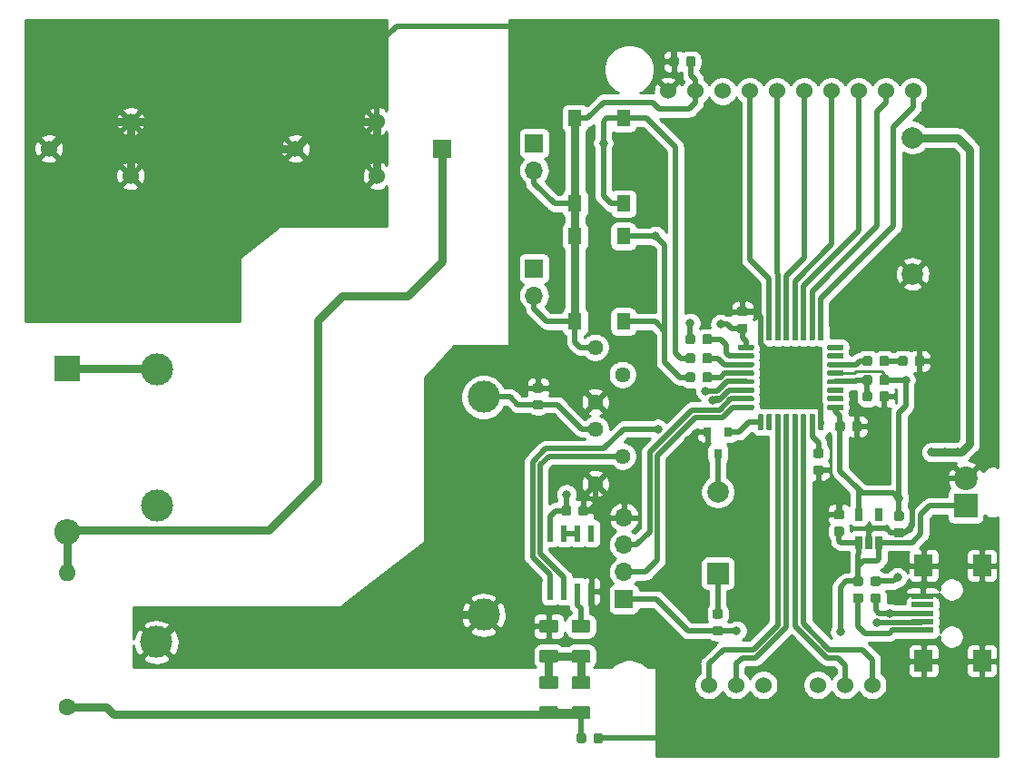
<source format=gbr>
G04 #@! TF.GenerationSoftware,KiCad,Pcbnew,(5.1.0)-1*
G04 #@! TF.CreationDate,2020-08-30T01:34:27+02:00*
G04 #@! TF.ProjectId,Dosimeter,446f7369-6d65-4746-9572-2e6b69636164,rev?*
G04 #@! TF.SameCoordinates,Original*
G04 #@! TF.FileFunction,Copper,L1,Top*
G04 #@! TF.FilePolarity,Positive*
%FSLAX46Y46*%
G04 Gerber Fmt 4.6, Leading zero omitted, Abs format (unit mm)*
G04 Created by KiCad (PCBNEW (5.1.0)-1) date 2020-08-30 01:34:27*
%MOMM*%
%LPD*%
G04 APERTURE LIST*
%ADD10O,1.600000X1.600000*%
%ADD11C,1.600000*%
%ADD12O,1.700000X1.700000*%
%ADD13R,1.700000X1.700000*%
%ADD14C,1.524000*%
%ADD15C,2.000000*%
%ADD16R,1.300000X1.550000*%
%ADD17C,0.100000*%
%ADD18C,0.875000*%
%ADD19R,0.800000X0.900000*%
%ADD20R,2.000000X2.000000*%
%ADD21C,1.250000*%
%ADD22C,1.440000*%
%ADD23C,2.200000*%
%ADD24R,2.200000X2.200000*%
%ADD25R,0.600000X1.550000*%
%ADD26C,0.500000*%
%ADD27O,2.400000X2.400000*%
%ADD28R,2.400000X2.400000*%
%ADD29R,1.700000X2.000000*%
%ADD30R,2.000000X0.500000*%
%ADD31C,3.000000*%
%ADD32R,0.650000X1.220000*%
%ADD33C,0.800000*%
%ADD34C,0.800000*%
%ADD35C,0.500000*%
%ADD36C,0.250000*%
%ADD37C,0.254000*%
G04 APERTURE END LIST*
D10*
X31496000Y-113246000D03*
D11*
X31496000Y-125746000D03*
D12*
X83439000Y-108077000D03*
X83439000Y-110617000D03*
X83439000Y-113157000D03*
D13*
X83439000Y-115697000D03*
D14*
X101540000Y-123700000D03*
X104080000Y-123700000D03*
X106620000Y-123700000D03*
X96460000Y-123700000D03*
X93920000Y-123700000D03*
X91380000Y-123700000D03*
X110430000Y-68300000D03*
X107890000Y-68300000D03*
X105350000Y-68300000D03*
X102810000Y-68300000D03*
X100270000Y-68300000D03*
X97730000Y-68300000D03*
X95190000Y-68300000D03*
X92650000Y-68300000D03*
X90110000Y-68300000D03*
X87570000Y-68300000D03*
D15*
X110375000Y-85346000D03*
X110375000Y-72646000D03*
D16*
X78893000Y-78788000D03*
X83393000Y-78788000D03*
X83393000Y-70828000D03*
X78893000Y-70828000D03*
D13*
X66452000Y-73660000D03*
D14*
X52812000Y-73660000D03*
X60432000Y-71120000D03*
X60432000Y-76200000D03*
X29812000Y-73660000D03*
X37432000Y-71120000D03*
X37432000Y-76200000D03*
D17*
G36*
X81291691Y-128177053D02*
G01*
X81312926Y-128180203D01*
X81333750Y-128185419D01*
X81353962Y-128192651D01*
X81373368Y-128201830D01*
X81391781Y-128212866D01*
X81409024Y-128225654D01*
X81424930Y-128240070D01*
X81439346Y-128255976D01*
X81452134Y-128273219D01*
X81463170Y-128291632D01*
X81472349Y-128311038D01*
X81479581Y-128331250D01*
X81484797Y-128352074D01*
X81487947Y-128373309D01*
X81489000Y-128394750D01*
X81489000Y-128907250D01*
X81487947Y-128928691D01*
X81484797Y-128949926D01*
X81479581Y-128970750D01*
X81472349Y-128990962D01*
X81463170Y-129010368D01*
X81452134Y-129028781D01*
X81439346Y-129046024D01*
X81424930Y-129061930D01*
X81409024Y-129076346D01*
X81391781Y-129089134D01*
X81373368Y-129100170D01*
X81353962Y-129109349D01*
X81333750Y-129116581D01*
X81312926Y-129121797D01*
X81291691Y-129124947D01*
X81270250Y-129126000D01*
X80832750Y-129126000D01*
X80811309Y-129124947D01*
X80790074Y-129121797D01*
X80769250Y-129116581D01*
X80749038Y-129109349D01*
X80729632Y-129100170D01*
X80711219Y-129089134D01*
X80693976Y-129076346D01*
X80678070Y-129061930D01*
X80663654Y-129046024D01*
X80650866Y-129028781D01*
X80639830Y-129010368D01*
X80630651Y-128990962D01*
X80623419Y-128970750D01*
X80618203Y-128949926D01*
X80615053Y-128928691D01*
X80614000Y-128907250D01*
X80614000Y-128394750D01*
X80615053Y-128373309D01*
X80618203Y-128352074D01*
X80623419Y-128331250D01*
X80630651Y-128311038D01*
X80639830Y-128291632D01*
X80650866Y-128273219D01*
X80663654Y-128255976D01*
X80678070Y-128240070D01*
X80693976Y-128225654D01*
X80711219Y-128212866D01*
X80729632Y-128201830D01*
X80749038Y-128192651D01*
X80769250Y-128185419D01*
X80790074Y-128180203D01*
X80811309Y-128177053D01*
X80832750Y-128176000D01*
X81270250Y-128176000D01*
X81291691Y-128177053D01*
X81291691Y-128177053D01*
G37*
D18*
X81051500Y-128651000D03*
D17*
G36*
X79716691Y-128177053D02*
G01*
X79737926Y-128180203D01*
X79758750Y-128185419D01*
X79778962Y-128192651D01*
X79798368Y-128201830D01*
X79816781Y-128212866D01*
X79834024Y-128225654D01*
X79849930Y-128240070D01*
X79864346Y-128255976D01*
X79877134Y-128273219D01*
X79888170Y-128291632D01*
X79897349Y-128311038D01*
X79904581Y-128331250D01*
X79909797Y-128352074D01*
X79912947Y-128373309D01*
X79914000Y-128394750D01*
X79914000Y-128907250D01*
X79912947Y-128928691D01*
X79909797Y-128949926D01*
X79904581Y-128970750D01*
X79897349Y-128990962D01*
X79888170Y-129010368D01*
X79877134Y-129028781D01*
X79864346Y-129046024D01*
X79849930Y-129061930D01*
X79834024Y-129076346D01*
X79816781Y-129089134D01*
X79798368Y-129100170D01*
X79778962Y-129109349D01*
X79758750Y-129116581D01*
X79737926Y-129121797D01*
X79716691Y-129124947D01*
X79695250Y-129126000D01*
X79257750Y-129126000D01*
X79236309Y-129124947D01*
X79215074Y-129121797D01*
X79194250Y-129116581D01*
X79174038Y-129109349D01*
X79154632Y-129100170D01*
X79136219Y-129089134D01*
X79118976Y-129076346D01*
X79103070Y-129061930D01*
X79088654Y-129046024D01*
X79075866Y-129028781D01*
X79064830Y-129010368D01*
X79055651Y-128990962D01*
X79048419Y-128970750D01*
X79043203Y-128949926D01*
X79040053Y-128928691D01*
X79039000Y-128907250D01*
X79039000Y-128394750D01*
X79040053Y-128373309D01*
X79043203Y-128352074D01*
X79048419Y-128331250D01*
X79055651Y-128311038D01*
X79064830Y-128291632D01*
X79075866Y-128273219D01*
X79088654Y-128255976D01*
X79103070Y-128240070D01*
X79118976Y-128225654D01*
X79136219Y-128212866D01*
X79154632Y-128201830D01*
X79174038Y-128192651D01*
X79194250Y-128185419D01*
X79215074Y-128180203D01*
X79236309Y-128177053D01*
X79257750Y-128176000D01*
X79695250Y-128176000D01*
X79716691Y-128177053D01*
X79716691Y-128177053D01*
G37*
D18*
X79476500Y-128651000D03*
D17*
G36*
X92479691Y-116632053D02*
G01*
X92500926Y-116635203D01*
X92521750Y-116640419D01*
X92541962Y-116647651D01*
X92561368Y-116656830D01*
X92579781Y-116667866D01*
X92597024Y-116680654D01*
X92612930Y-116695070D01*
X92627346Y-116710976D01*
X92640134Y-116728219D01*
X92651170Y-116746632D01*
X92660349Y-116766038D01*
X92667581Y-116786250D01*
X92672797Y-116807074D01*
X92675947Y-116828309D01*
X92677000Y-116849750D01*
X92677000Y-117287250D01*
X92675947Y-117308691D01*
X92672797Y-117329926D01*
X92667581Y-117350750D01*
X92660349Y-117370962D01*
X92651170Y-117390368D01*
X92640134Y-117408781D01*
X92627346Y-117426024D01*
X92612930Y-117441930D01*
X92597024Y-117456346D01*
X92579781Y-117469134D01*
X92561368Y-117480170D01*
X92541962Y-117489349D01*
X92521750Y-117496581D01*
X92500926Y-117501797D01*
X92479691Y-117504947D01*
X92458250Y-117506000D01*
X91945750Y-117506000D01*
X91924309Y-117504947D01*
X91903074Y-117501797D01*
X91882250Y-117496581D01*
X91862038Y-117489349D01*
X91842632Y-117480170D01*
X91824219Y-117469134D01*
X91806976Y-117456346D01*
X91791070Y-117441930D01*
X91776654Y-117426024D01*
X91763866Y-117408781D01*
X91752830Y-117390368D01*
X91743651Y-117370962D01*
X91736419Y-117350750D01*
X91731203Y-117329926D01*
X91728053Y-117308691D01*
X91727000Y-117287250D01*
X91727000Y-116849750D01*
X91728053Y-116828309D01*
X91731203Y-116807074D01*
X91736419Y-116786250D01*
X91743651Y-116766038D01*
X91752830Y-116746632D01*
X91763866Y-116728219D01*
X91776654Y-116710976D01*
X91791070Y-116695070D01*
X91806976Y-116680654D01*
X91824219Y-116667866D01*
X91842632Y-116656830D01*
X91862038Y-116647651D01*
X91882250Y-116640419D01*
X91903074Y-116635203D01*
X91924309Y-116632053D01*
X91945750Y-116631000D01*
X92458250Y-116631000D01*
X92479691Y-116632053D01*
X92479691Y-116632053D01*
G37*
D18*
X92202000Y-117068500D03*
D17*
G36*
X92479691Y-118207053D02*
G01*
X92500926Y-118210203D01*
X92521750Y-118215419D01*
X92541962Y-118222651D01*
X92561368Y-118231830D01*
X92579781Y-118242866D01*
X92597024Y-118255654D01*
X92612930Y-118270070D01*
X92627346Y-118285976D01*
X92640134Y-118303219D01*
X92651170Y-118321632D01*
X92660349Y-118341038D01*
X92667581Y-118361250D01*
X92672797Y-118382074D01*
X92675947Y-118403309D01*
X92677000Y-118424750D01*
X92677000Y-118862250D01*
X92675947Y-118883691D01*
X92672797Y-118904926D01*
X92667581Y-118925750D01*
X92660349Y-118945962D01*
X92651170Y-118965368D01*
X92640134Y-118983781D01*
X92627346Y-119001024D01*
X92612930Y-119016930D01*
X92597024Y-119031346D01*
X92579781Y-119044134D01*
X92561368Y-119055170D01*
X92541962Y-119064349D01*
X92521750Y-119071581D01*
X92500926Y-119076797D01*
X92479691Y-119079947D01*
X92458250Y-119081000D01*
X91945750Y-119081000D01*
X91924309Y-119079947D01*
X91903074Y-119076797D01*
X91882250Y-119071581D01*
X91862038Y-119064349D01*
X91842632Y-119055170D01*
X91824219Y-119044134D01*
X91806976Y-119031346D01*
X91791070Y-119016930D01*
X91776654Y-119001024D01*
X91763866Y-118983781D01*
X91752830Y-118965368D01*
X91743651Y-118945962D01*
X91736419Y-118925750D01*
X91731203Y-118904926D01*
X91728053Y-118883691D01*
X91727000Y-118862250D01*
X91727000Y-118424750D01*
X91728053Y-118403309D01*
X91731203Y-118382074D01*
X91736419Y-118361250D01*
X91743651Y-118341038D01*
X91752830Y-118321632D01*
X91763866Y-118303219D01*
X91776654Y-118285976D01*
X91791070Y-118270070D01*
X91806976Y-118255654D01*
X91824219Y-118242866D01*
X91842632Y-118231830D01*
X91862038Y-118222651D01*
X91882250Y-118215419D01*
X91903074Y-118210203D01*
X91924309Y-118207053D01*
X91945750Y-118206000D01*
X92458250Y-118206000D01*
X92479691Y-118207053D01*
X92479691Y-118207053D01*
G37*
D18*
X92202000Y-118643500D03*
D19*
X92202000Y-102092000D03*
X91252000Y-100092000D03*
X93152000Y-100092000D03*
D15*
X92202000Y-105684000D03*
D20*
X92202000Y-113284000D03*
D17*
G36*
X91451691Y-90966053D02*
G01*
X91472926Y-90969203D01*
X91493750Y-90974419D01*
X91513962Y-90981651D01*
X91533368Y-90990830D01*
X91551781Y-91001866D01*
X91569024Y-91014654D01*
X91584930Y-91029070D01*
X91599346Y-91044976D01*
X91612134Y-91062219D01*
X91623170Y-91080632D01*
X91632349Y-91100038D01*
X91639581Y-91120250D01*
X91644797Y-91141074D01*
X91647947Y-91162309D01*
X91649000Y-91183750D01*
X91649000Y-91696250D01*
X91647947Y-91717691D01*
X91644797Y-91738926D01*
X91639581Y-91759750D01*
X91632349Y-91779962D01*
X91623170Y-91799368D01*
X91612134Y-91817781D01*
X91599346Y-91835024D01*
X91584930Y-91850930D01*
X91569024Y-91865346D01*
X91551781Y-91878134D01*
X91533368Y-91889170D01*
X91513962Y-91898349D01*
X91493750Y-91905581D01*
X91472926Y-91910797D01*
X91451691Y-91913947D01*
X91430250Y-91915000D01*
X90992750Y-91915000D01*
X90971309Y-91913947D01*
X90950074Y-91910797D01*
X90929250Y-91905581D01*
X90909038Y-91898349D01*
X90889632Y-91889170D01*
X90871219Y-91878134D01*
X90853976Y-91865346D01*
X90838070Y-91850930D01*
X90823654Y-91835024D01*
X90810866Y-91817781D01*
X90799830Y-91799368D01*
X90790651Y-91779962D01*
X90783419Y-91759750D01*
X90778203Y-91738926D01*
X90775053Y-91717691D01*
X90774000Y-91696250D01*
X90774000Y-91183750D01*
X90775053Y-91162309D01*
X90778203Y-91141074D01*
X90783419Y-91120250D01*
X90790651Y-91100038D01*
X90799830Y-91080632D01*
X90810866Y-91062219D01*
X90823654Y-91044976D01*
X90838070Y-91029070D01*
X90853976Y-91014654D01*
X90871219Y-91001866D01*
X90889632Y-90990830D01*
X90909038Y-90981651D01*
X90929250Y-90974419D01*
X90950074Y-90969203D01*
X90971309Y-90966053D01*
X90992750Y-90965000D01*
X91430250Y-90965000D01*
X91451691Y-90966053D01*
X91451691Y-90966053D01*
G37*
D18*
X91211500Y-91440000D03*
D17*
G36*
X89876691Y-90966053D02*
G01*
X89897926Y-90969203D01*
X89918750Y-90974419D01*
X89938962Y-90981651D01*
X89958368Y-90990830D01*
X89976781Y-91001866D01*
X89994024Y-91014654D01*
X90009930Y-91029070D01*
X90024346Y-91044976D01*
X90037134Y-91062219D01*
X90048170Y-91080632D01*
X90057349Y-91100038D01*
X90064581Y-91120250D01*
X90069797Y-91141074D01*
X90072947Y-91162309D01*
X90074000Y-91183750D01*
X90074000Y-91696250D01*
X90072947Y-91717691D01*
X90069797Y-91738926D01*
X90064581Y-91759750D01*
X90057349Y-91779962D01*
X90048170Y-91799368D01*
X90037134Y-91817781D01*
X90024346Y-91835024D01*
X90009930Y-91850930D01*
X89994024Y-91865346D01*
X89976781Y-91878134D01*
X89958368Y-91889170D01*
X89938962Y-91898349D01*
X89918750Y-91905581D01*
X89897926Y-91910797D01*
X89876691Y-91913947D01*
X89855250Y-91915000D01*
X89417750Y-91915000D01*
X89396309Y-91913947D01*
X89375074Y-91910797D01*
X89354250Y-91905581D01*
X89334038Y-91898349D01*
X89314632Y-91889170D01*
X89296219Y-91878134D01*
X89278976Y-91865346D01*
X89263070Y-91850930D01*
X89248654Y-91835024D01*
X89235866Y-91817781D01*
X89224830Y-91799368D01*
X89215651Y-91779962D01*
X89208419Y-91759750D01*
X89203203Y-91738926D01*
X89200053Y-91717691D01*
X89199000Y-91696250D01*
X89199000Y-91183750D01*
X89200053Y-91162309D01*
X89203203Y-91141074D01*
X89208419Y-91120250D01*
X89215651Y-91100038D01*
X89224830Y-91080632D01*
X89235866Y-91062219D01*
X89248654Y-91044976D01*
X89263070Y-91029070D01*
X89278976Y-91014654D01*
X89296219Y-91001866D01*
X89314632Y-90990830D01*
X89334038Y-90981651D01*
X89354250Y-90974419D01*
X89375074Y-90969203D01*
X89396309Y-90966053D01*
X89417750Y-90965000D01*
X89855250Y-90965000D01*
X89876691Y-90966053D01*
X89876691Y-90966053D01*
G37*
D18*
X89636500Y-91440000D03*
D12*
X75057000Y-87376000D03*
D13*
X75057000Y-84836000D03*
D12*
X75057000Y-75692000D03*
D13*
X75057000Y-73152000D03*
D16*
X78893000Y-89788000D03*
X83393000Y-89788000D03*
X83393000Y-81828000D03*
X78893000Y-81828000D03*
D17*
G36*
X80087504Y-122849204D02*
G01*
X80111773Y-122852804D01*
X80135571Y-122858765D01*
X80158671Y-122867030D01*
X80180849Y-122877520D01*
X80201893Y-122890133D01*
X80221598Y-122904747D01*
X80239777Y-122921223D01*
X80256253Y-122939402D01*
X80270867Y-122959107D01*
X80283480Y-122980151D01*
X80293970Y-123002329D01*
X80302235Y-123025429D01*
X80308196Y-123049227D01*
X80311796Y-123073496D01*
X80313000Y-123098000D01*
X80313000Y-123848000D01*
X80311796Y-123872504D01*
X80308196Y-123896773D01*
X80302235Y-123920571D01*
X80293970Y-123943671D01*
X80283480Y-123965849D01*
X80270867Y-123986893D01*
X80256253Y-124006598D01*
X80239777Y-124024777D01*
X80221598Y-124041253D01*
X80201893Y-124055867D01*
X80180849Y-124068480D01*
X80158671Y-124078970D01*
X80135571Y-124087235D01*
X80111773Y-124093196D01*
X80087504Y-124096796D01*
X80063000Y-124098000D01*
X78813000Y-124098000D01*
X78788496Y-124096796D01*
X78764227Y-124093196D01*
X78740429Y-124087235D01*
X78717329Y-124078970D01*
X78695151Y-124068480D01*
X78674107Y-124055867D01*
X78654402Y-124041253D01*
X78636223Y-124024777D01*
X78619747Y-124006598D01*
X78605133Y-123986893D01*
X78592520Y-123965849D01*
X78582030Y-123943671D01*
X78573765Y-123920571D01*
X78567804Y-123896773D01*
X78564204Y-123872504D01*
X78563000Y-123848000D01*
X78563000Y-123098000D01*
X78564204Y-123073496D01*
X78567804Y-123049227D01*
X78573765Y-123025429D01*
X78582030Y-123002329D01*
X78592520Y-122980151D01*
X78605133Y-122959107D01*
X78619747Y-122939402D01*
X78636223Y-122921223D01*
X78654402Y-122904747D01*
X78674107Y-122890133D01*
X78695151Y-122877520D01*
X78717329Y-122867030D01*
X78740429Y-122858765D01*
X78764227Y-122852804D01*
X78788496Y-122849204D01*
X78813000Y-122848000D01*
X80063000Y-122848000D01*
X80087504Y-122849204D01*
X80087504Y-122849204D01*
G37*
D21*
X79438000Y-123473000D03*
D17*
G36*
X80087504Y-125649204D02*
G01*
X80111773Y-125652804D01*
X80135571Y-125658765D01*
X80158671Y-125667030D01*
X80180849Y-125677520D01*
X80201893Y-125690133D01*
X80221598Y-125704747D01*
X80239777Y-125721223D01*
X80256253Y-125739402D01*
X80270867Y-125759107D01*
X80283480Y-125780151D01*
X80293970Y-125802329D01*
X80302235Y-125825429D01*
X80308196Y-125849227D01*
X80311796Y-125873496D01*
X80313000Y-125898000D01*
X80313000Y-126648000D01*
X80311796Y-126672504D01*
X80308196Y-126696773D01*
X80302235Y-126720571D01*
X80293970Y-126743671D01*
X80283480Y-126765849D01*
X80270867Y-126786893D01*
X80256253Y-126806598D01*
X80239777Y-126824777D01*
X80221598Y-126841253D01*
X80201893Y-126855867D01*
X80180849Y-126868480D01*
X80158671Y-126878970D01*
X80135571Y-126887235D01*
X80111773Y-126893196D01*
X80087504Y-126896796D01*
X80063000Y-126898000D01*
X78813000Y-126898000D01*
X78788496Y-126896796D01*
X78764227Y-126893196D01*
X78740429Y-126887235D01*
X78717329Y-126878970D01*
X78695151Y-126868480D01*
X78674107Y-126855867D01*
X78654402Y-126841253D01*
X78636223Y-126824777D01*
X78619747Y-126806598D01*
X78605133Y-126786893D01*
X78592520Y-126765849D01*
X78582030Y-126743671D01*
X78573765Y-126720571D01*
X78567804Y-126696773D01*
X78564204Y-126672504D01*
X78563000Y-126648000D01*
X78563000Y-125898000D01*
X78564204Y-125873496D01*
X78567804Y-125849227D01*
X78573765Y-125825429D01*
X78582030Y-125802329D01*
X78592520Y-125780151D01*
X78605133Y-125759107D01*
X78619747Y-125739402D01*
X78636223Y-125721223D01*
X78654402Y-125704747D01*
X78674107Y-125690133D01*
X78695151Y-125677520D01*
X78717329Y-125667030D01*
X78740429Y-125658765D01*
X78764227Y-125652804D01*
X78788496Y-125649204D01*
X78813000Y-125648000D01*
X80063000Y-125648000D01*
X80087504Y-125649204D01*
X80087504Y-125649204D01*
G37*
D21*
X79438000Y-126273000D03*
D17*
G36*
X91451691Y-94522053D02*
G01*
X91472926Y-94525203D01*
X91493750Y-94530419D01*
X91513962Y-94537651D01*
X91533368Y-94546830D01*
X91551781Y-94557866D01*
X91569024Y-94570654D01*
X91584930Y-94585070D01*
X91599346Y-94600976D01*
X91612134Y-94618219D01*
X91623170Y-94636632D01*
X91632349Y-94656038D01*
X91639581Y-94676250D01*
X91644797Y-94697074D01*
X91647947Y-94718309D01*
X91649000Y-94739750D01*
X91649000Y-95252250D01*
X91647947Y-95273691D01*
X91644797Y-95294926D01*
X91639581Y-95315750D01*
X91632349Y-95335962D01*
X91623170Y-95355368D01*
X91612134Y-95373781D01*
X91599346Y-95391024D01*
X91584930Y-95406930D01*
X91569024Y-95421346D01*
X91551781Y-95434134D01*
X91533368Y-95445170D01*
X91513962Y-95454349D01*
X91493750Y-95461581D01*
X91472926Y-95466797D01*
X91451691Y-95469947D01*
X91430250Y-95471000D01*
X90992750Y-95471000D01*
X90971309Y-95469947D01*
X90950074Y-95466797D01*
X90929250Y-95461581D01*
X90909038Y-95454349D01*
X90889632Y-95445170D01*
X90871219Y-95434134D01*
X90853976Y-95421346D01*
X90838070Y-95406930D01*
X90823654Y-95391024D01*
X90810866Y-95373781D01*
X90799830Y-95355368D01*
X90790651Y-95335962D01*
X90783419Y-95315750D01*
X90778203Y-95294926D01*
X90775053Y-95273691D01*
X90774000Y-95252250D01*
X90774000Y-94739750D01*
X90775053Y-94718309D01*
X90778203Y-94697074D01*
X90783419Y-94676250D01*
X90790651Y-94656038D01*
X90799830Y-94636632D01*
X90810866Y-94618219D01*
X90823654Y-94600976D01*
X90838070Y-94585070D01*
X90853976Y-94570654D01*
X90871219Y-94557866D01*
X90889632Y-94546830D01*
X90909038Y-94537651D01*
X90929250Y-94530419D01*
X90950074Y-94525203D01*
X90971309Y-94522053D01*
X90992750Y-94521000D01*
X91430250Y-94521000D01*
X91451691Y-94522053D01*
X91451691Y-94522053D01*
G37*
D18*
X91211500Y-94996000D03*
D17*
G36*
X89876691Y-94522053D02*
G01*
X89897926Y-94525203D01*
X89918750Y-94530419D01*
X89938962Y-94537651D01*
X89958368Y-94546830D01*
X89976781Y-94557866D01*
X89994024Y-94570654D01*
X90009930Y-94585070D01*
X90024346Y-94600976D01*
X90037134Y-94618219D01*
X90048170Y-94636632D01*
X90057349Y-94656038D01*
X90064581Y-94676250D01*
X90069797Y-94697074D01*
X90072947Y-94718309D01*
X90074000Y-94739750D01*
X90074000Y-95252250D01*
X90072947Y-95273691D01*
X90069797Y-95294926D01*
X90064581Y-95315750D01*
X90057349Y-95335962D01*
X90048170Y-95355368D01*
X90037134Y-95373781D01*
X90024346Y-95391024D01*
X90009930Y-95406930D01*
X89994024Y-95421346D01*
X89976781Y-95434134D01*
X89958368Y-95445170D01*
X89938962Y-95454349D01*
X89918750Y-95461581D01*
X89897926Y-95466797D01*
X89876691Y-95469947D01*
X89855250Y-95471000D01*
X89417750Y-95471000D01*
X89396309Y-95469947D01*
X89375074Y-95466797D01*
X89354250Y-95461581D01*
X89334038Y-95454349D01*
X89314632Y-95445170D01*
X89296219Y-95434134D01*
X89278976Y-95421346D01*
X89263070Y-95406930D01*
X89248654Y-95391024D01*
X89235866Y-95373781D01*
X89224830Y-95355368D01*
X89215651Y-95335962D01*
X89208419Y-95315750D01*
X89203203Y-95294926D01*
X89200053Y-95273691D01*
X89199000Y-95252250D01*
X89199000Y-94739750D01*
X89200053Y-94718309D01*
X89203203Y-94697074D01*
X89208419Y-94676250D01*
X89215651Y-94656038D01*
X89224830Y-94636632D01*
X89235866Y-94618219D01*
X89248654Y-94600976D01*
X89263070Y-94585070D01*
X89278976Y-94570654D01*
X89296219Y-94557866D01*
X89314632Y-94546830D01*
X89334038Y-94537651D01*
X89354250Y-94530419D01*
X89375074Y-94525203D01*
X89396309Y-94522053D01*
X89417750Y-94521000D01*
X89855250Y-94521000D01*
X89876691Y-94522053D01*
X89876691Y-94522053D01*
G37*
D18*
X89636500Y-94996000D03*
D17*
G36*
X91451691Y-92744053D02*
G01*
X91472926Y-92747203D01*
X91493750Y-92752419D01*
X91513962Y-92759651D01*
X91533368Y-92768830D01*
X91551781Y-92779866D01*
X91569024Y-92792654D01*
X91584930Y-92807070D01*
X91599346Y-92822976D01*
X91612134Y-92840219D01*
X91623170Y-92858632D01*
X91632349Y-92878038D01*
X91639581Y-92898250D01*
X91644797Y-92919074D01*
X91647947Y-92940309D01*
X91649000Y-92961750D01*
X91649000Y-93474250D01*
X91647947Y-93495691D01*
X91644797Y-93516926D01*
X91639581Y-93537750D01*
X91632349Y-93557962D01*
X91623170Y-93577368D01*
X91612134Y-93595781D01*
X91599346Y-93613024D01*
X91584930Y-93628930D01*
X91569024Y-93643346D01*
X91551781Y-93656134D01*
X91533368Y-93667170D01*
X91513962Y-93676349D01*
X91493750Y-93683581D01*
X91472926Y-93688797D01*
X91451691Y-93691947D01*
X91430250Y-93693000D01*
X90992750Y-93693000D01*
X90971309Y-93691947D01*
X90950074Y-93688797D01*
X90929250Y-93683581D01*
X90909038Y-93676349D01*
X90889632Y-93667170D01*
X90871219Y-93656134D01*
X90853976Y-93643346D01*
X90838070Y-93628930D01*
X90823654Y-93613024D01*
X90810866Y-93595781D01*
X90799830Y-93577368D01*
X90790651Y-93557962D01*
X90783419Y-93537750D01*
X90778203Y-93516926D01*
X90775053Y-93495691D01*
X90774000Y-93474250D01*
X90774000Y-92961750D01*
X90775053Y-92940309D01*
X90778203Y-92919074D01*
X90783419Y-92898250D01*
X90790651Y-92878038D01*
X90799830Y-92858632D01*
X90810866Y-92840219D01*
X90823654Y-92822976D01*
X90838070Y-92807070D01*
X90853976Y-92792654D01*
X90871219Y-92779866D01*
X90889632Y-92768830D01*
X90909038Y-92759651D01*
X90929250Y-92752419D01*
X90950074Y-92747203D01*
X90971309Y-92744053D01*
X90992750Y-92743000D01*
X91430250Y-92743000D01*
X91451691Y-92744053D01*
X91451691Y-92744053D01*
G37*
D18*
X91211500Y-93218000D03*
D17*
G36*
X89876691Y-92744053D02*
G01*
X89897926Y-92747203D01*
X89918750Y-92752419D01*
X89938962Y-92759651D01*
X89958368Y-92768830D01*
X89976781Y-92779866D01*
X89994024Y-92792654D01*
X90009930Y-92807070D01*
X90024346Y-92822976D01*
X90037134Y-92840219D01*
X90048170Y-92858632D01*
X90057349Y-92878038D01*
X90064581Y-92898250D01*
X90069797Y-92919074D01*
X90072947Y-92940309D01*
X90074000Y-92961750D01*
X90074000Y-93474250D01*
X90072947Y-93495691D01*
X90069797Y-93516926D01*
X90064581Y-93537750D01*
X90057349Y-93557962D01*
X90048170Y-93577368D01*
X90037134Y-93595781D01*
X90024346Y-93613024D01*
X90009930Y-93628930D01*
X89994024Y-93643346D01*
X89976781Y-93656134D01*
X89958368Y-93667170D01*
X89938962Y-93676349D01*
X89918750Y-93683581D01*
X89897926Y-93688797D01*
X89876691Y-93691947D01*
X89855250Y-93693000D01*
X89417750Y-93693000D01*
X89396309Y-93691947D01*
X89375074Y-93688797D01*
X89354250Y-93683581D01*
X89334038Y-93676349D01*
X89314632Y-93667170D01*
X89296219Y-93656134D01*
X89278976Y-93643346D01*
X89263070Y-93628930D01*
X89248654Y-93613024D01*
X89235866Y-93595781D01*
X89224830Y-93577368D01*
X89215651Y-93557962D01*
X89208419Y-93537750D01*
X89203203Y-93516926D01*
X89200053Y-93495691D01*
X89199000Y-93474250D01*
X89199000Y-92961750D01*
X89200053Y-92940309D01*
X89203203Y-92919074D01*
X89208419Y-92898250D01*
X89215651Y-92878038D01*
X89224830Y-92858632D01*
X89235866Y-92840219D01*
X89248654Y-92822976D01*
X89263070Y-92807070D01*
X89278976Y-92792654D01*
X89296219Y-92779866D01*
X89314632Y-92768830D01*
X89334038Y-92759651D01*
X89354250Y-92752419D01*
X89375074Y-92747203D01*
X89396309Y-92744053D01*
X89417750Y-92743000D01*
X89855250Y-92743000D01*
X89876691Y-92744053D01*
X89876691Y-92744053D01*
G37*
D18*
X89636500Y-93218000D03*
D17*
G36*
X88352691Y-65058053D02*
G01*
X88373926Y-65061203D01*
X88394750Y-65066419D01*
X88414962Y-65073651D01*
X88434368Y-65082830D01*
X88452781Y-65093866D01*
X88470024Y-65106654D01*
X88485930Y-65121070D01*
X88500346Y-65136976D01*
X88513134Y-65154219D01*
X88524170Y-65172632D01*
X88533349Y-65192038D01*
X88540581Y-65212250D01*
X88545797Y-65233074D01*
X88548947Y-65254309D01*
X88550000Y-65275750D01*
X88550000Y-65788250D01*
X88548947Y-65809691D01*
X88545797Y-65830926D01*
X88540581Y-65851750D01*
X88533349Y-65871962D01*
X88524170Y-65891368D01*
X88513134Y-65909781D01*
X88500346Y-65927024D01*
X88485930Y-65942930D01*
X88470024Y-65957346D01*
X88452781Y-65970134D01*
X88434368Y-65981170D01*
X88414962Y-65990349D01*
X88394750Y-65997581D01*
X88373926Y-66002797D01*
X88352691Y-66005947D01*
X88331250Y-66007000D01*
X87893750Y-66007000D01*
X87872309Y-66005947D01*
X87851074Y-66002797D01*
X87830250Y-65997581D01*
X87810038Y-65990349D01*
X87790632Y-65981170D01*
X87772219Y-65970134D01*
X87754976Y-65957346D01*
X87739070Y-65942930D01*
X87724654Y-65927024D01*
X87711866Y-65909781D01*
X87700830Y-65891368D01*
X87691651Y-65871962D01*
X87684419Y-65851750D01*
X87679203Y-65830926D01*
X87676053Y-65809691D01*
X87675000Y-65788250D01*
X87675000Y-65275750D01*
X87676053Y-65254309D01*
X87679203Y-65233074D01*
X87684419Y-65212250D01*
X87691651Y-65192038D01*
X87700830Y-65172632D01*
X87711866Y-65154219D01*
X87724654Y-65136976D01*
X87739070Y-65121070D01*
X87754976Y-65106654D01*
X87772219Y-65093866D01*
X87790632Y-65082830D01*
X87810038Y-65073651D01*
X87830250Y-65066419D01*
X87851074Y-65061203D01*
X87872309Y-65058053D01*
X87893750Y-65057000D01*
X88331250Y-65057000D01*
X88352691Y-65058053D01*
X88352691Y-65058053D01*
G37*
D18*
X88112500Y-65532000D03*
D17*
G36*
X89927691Y-65058053D02*
G01*
X89948926Y-65061203D01*
X89969750Y-65066419D01*
X89989962Y-65073651D01*
X90009368Y-65082830D01*
X90027781Y-65093866D01*
X90045024Y-65106654D01*
X90060930Y-65121070D01*
X90075346Y-65136976D01*
X90088134Y-65154219D01*
X90099170Y-65172632D01*
X90108349Y-65192038D01*
X90115581Y-65212250D01*
X90120797Y-65233074D01*
X90123947Y-65254309D01*
X90125000Y-65275750D01*
X90125000Y-65788250D01*
X90123947Y-65809691D01*
X90120797Y-65830926D01*
X90115581Y-65851750D01*
X90108349Y-65871962D01*
X90099170Y-65891368D01*
X90088134Y-65909781D01*
X90075346Y-65927024D01*
X90060930Y-65942930D01*
X90045024Y-65957346D01*
X90027781Y-65970134D01*
X90009368Y-65981170D01*
X89989962Y-65990349D01*
X89969750Y-65997581D01*
X89948926Y-66002797D01*
X89927691Y-66005947D01*
X89906250Y-66007000D01*
X89468750Y-66007000D01*
X89447309Y-66005947D01*
X89426074Y-66002797D01*
X89405250Y-65997581D01*
X89385038Y-65990349D01*
X89365632Y-65981170D01*
X89347219Y-65970134D01*
X89329976Y-65957346D01*
X89314070Y-65942930D01*
X89299654Y-65927024D01*
X89286866Y-65909781D01*
X89275830Y-65891368D01*
X89266651Y-65871962D01*
X89259419Y-65851750D01*
X89254203Y-65830926D01*
X89251053Y-65809691D01*
X89250000Y-65788250D01*
X89250000Y-65275750D01*
X89251053Y-65254309D01*
X89254203Y-65233074D01*
X89259419Y-65212250D01*
X89266651Y-65192038D01*
X89275830Y-65172632D01*
X89286866Y-65154219D01*
X89299654Y-65136976D01*
X89314070Y-65121070D01*
X89329976Y-65106654D01*
X89347219Y-65093866D01*
X89365632Y-65082830D01*
X89385038Y-65073651D01*
X89405250Y-65066419D01*
X89426074Y-65061203D01*
X89447309Y-65058053D01*
X89468750Y-65057000D01*
X89906250Y-65057000D01*
X89927691Y-65058053D01*
X89927691Y-65058053D01*
G37*
D18*
X89687500Y-65532000D03*
D22*
X80772000Y-97282000D03*
X83312000Y-94742000D03*
X80772000Y-92202000D03*
D17*
G36*
X80087504Y-117593204D02*
G01*
X80111773Y-117596804D01*
X80135571Y-117602765D01*
X80158671Y-117611030D01*
X80180849Y-117621520D01*
X80201893Y-117634133D01*
X80221598Y-117648747D01*
X80239777Y-117665223D01*
X80256253Y-117683402D01*
X80270867Y-117703107D01*
X80283480Y-117724151D01*
X80293970Y-117746329D01*
X80302235Y-117769429D01*
X80308196Y-117793227D01*
X80311796Y-117817496D01*
X80313000Y-117842000D01*
X80313000Y-118592000D01*
X80311796Y-118616504D01*
X80308196Y-118640773D01*
X80302235Y-118664571D01*
X80293970Y-118687671D01*
X80283480Y-118709849D01*
X80270867Y-118730893D01*
X80256253Y-118750598D01*
X80239777Y-118768777D01*
X80221598Y-118785253D01*
X80201893Y-118799867D01*
X80180849Y-118812480D01*
X80158671Y-118822970D01*
X80135571Y-118831235D01*
X80111773Y-118837196D01*
X80087504Y-118840796D01*
X80063000Y-118842000D01*
X78813000Y-118842000D01*
X78788496Y-118840796D01*
X78764227Y-118837196D01*
X78740429Y-118831235D01*
X78717329Y-118822970D01*
X78695151Y-118812480D01*
X78674107Y-118799867D01*
X78654402Y-118785253D01*
X78636223Y-118768777D01*
X78619747Y-118750598D01*
X78605133Y-118730893D01*
X78592520Y-118709849D01*
X78582030Y-118687671D01*
X78573765Y-118664571D01*
X78567804Y-118640773D01*
X78564204Y-118616504D01*
X78563000Y-118592000D01*
X78563000Y-117842000D01*
X78564204Y-117817496D01*
X78567804Y-117793227D01*
X78573765Y-117769429D01*
X78582030Y-117746329D01*
X78592520Y-117724151D01*
X78605133Y-117703107D01*
X78619747Y-117683402D01*
X78636223Y-117665223D01*
X78654402Y-117648747D01*
X78674107Y-117634133D01*
X78695151Y-117621520D01*
X78717329Y-117611030D01*
X78740429Y-117602765D01*
X78764227Y-117596804D01*
X78788496Y-117593204D01*
X78813000Y-117592000D01*
X80063000Y-117592000D01*
X80087504Y-117593204D01*
X80087504Y-117593204D01*
G37*
D21*
X79438000Y-118217000D03*
D17*
G36*
X80087504Y-120393204D02*
G01*
X80111773Y-120396804D01*
X80135571Y-120402765D01*
X80158671Y-120411030D01*
X80180849Y-120421520D01*
X80201893Y-120434133D01*
X80221598Y-120448747D01*
X80239777Y-120465223D01*
X80256253Y-120483402D01*
X80270867Y-120503107D01*
X80283480Y-120524151D01*
X80293970Y-120546329D01*
X80302235Y-120569429D01*
X80308196Y-120593227D01*
X80311796Y-120617496D01*
X80313000Y-120642000D01*
X80313000Y-121392000D01*
X80311796Y-121416504D01*
X80308196Y-121440773D01*
X80302235Y-121464571D01*
X80293970Y-121487671D01*
X80283480Y-121509849D01*
X80270867Y-121530893D01*
X80256253Y-121550598D01*
X80239777Y-121568777D01*
X80221598Y-121585253D01*
X80201893Y-121599867D01*
X80180849Y-121612480D01*
X80158671Y-121622970D01*
X80135571Y-121631235D01*
X80111773Y-121637196D01*
X80087504Y-121640796D01*
X80063000Y-121642000D01*
X78813000Y-121642000D01*
X78788496Y-121640796D01*
X78764227Y-121637196D01*
X78740429Y-121631235D01*
X78717329Y-121622970D01*
X78695151Y-121612480D01*
X78674107Y-121599867D01*
X78654402Y-121585253D01*
X78636223Y-121568777D01*
X78619747Y-121550598D01*
X78605133Y-121530893D01*
X78592520Y-121509849D01*
X78582030Y-121487671D01*
X78573765Y-121464571D01*
X78567804Y-121440773D01*
X78564204Y-121416504D01*
X78563000Y-121392000D01*
X78563000Y-120642000D01*
X78564204Y-120617496D01*
X78567804Y-120593227D01*
X78573765Y-120569429D01*
X78582030Y-120546329D01*
X78592520Y-120524151D01*
X78605133Y-120503107D01*
X78619747Y-120483402D01*
X78636223Y-120465223D01*
X78654402Y-120448747D01*
X78674107Y-120434133D01*
X78695151Y-120421520D01*
X78717329Y-120411030D01*
X78740429Y-120402765D01*
X78764227Y-120396804D01*
X78788496Y-120393204D01*
X78813000Y-120392000D01*
X80063000Y-120392000D01*
X80087504Y-120393204D01*
X80087504Y-120393204D01*
G37*
D21*
X79438000Y-121017000D03*
D23*
X115316000Y-104460000D03*
D24*
X115316000Y-107000000D03*
D25*
X76581000Y-109568000D03*
X77851000Y-109568000D03*
X79121000Y-109568000D03*
X80391000Y-109568000D03*
X80391000Y-114968000D03*
X79121000Y-114968000D03*
X77851000Y-114968000D03*
X76581000Y-114968000D03*
D22*
X80782000Y-104902000D03*
X83322000Y-102362000D03*
X80782000Y-99822000D03*
D17*
G36*
X77087504Y-117593204D02*
G01*
X77111773Y-117596804D01*
X77135571Y-117602765D01*
X77158671Y-117611030D01*
X77180849Y-117621520D01*
X77201893Y-117634133D01*
X77221598Y-117648747D01*
X77239777Y-117665223D01*
X77256253Y-117683402D01*
X77270867Y-117703107D01*
X77283480Y-117724151D01*
X77293970Y-117746329D01*
X77302235Y-117769429D01*
X77308196Y-117793227D01*
X77311796Y-117817496D01*
X77313000Y-117842000D01*
X77313000Y-118592000D01*
X77311796Y-118616504D01*
X77308196Y-118640773D01*
X77302235Y-118664571D01*
X77293970Y-118687671D01*
X77283480Y-118709849D01*
X77270867Y-118730893D01*
X77256253Y-118750598D01*
X77239777Y-118768777D01*
X77221598Y-118785253D01*
X77201893Y-118799867D01*
X77180849Y-118812480D01*
X77158671Y-118822970D01*
X77135571Y-118831235D01*
X77111773Y-118837196D01*
X77087504Y-118840796D01*
X77063000Y-118842000D01*
X75813000Y-118842000D01*
X75788496Y-118840796D01*
X75764227Y-118837196D01*
X75740429Y-118831235D01*
X75717329Y-118822970D01*
X75695151Y-118812480D01*
X75674107Y-118799867D01*
X75654402Y-118785253D01*
X75636223Y-118768777D01*
X75619747Y-118750598D01*
X75605133Y-118730893D01*
X75592520Y-118709849D01*
X75582030Y-118687671D01*
X75573765Y-118664571D01*
X75567804Y-118640773D01*
X75564204Y-118616504D01*
X75563000Y-118592000D01*
X75563000Y-117842000D01*
X75564204Y-117817496D01*
X75567804Y-117793227D01*
X75573765Y-117769429D01*
X75582030Y-117746329D01*
X75592520Y-117724151D01*
X75605133Y-117703107D01*
X75619747Y-117683402D01*
X75636223Y-117665223D01*
X75654402Y-117648747D01*
X75674107Y-117634133D01*
X75695151Y-117621520D01*
X75717329Y-117611030D01*
X75740429Y-117602765D01*
X75764227Y-117596804D01*
X75788496Y-117593204D01*
X75813000Y-117592000D01*
X77063000Y-117592000D01*
X77087504Y-117593204D01*
X77087504Y-117593204D01*
G37*
D21*
X76438000Y-118217000D03*
D17*
G36*
X77087504Y-120393204D02*
G01*
X77111773Y-120396804D01*
X77135571Y-120402765D01*
X77158671Y-120411030D01*
X77180849Y-120421520D01*
X77201893Y-120434133D01*
X77221598Y-120448747D01*
X77239777Y-120465223D01*
X77256253Y-120483402D01*
X77270867Y-120503107D01*
X77283480Y-120524151D01*
X77293970Y-120546329D01*
X77302235Y-120569429D01*
X77308196Y-120593227D01*
X77311796Y-120617496D01*
X77313000Y-120642000D01*
X77313000Y-121392000D01*
X77311796Y-121416504D01*
X77308196Y-121440773D01*
X77302235Y-121464571D01*
X77293970Y-121487671D01*
X77283480Y-121509849D01*
X77270867Y-121530893D01*
X77256253Y-121550598D01*
X77239777Y-121568777D01*
X77221598Y-121585253D01*
X77201893Y-121599867D01*
X77180849Y-121612480D01*
X77158671Y-121622970D01*
X77135571Y-121631235D01*
X77111773Y-121637196D01*
X77087504Y-121640796D01*
X77063000Y-121642000D01*
X75813000Y-121642000D01*
X75788496Y-121640796D01*
X75764227Y-121637196D01*
X75740429Y-121631235D01*
X75717329Y-121622970D01*
X75695151Y-121612480D01*
X75674107Y-121599867D01*
X75654402Y-121585253D01*
X75636223Y-121568777D01*
X75619747Y-121550598D01*
X75605133Y-121530893D01*
X75592520Y-121509849D01*
X75582030Y-121487671D01*
X75573765Y-121464571D01*
X75567804Y-121440773D01*
X75564204Y-121416504D01*
X75563000Y-121392000D01*
X75563000Y-120642000D01*
X75564204Y-120617496D01*
X75567804Y-120593227D01*
X75573765Y-120569429D01*
X75582030Y-120546329D01*
X75592520Y-120524151D01*
X75605133Y-120503107D01*
X75619747Y-120483402D01*
X75636223Y-120465223D01*
X75654402Y-120448747D01*
X75674107Y-120434133D01*
X75695151Y-120421520D01*
X75717329Y-120411030D01*
X75740429Y-120402765D01*
X75764227Y-120396804D01*
X75788496Y-120393204D01*
X75813000Y-120392000D01*
X77063000Y-120392000D01*
X77087504Y-120393204D01*
X77087504Y-120393204D01*
G37*
D21*
X76438000Y-121017000D03*
D17*
G36*
X77087504Y-122849204D02*
G01*
X77111773Y-122852804D01*
X77135571Y-122858765D01*
X77158671Y-122867030D01*
X77180849Y-122877520D01*
X77201893Y-122890133D01*
X77221598Y-122904747D01*
X77239777Y-122921223D01*
X77256253Y-122939402D01*
X77270867Y-122959107D01*
X77283480Y-122980151D01*
X77293970Y-123002329D01*
X77302235Y-123025429D01*
X77308196Y-123049227D01*
X77311796Y-123073496D01*
X77313000Y-123098000D01*
X77313000Y-123848000D01*
X77311796Y-123872504D01*
X77308196Y-123896773D01*
X77302235Y-123920571D01*
X77293970Y-123943671D01*
X77283480Y-123965849D01*
X77270867Y-123986893D01*
X77256253Y-124006598D01*
X77239777Y-124024777D01*
X77221598Y-124041253D01*
X77201893Y-124055867D01*
X77180849Y-124068480D01*
X77158671Y-124078970D01*
X77135571Y-124087235D01*
X77111773Y-124093196D01*
X77087504Y-124096796D01*
X77063000Y-124098000D01*
X75813000Y-124098000D01*
X75788496Y-124096796D01*
X75764227Y-124093196D01*
X75740429Y-124087235D01*
X75717329Y-124078970D01*
X75695151Y-124068480D01*
X75674107Y-124055867D01*
X75654402Y-124041253D01*
X75636223Y-124024777D01*
X75619747Y-124006598D01*
X75605133Y-123986893D01*
X75592520Y-123965849D01*
X75582030Y-123943671D01*
X75573765Y-123920571D01*
X75567804Y-123896773D01*
X75564204Y-123872504D01*
X75563000Y-123848000D01*
X75563000Y-123098000D01*
X75564204Y-123073496D01*
X75567804Y-123049227D01*
X75573765Y-123025429D01*
X75582030Y-123002329D01*
X75592520Y-122980151D01*
X75605133Y-122959107D01*
X75619747Y-122939402D01*
X75636223Y-122921223D01*
X75654402Y-122904747D01*
X75674107Y-122890133D01*
X75695151Y-122877520D01*
X75717329Y-122867030D01*
X75740429Y-122858765D01*
X75764227Y-122852804D01*
X75788496Y-122849204D01*
X75813000Y-122848000D01*
X77063000Y-122848000D01*
X77087504Y-122849204D01*
X77087504Y-122849204D01*
G37*
D21*
X76438000Y-123473000D03*
D17*
G36*
X77087504Y-125649204D02*
G01*
X77111773Y-125652804D01*
X77135571Y-125658765D01*
X77158671Y-125667030D01*
X77180849Y-125677520D01*
X77201893Y-125690133D01*
X77221598Y-125704747D01*
X77239777Y-125721223D01*
X77256253Y-125739402D01*
X77270867Y-125759107D01*
X77283480Y-125780151D01*
X77293970Y-125802329D01*
X77302235Y-125825429D01*
X77308196Y-125849227D01*
X77311796Y-125873496D01*
X77313000Y-125898000D01*
X77313000Y-126648000D01*
X77311796Y-126672504D01*
X77308196Y-126696773D01*
X77302235Y-126720571D01*
X77293970Y-126743671D01*
X77283480Y-126765849D01*
X77270867Y-126786893D01*
X77256253Y-126806598D01*
X77239777Y-126824777D01*
X77221598Y-126841253D01*
X77201893Y-126855867D01*
X77180849Y-126868480D01*
X77158671Y-126878970D01*
X77135571Y-126887235D01*
X77111773Y-126893196D01*
X77087504Y-126896796D01*
X77063000Y-126898000D01*
X75813000Y-126898000D01*
X75788496Y-126896796D01*
X75764227Y-126893196D01*
X75740429Y-126887235D01*
X75717329Y-126878970D01*
X75695151Y-126868480D01*
X75674107Y-126855867D01*
X75654402Y-126841253D01*
X75636223Y-126824777D01*
X75619747Y-126806598D01*
X75605133Y-126786893D01*
X75592520Y-126765849D01*
X75582030Y-126743671D01*
X75573765Y-126720571D01*
X75567804Y-126696773D01*
X75564204Y-126672504D01*
X75563000Y-126648000D01*
X75563000Y-125898000D01*
X75564204Y-125873496D01*
X75567804Y-125849227D01*
X75573765Y-125825429D01*
X75582030Y-125802329D01*
X75592520Y-125780151D01*
X75605133Y-125759107D01*
X75619747Y-125739402D01*
X75636223Y-125721223D01*
X75654402Y-125704747D01*
X75674107Y-125690133D01*
X75695151Y-125677520D01*
X75717329Y-125667030D01*
X75740429Y-125658765D01*
X75764227Y-125652804D01*
X75788496Y-125649204D01*
X75813000Y-125648000D01*
X77063000Y-125648000D01*
X77087504Y-125649204D01*
X77087504Y-125649204D01*
G37*
D21*
X76438000Y-126273000D03*
D17*
G36*
X101937252Y-98425602D02*
G01*
X101949386Y-98427402D01*
X101961286Y-98430382D01*
X101972835Y-98434515D01*
X101983925Y-98439760D01*
X101994446Y-98446066D01*
X102004299Y-98453374D01*
X102013388Y-98461612D01*
X102021626Y-98470701D01*
X102028934Y-98480554D01*
X102035240Y-98491075D01*
X102040485Y-98502165D01*
X102044618Y-98513714D01*
X102047598Y-98525614D01*
X102049398Y-98537748D01*
X102050000Y-98550000D01*
X102050000Y-99800000D01*
X102049398Y-99812252D01*
X102047598Y-99824386D01*
X102044618Y-99836286D01*
X102040485Y-99847835D01*
X102035240Y-99858925D01*
X102028934Y-99869446D01*
X102021626Y-99879299D01*
X102013388Y-99888388D01*
X102004299Y-99896626D01*
X101994446Y-99903934D01*
X101983925Y-99910240D01*
X101972835Y-99915485D01*
X101961286Y-99919618D01*
X101949386Y-99922598D01*
X101937252Y-99924398D01*
X101925000Y-99925000D01*
X101675000Y-99925000D01*
X101662748Y-99924398D01*
X101650614Y-99922598D01*
X101638714Y-99919618D01*
X101627165Y-99915485D01*
X101616075Y-99910240D01*
X101605554Y-99903934D01*
X101595701Y-99896626D01*
X101586612Y-99888388D01*
X101578374Y-99879299D01*
X101571066Y-99869446D01*
X101564760Y-99858925D01*
X101559515Y-99847835D01*
X101555382Y-99836286D01*
X101552402Y-99824386D01*
X101550602Y-99812252D01*
X101550000Y-99800000D01*
X101550000Y-98550000D01*
X101550602Y-98537748D01*
X101552402Y-98525614D01*
X101555382Y-98513714D01*
X101559515Y-98502165D01*
X101564760Y-98491075D01*
X101571066Y-98480554D01*
X101578374Y-98470701D01*
X101586612Y-98461612D01*
X101595701Y-98453374D01*
X101605554Y-98446066D01*
X101616075Y-98439760D01*
X101627165Y-98434515D01*
X101638714Y-98430382D01*
X101650614Y-98427402D01*
X101662748Y-98425602D01*
X101675000Y-98425000D01*
X101925000Y-98425000D01*
X101937252Y-98425602D01*
X101937252Y-98425602D01*
G37*
D26*
X101800000Y-99175000D03*
D17*
G36*
X101137252Y-98425602D02*
G01*
X101149386Y-98427402D01*
X101161286Y-98430382D01*
X101172835Y-98434515D01*
X101183925Y-98439760D01*
X101194446Y-98446066D01*
X101204299Y-98453374D01*
X101213388Y-98461612D01*
X101221626Y-98470701D01*
X101228934Y-98480554D01*
X101235240Y-98491075D01*
X101240485Y-98502165D01*
X101244618Y-98513714D01*
X101247598Y-98525614D01*
X101249398Y-98537748D01*
X101250000Y-98550000D01*
X101250000Y-99800000D01*
X101249398Y-99812252D01*
X101247598Y-99824386D01*
X101244618Y-99836286D01*
X101240485Y-99847835D01*
X101235240Y-99858925D01*
X101228934Y-99869446D01*
X101221626Y-99879299D01*
X101213388Y-99888388D01*
X101204299Y-99896626D01*
X101194446Y-99903934D01*
X101183925Y-99910240D01*
X101172835Y-99915485D01*
X101161286Y-99919618D01*
X101149386Y-99922598D01*
X101137252Y-99924398D01*
X101125000Y-99925000D01*
X100875000Y-99925000D01*
X100862748Y-99924398D01*
X100850614Y-99922598D01*
X100838714Y-99919618D01*
X100827165Y-99915485D01*
X100816075Y-99910240D01*
X100805554Y-99903934D01*
X100795701Y-99896626D01*
X100786612Y-99888388D01*
X100778374Y-99879299D01*
X100771066Y-99869446D01*
X100764760Y-99858925D01*
X100759515Y-99847835D01*
X100755382Y-99836286D01*
X100752402Y-99824386D01*
X100750602Y-99812252D01*
X100750000Y-99800000D01*
X100750000Y-98550000D01*
X100750602Y-98537748D01*
X100752402Y-98525614D01*
X100755382Y-98513714D01*
X100759515Y-98502165D01*
X100764760Y-98491075D01*
X100771066Y-98480554D01*
X100778374Y-98470701D01*
X100786612Y-98461612D01*
X100795701Y-98453374D01*
X100805554Y-98446066D01*
X100816075Y-98439760D01*
X100827165Y-98434515D01*
X100838714Y-98430382D01*
X100850614Y-98427402D01*
X100862748Y-98425602D01*
X100875000Y-98425000D01*
X101125000Y-98425000D01*
X101137252Y-98425602D01*
X101137252Y-98425602D01*
G37*
D26*
X101000000Y-99175000D03*
D17*
G36*
X100337252Y-98425602D02*
G01*
X100349386Y-98427402D01*
X100361286Y-98430382D01*
X100372835Y-98434515D01*
X100383925Y-98439760D01*
X100394446Y-98446066D01*
X100404299Y-98453374D01*
X100413388Y-98461612D01*
X100421626Y-98470701D01*
X100428934Y-98480554D01*
X100435240Y-98491075D01*
X100440485Y-98502165D01*
X100444618Y-98513714D01*
X100447598Y-98525614D01*
X100449398Y-98537748D01*
X100450000Y-98550000D01*
X100450000Y-99800000D01*
X100449398Y-99812252D01*
X100447598Y-99824386D01*
X100444618Y-99836286D01*
X100440485Y-99847835D01*
X100435240Y-99858925D01*
X100428934Y-99869446D01*
X100421626Y-99879299D01*
X100413388Y-99888388D01*
X100404299Y-99896626D01*
X100394446Y-99903934D01*
X100383925Y-99910240D01*
X100372835Y-99915485D01*
X100361286Y-99919618D01*
X100349386Y-99922598D01*
X100337252Y-99924398D01*
X100325000Y-99925000D01*
X100075000Y-99925000D01*
X100062748Y-99924398D01*
X100050614Y-99922598D01*
X100038714Y-99919618D01*
X100027165Y-99915485D01*
X100016075Y-99910240D01*
X100005554Y-99903934D01*
X99995701Y-99896626D01*
X99986612Y-99888388D01*
X99978374Y-99879299D01*
X99971066Y-99869446D01*
X99964760Y-99858925D01*
X99959515Y-99847835D01*
X99955382Y-99836286D01*
X99952402Y-99824386D01*
X99950602Y-99812252D01*
X99950000Y-99800000D01*
X99950000Y-98550000D01*
X99950602Y-98537748D01*
X99952402Y-98525614D01*
X99955382Y-98513714D01*
X99959515Y-98502165D01*
X99964760Y-98491075D01*
X99971066Y-98480554D01*
X99978374Y-98470701D01*
X99986612Y-98461612D01*
X99995701Y-98453374D01*
X100005554Y-98446066D01*
X100016075Y-98439760D01*
X100027165Y-98434515D01*
X100038714Y-98430382D01*
X100050614Y-98427402D01*
X100062748Y-98425602D01*
X100075000Y-98425000D01*
X100325000Y-98425000D01*
X100337252Y-98425602D01*
X100337252Y-98425602D01*
G37*
D26*
X100200000Y-99175000D03*
D17*
G36*
X99537252Y-98425602D02*
G01*
X99549386Y-98427402D01*
X99561286Y-98430382D01*
X99572835Y-98434515D01*
X99583925Y-98439760D01*
X99594446Y-98446066D01*
X99604299Y-98453374D01*
X99613388Y-98461612D01*
X99621626Y-98470701D01*
X99628934Y-98480554D01*
X99635240Y-98491075D01*
X99640485Y-98502165D01*
X99644618Y-98513714D01*
X99647598Y-98525614D01*
X99649398Y-98537748D01*
X99650000Y-98550000D01*
X99650000Y-99800000D01*
X99649398Y-99812252D01*
X99647598Y-99824386D01*
X99644618Y-99836286D01*
X99640485Y-99847835D01*
X99635240Y-99858925D01*
X99628934Y-99869446D01*
X99621626Y-99879299D01*
X99613388Y-99888388D01*
X99604299Y-99896626D01*
X99594446Y-99903934D01*
X99583925Y-99910240D01*
X99572835Y-99915485D01*
X99561286Y-99919618D01*
X99549386Y-99922598D01*
X99537252Y-99924398D01*
X99525000Y-99925000D01*
X99275000Y-99925000D01*
X99262748Y-99924398D01*
X99250614Y-99922598D01*
X99238714Y-99919618D01*
X99227165Y-99915485D01*
X99216075Y-99910240D01*
X99205554Y-99903934D01*
X99195701Y-99896626D01*
X99186612Y-99888388D01*
X99178374Y-99879299D01*
X99171066Y-99869446D01*
X99164760Y-99858925D01*
X99159515Y-99847835D01*
X99155382Y-99836286D01*
X99152402Y-99824386D01*
X99150602Y-99812252D01*
X99150000Y-99800000D01*
X99150000Y-98550000D01*
X99150602Y-98537748D01*
X99152402Y-98525614D01*
X99155382Y-98513714D01*
X99159515Y-98502165D01*
X99164760Y-98491075D01*
X99171066Y-98480554D01*
X99178374Y-98470701D01*
X99186612Y-98461612D01*
X99195701Y-98453374D01*
X99205554Y-98446066D01*
X99216075Y-98439760D01*
X99227165Y-98434515D01*
X99238714Y-98430382D01*
X99250614Y-98427402D01*
X99262748Y-98425602D01*
X99275000Y-98425000D01*
X99525000Y-98425000D01*
X99537252Y-98425602D01*
X99537252Y-98425602D01*
G37*
D26*
X99400000Y-99175000D03*
D17*
G36*
X98737252Y-98425602D02*
G01*
X98749386Y-98427402D01*
X98761286Y-98430382D01*
X98772835Y-98434515D01*
X98783925Y-98439760D01*
X98794446Y-98446066D01*
X98804299Y-98453374D01*
X98813388Y-98461612D01*
X98821626Y-98470701D01*
X98828934Y-98480554D01*
X98835240Y-98491075D01*
X98840485Y-98502165D01*
X98844618Y-98513714D01*
X98847598Y-98525614D01*
X98849398Y-98537748D01*
X98850000Y-98550000D01*
X98850000Y-99800000D01*
X98849398Y-99812252D01*
X98847598Y-99824386D01*
X98844618Y-99836286D01*
X98840485Y-99847835D01*
X98835240Y-99858925D01*
X98828934Y-99869446D01*
X98821626Y-99879299D01*
X98813388Y-99888388D01*
X98804299Y-99896626D01*
X98794446Y-99903934D01*
X98783925Y-99910240D01*
X98772835Y-99915485D01*
X98761286Y-99919618D01*
X98749386Y-99922598D01*
X98737252Y-99924398D01*
X98725000Y-99925000D01*
X98475000Y-99925000D01*
X98462748Y-99924398D01*
X98450614Y-99922598D01*
X98438714Y-99919618D01*
X98427165Y-99915485D01*
X98416075Y-99910240D01*
X98405554Y-99903934D01*
X98395701Y-99896626D01*
X98386612Y-99888388D01*
X98378374Y-99879299D01*
X98371066Y-99869446D01*
X98364760Y-99858925D01*
X98359515Y-99847835D01*
X98355382Y-99836286D01*
X98352402Y-99824386D01*
X98350602Y-99812252D01*
X98350000Y-99800000D01*
X98350000Y-98550000D01*
X98350602Y-98537748D01*
X98352402Y-98525614D01*
X98355382Y-98513714D01*
X98359515Y-98502165D01*
X98364760Y-98491075D01*
X98371066Y-98480554D01*
X98378374Y-98470701D01*
X98386612Y-98461612D01*
X98395701Y-98453374D01*
X98405554Y-98446066D01*
X98416075Y-98439760D01*
X98427165Y-98434515D01*
X98438714Y-98430382D01*
X98450614Y-98427402D01*
X98462748Y-98425602D01*
X98475000Y-98425000D01*
X98725000Y-98425000D01*
X98737252Y-98425602D01*
X98737252Y-98425602D01*
G37*
D26*
X98600000Y-99175000D03*
D17*
G36*
X97937252Y-98425602D02*
G01*
X97949386Y-98427402D01*
X97961286Y-98430382D01*
X97972835Y-98434515D01*
X97983925Y-98439760D01*
X97994446Y-98446066D01*
X98004299Y-98453374D01*
X98013388Y-98461612D01*
X98021626Y-98470701D01*
X98028934Y-98480554D01*
X98035240Y-98491075D01*
X98040485Y-98502165D01*
X98044618Y-98513714D01*
X98047598Y-98525614D01*
X98049398Y-98537748D01*
X98050000Y-98550000D01*
X98050000Y-99800000D01*
X98049398Y-99812252D01*
X98047598Y-99824386D01*
X98044618Y-99836286D01*
X98040485Y-99847835D01*
X98035240Y-99858925D01*
X98028934Y-99869446D01*
X98021626Y-99879299D01*
X98013388Y-99888388D01*
X98004299Y-99896626D01*
X97994446Y-99903934D01*
X97983925Y-99910240D01*
X97972835Y-99915485D01*
X97961286Y-99919618D01*
X97949386Y-99922598D01*
X97937252Y-99924398D01*
X97925000Y-99925000D01*
X97675000Y-99925000D01*
X97662748Y-99924398D01*
X97650614Y-99922598D01*
X97638714Y-99919618D01*
X97627165Y-99915485D01*
X97616075Y-99910240D01*
X97605554Y-99903934D01*
X97595701Y-99896626D01*
X97586612Y-99888388D01*
X97578374Y-99879299D01*
X97571066Y-99869446D01*
X97564760Y-99858925D01*
X97559515Y-99847835D01*
X97555382Y-99836286D01*
X97552402Y-99824386D01*
X97550602Y-99812252D01*
X97550000Y-99800000D01*
X97550000Y-98550000D01*
X97550602Y-98537748D01*
X97552402Y-98525614D01*
X97555382Y-98513714D01*
X97559515Y-98502165D01*
X97564760Y-98491075D01*
X97571066Y-98480554D01*
X97578374Y-98470701D01*
X97586612Y-98461612D01*
X97595701Y-98453374D01*
X97605554Y-98446066D01*
X97616075Y-98439760D01*
X97627165Y-98434515D01*
X97638714Y-98430382D01*
X97650614Y-98427402D01*
X97662748Y-98425602D01*
X97675000Y-98425000D01*
X97925000Y-98425000D01*
X97937252Y-98425602D01*
X97937252Y-98425602D01*
G37*
D26*
X97800000Y-99175000D03*
D17*
G36*
X97137252Y-98425602D02*
G01*
X97149386Y-98427402D01*
X97161286Y-98430382D01*
X97172835Y-98434515D01*
X97183925Y-98439760D01*
X97194446Y-98446066D01*
X97204299Y-98453374D01*
X97213388Y-98461612D01*
X97221626Y-98470701D01*
X97228934Y-98480554D01*
X97235240Y-98491075D01*
X97240485Y-98502165D01*
X97244618Y-98513714D01*
X97247598Y-98525614D01*
X97249398Y-98537748D01*
X97250000Y-98550000D01*
X97250000Y-99800000D01*
X97249398Y-99812252D01*
X97247598Y-99824386D01*
X97244618Y-99836286D01*
X97240485Y-99847835D01*
X97235240Y-99858925D01*
X97228934Y-99869446D01*
X97221626Y-99879299D01*
X97213388Y-99888388D01*
X97204299Y-99896626D01*
X97194446Y-99903934D01*
X97183925Y-99910240D01*
X97172835Y-99915485D01*
X97161286Y-99919618D01*
X97149386Y-99922598D01*
X97137252Y-99924398D01*
X97125000Y-99925000D01*
X96875000Y-99925000D01*
X96862748Y-99924398D01*
X96850614Y-99922598D01*
X96838714Y-99919618D01*
X96827165Y-99915485D01*
X96816075Y-99910240D01*
X96805554Y-99903934D01*
X96795701Y-99896626D01*
X96786612Y-99888388D01*
X96778374Y-99879299D01*
X96771066Y-99869446D01*
X96764760Y-99858925D01*
X96759515Y-99847835D01*
X96755382Y-99836286D01*
X96752402Y-99824386D01*
X96750602Y-99812252D01*
X96750000Y-99800000D01*
X96750000Y-98550000D01*
X96750602Y-98537748D01*
X96752402Y-98525614D01*
X96755382Y-98513714D01*
X96759515Y-98502165D01*
X96764760Y-98491075D01*
X96771066Y-98480554D01*
X96778374Y-98470701D01*
X96786612Y-98461612D01*
X96795701Y-98453374D01*
X96805554Y-98446066D01*
X96816075Y-98439760D01*
X96827165Y-98434515D01*
X96838714Y-98430382D01*
X96850614Y-98427402D01*
X96862748Y-98425602D01*
X96875000Y-98425000D01*
X97125000Y-98425000D01*
X97137252Y-98425602D01*
X97137252Y-98425602D01*
G37*
D26*
X97000000Y-99175000D03*
D17*
G36*
X96337252Y-98425602D02*
G01*
X96349386Y-98427402D01*
X96361286Y-98430382D01*
X96372835Y-98434515D01*
X96383925Y-98439760D01*
X96394446Y-98446066D01*
X96404299Y-98453374D01*
X96413388Y-98461612D01*
X96421626Y-98470701D01*
X96428934Y-98480554D01*
X96435240Y-98491075D01*
X96440485Y-98502165D01*
X96444618Y-98513714D01*
X96447598Y-98525614D01*
X96449398Y-98537748D01*
X96450000Y-98550000D01*
X96450000Y-99800000D01*
X96449398Y-99812252D01*
X96447598Y-99824386D01*
X96444618Y-99836286D01*
X96440485Y-99847835D01*
X96435240Y-99858925D01*
X96428934Y-99869446D01*
X96421626Y-99879299D01*
X96413388Y-99888388D01*
X96404299Y-99896626D01*
X96394446Y-99903934D01*
X96383925Y-99910240D01*
X96372835Y-99915485D01*
X96361286Y-99919618D01*
X96349386Y-99922598D01*
X96337252Y-99924398D01*
X96325000Y-99925000D01*
X96075000Y-99925000D01*
X96062748Y-99924398D01*
X96050614Y-99922598D01*
X96038714Y-99919618D01*
X96027165Y-99915485D01*
X96016075Y-99910240D01*
X96005554Y-99903934D01*
X95995701Y-99896626D01*
X95986612Y-99888388D01*
X95978374Y-99879299D01*
X95971066Y-99869446D01*
X95964760Y-99858925D01*
X95959515Y-99847835D01*
X95955382Y-99836286D01*
X95952402Y-99824386D01*
X95950602Y-99812252D01*
X95950000Y-99800000D01*
X95950000Y-98550000D01*
X95950602Y-98537748D01*
X95952402Y-98525614D01*
X95955382Y-98513714D01*
X95959515Y-98502165D01*
X95964760Y-98491075D01*
X95971066Y-98480554D01*
X95978374Y-98470701D01*
X95986612Y-98461612D01*
X95995701Y-98453374D01*
X96005554Y-98446066D01*
X96016075Y-98439760D01*
X96027165Y-98434515D01*
X96038714Y-98430382D01*
X96050614Y-98427402D01*
X96062748Y-98425602D01*
X96075000Y-98425000D01*
X96325000Y-98425000D01*
X96337252Y-98425602D01*
X96337252Y-98425602D01*
G37*
D26*
X96200000Y-99175000D03*
D17*
G36*
X95462252Y-97550602D02*
G01*
X95474386Y-97552402D01*
X95486286Y-97555382D01*
X95497835Y-97559515D01*
X95508925Y-97564760D01*
X95519446Y-97571066D01*
X95529299Y-97578374D01*
X95538388Y-97586612D01*
X95546626Y-97595701D01*
X95553934Y-97605554D01*
X95560240Y-97616075D01*
X95565485Y-97627165D01*
X95569618Y-97638714D01*
X95572598Y-97650614D01*
X95574398Y-97662748D01*
X95575000Y-97675000D01*
X95575000Y-97925000D01*
X95574398Y-97937252D01*
X95572598Y-97949386D01*
X95569618Y-97961286D01*
X95565485Y-97972835D01*
X95560240Y-97983925D01*
X95553934Y-97994446D01*
X95546626Y-98004299D01*
X95538388Y-98013388D01*
X95529299Y-98021626D01*
X95519446Y-98028934D01*
X95508925Y-98035240D01*
X95497835Y-98040485D01*
X95486286Y-98044618D01*
X95474386Y-98047598D01*
X95462252Y-98049398D01*
X95450000Y-98050000D01*
X94200000Y-98050000D01*
X94187748Y-98049398D01*
X94175614Y-98047598D01*
X94163714Y-98044618D01*
X94152165Y-98040485D01*
X94141075Y-98035240D01*
X94130554Y-98028934D01*
X94120701Y-98021626D01*
X94111612Y-98013388D01*
X94103374Y-98004299D01*
X94096066Y-97994446D01*
X94089760Y-97983925D01*
X94084515Y-97972835D01*
X94080382Y-97961286D01*
X94077402Y-97949386D01*
X94075602Y-97937252D01*
X94075000Y-97925000D01*
X94075000Y-97675000D01*
X94075602Y-97662748D01*
X94077402Y-97650614D01*
X94080382Y-97638714D01*
X94084515Y-97627165D01*
X94089760Y-97616075D01*
X94096066Y-97605554D01*
X94103374Y-97595701D01*
X94111612Y-97586612D01*
X94120701Y-97578374D01*
X94130554Y-97571066D01*
X94141075Y-97564760D01*
X94152165Y-97559515D01*
X94163714Y-97555382D01*
X94175614Y-97552402D01*
X94187748Y-97550602D01*
X94200000Y-97550000D01*
X95450000Y-97550000D01*
X95462252Y-97550602D01*
X95462252Y-97550602D01*
G37*
D26*
X94825000Y-97800000D03*
D17*
G36*
X95462252Y-96750602D02*
G01*
X95474386Y-96752402D01*
X95486286Y-96755382D01*
X95497835Y-96759515D01*
X95508925Y-96764760D01*
X95519446Y-96771066D01*
X95529299Y-96778374D01*
X95538388Y-96786612D01*
X95546626Y-96795701D01*
X95553934Y-96805554D01*
X95560240Y-96816075D01*
X95565485Y-96827165D01*
X95569618Y-96838714D01*
X95572598Y-96850614D01*
X95574398Y-96862748D01*
X95575000Y-96875000D01*
X95575000Y-97125000D01*
X95574398Y-97137252D01*
X95572598Y-97149386D01*
X95569618Y-97161286D01*
X95565485Y-97172835D01*
X95560240Y-97183925D01*
X95553934Y-97194446D01*
X95546626Y-97204299D01*
X95538388Y-97213388D01*
X95529299Y-97221626D01*
X95519446Y-97228934D01*
X95508925Y-97235240D01*
X95497835Y-97240485D01*
X95486286Y-97244618D01*
X95474386Y-97247598D01*
X95462252Y-97249398D01*
X95450000Y-97250000D01*
X94200000Y-97250000D01*
X94187748Y-97249398D01*
X94175614Y-97247598D01*
X94163714Y-97244618D01*
X94152165Y-97240485D01*
X94141075Y-97235240D01*
X94130554Y-97228934D01*
X94120701Y-97221626D01*
X94111612Y-97213388D01*
X94103374Y-97204299D01*
X94096066Y-97194446D01*
X94089760Y-97183925D01*
X94084515Y-97172835D01*
X94080382Y-97161286D01*
X94077402Y-97149386D01*
X94075602Y-97137252D01*
X94075000Y-97125000D01*
X94075000Y-96875000D01*
X94075602Y-96862748D01*
X94077402Y-96850614D01*
X94080382Y-96838714D01*
X94084515Y-96827165D01*
X94089760Y-96816075D01*
X94096066Y-96805554D01*
X94103374Y-96795701D01*
X94111612Y-96786612D01*
X94120701Y-96778374D01*
X94130554Y-96771066D01*
X94141075Y-96764760D01*
X94152165Y-96759515D01*
X94163714Y-96755382D01*
X94175614Y-96752402D01*
X94187748Y-96750602D01*
X94200000Y-96750000D01*
X95450000Y-96750000D01*
X95462252Y-96750602D01*
X95462252Y-96750602D01*
G37*
D26*
X94825000Y-97000000D03*
D17*
G36*
X95462252Y-95950602D02*
G01*
X95474386Y-95952402D01*
X95486286Y-95955382D01*
X95497835Y-95959515D01*
X95508925Y-95964760D01*
X95519446Y-95971066D01*
X95529299Y-95978374D01*
X95538388Y-95986612D01*
X95546626Y-95995701D01*
X95553934Y-96005554D01*
X95560240Y-96016075D01*
X95565485Y-96027165D01*
X95569618Y-96038714D01*
X95572598Y-96050614D01*
X95574398Y-96062748D01*
X95575000Y-96075000D01*
X95575000Y-96325000D01*
X95574398Y-96337252D01*
X95572598Y-96349386D01*
X95569618Y-96361286D01*
X95565485Y-96372835D01*
X95560240Y-96383925D01*
X95553934Y-96394446D01*
X95546626Y-96404299D01*
X95538388Y-96413388D01*
X95529299Y-96421626D01*
X95519446Y-96428934D01*
X95508925Y-96435240D01*
X95497835Y-96440485D01*
X95486286Y-96444618D01*
X95474386Y-96447598D01*
X95462252Y-96449398D01*
X95450000Y-96450000D01*
X94200000Y-96450000D01*
X94187748Y-96449398D01*
X94175614Y-96447598D01*
X94163714Y-96444618D01*
X94152165Y-96440485D01*
X94141075Y-96435240D01*
X94130554Y-96428934D01*
X94120701Y-96421626D01*
X94111612Y-96413388D01*
X94103374Y-96404299D01*
X94096066Y-96394446D01*
X94089760Y-96383925D01*
X94084515Y-96372835D01*
X94080382Y-96361286D01*
X94077402Y-96349386D01*
X94075602Y-96337252D01*
X94075000Y-96325000D01*
X94075000Y-96075000D01*
X94075602Y-96062748D01*
X94077402Y-96050614D01*
X94080382Y-96038714D01*
X94084515Y-96027165D01*
X94089760Y-96016075D01*
X94096066Y-96005554D01*
X94103374Y-95995701D01*
X94111612Y-95986612D01*
X94120701Y-95978374D01*
X94130554Y-95971066D01*
X94141075Y-95964760D01*
X94152165Y-95959515D01*
X94163714Y-95955382D01*
X94175614Y-95952402D01*
X94187748Y-95950602D01*
X94200000Y-95950000D01*
X95450000Y-95950000D01*
X95462252Y-95950602D01*
X95462252Y-95950602D01*
G37*
D26*
X94825000Y-96200000D03*
D17*
G36*
X95462252Y-95150602D02*
G01*
X95474386Y-95152402D01*
X95486286Y-95155382D01*
X95497835Y-95159515D01*
X95508925Y-95164760D01*
X95519446Y-95171066D01*
X95529299Y-95178374D01*
X95538388Y-95186612D01*
X95546626Y-95195701D01*
X95553934Y-95205554D01*
X95560240Y-95216075D01*
X95565485Y-95227165D01*
X95569618Y-95238714D01*
X95572598Y-95250614D01*
X95574398Y-95262748D01*
X95575000Y-95275000D01*
X95575000Y-95525000D01*
X95574398Y-95537252D01*
X95572598Y-95549386D01*
X95569618Y-95561286D01*
X95565485Y-95572835D01*
X95560240Y-95583925D01*
X95553934Y-95594446D01*
X95546626Y-95604299D01*
X95538388Y-95613388D01*
X95529299Y-95621626D01*
X95519446Y-95628934D01*
X95508925Y-95635240D01*
X95497835Y-95640485D01*
X95486286Y-95644618D01*
X95474386Y-95647598D01*
X95462252Y-95649398D01*
X95450000Y-95650000D01*
X94200000Y-95650000D01*
X94187748Y-95649398D01*
X94175614Y-95647598D01*
X94163714Y-95644618D01*
X94152165Y-95640485D01*
X94141075Y-95635240D01*
X94130554Y-95628934D01*
X94120701Y-95621626D01*
X94111612Y-95613388D01*
X94103374Y-95604299D01*
X94096066Y-95594446D01*
X94089760Y-95583925D01*
X94084515Y-95572835D01*
X94080382Y-95561286D01*
X94077402Y-95549386D01*
X94075602Y-95537252D01*
X94075000Y-95525000D01*
X94075000Y-95275000D01*
X94075602Y-95262748D01*
X94077402Y-95250614D01*
X94080382Y-95238714D01*
X94084515Y-95227165D01*
X94089760Y-95216075D01*
X94096066Y-95205554D01*
X94103374Y-95195701D01*
X94111612Y-95186612D01*
X94120701Y-95178374D01*
X94130554Y-95171066D01*
X94141075Y-95164760D01*
X94152165Y-95159515D01*
X94163714Y-95155382D01*
X94175614Y-95152402D01*
X94187748Y-95150602D01*
X94200000Y-95150000D01*
X95450000Y-95150000D01*
X95462252Y-95150602D01*
X95462252Y-95150602D01*
G37*
D26*
X94825000Y-95400000D03*
D17*
G36*
X95462252Y-94350602D02*
G01*
X95474386Y-94352402D01*
X95486286Y-94355382D01*
X95497835Y-94359515D01*
X95508925Y-94364760D01*
X95519446Y-94371066D01*
X95529299Y-94378374D01*
X95538388Y-94386612D01*
X95546626Y-94395701D01*
X95553934Y-94405554D01*
X95560240Y-94416075D01*
X95565485Y-94427165D01*
X95569618Y-94438714D01*
X95572598Y-94450614D01*
X95574398Y-94462748D01*
X95575000Y-94475000D01*
X95575000Y-94725000D01*
X95574398Y-94737252D01*
X95572598Y-94749386D01*
X95569618Y-94761286D01*
X95565485Y-94772835D01*
X95560240Y-94783925D01*
X95553934Y-94794446D01*
X95546626Y-94804299D01*
X95538388Y-94813388D01*
X95529299Y-94821626D01*
X95519446Y-94828934D01*
X95508925Y-94835240D01*
X95497835Y-94840485D01*
X95486286Y-94844618D01*
X95474386Y-94847598D01*
X95462252Y-94849398D01*
X95450000Y-94850000D01*
X94200000Y-94850000D01*
X94187748Y-94849398D01*
X94175614Y-94847598D01*
X94163714Y-94844618D01*
X94152165Y-94840485D01*
X94141075Y-94835240D01*
X94130554Y-94828934D01*
X94120701Y-94821626D01*
X94111612Y-94813388D01*
X94103374Y-94804299D01*
X94096066Y-94794446D01*
X94089760Y-94783925D01*
X94084515Y-94772835D01*
X94080382Y-94761286D01*
X94077402Y-94749386D01*
X94075602Y-94737252D01*
X94075000Y-94725000D01*
X94075000Y-94475000D01*
X94075602Y-94462748D01*
X94077402Y-94450614D01*
X94080382Y-94438714D01*
X94084515Y-94427165D01*
X94089760Y-94416075D01*
X94096066Y-94405554D01*
X94103374Y-94395701D01*
X94111612Y-94386612D01*
X94120701Y-94378374D01*
X94130554Y-94371066D01*
X94141075Y-94364760D01*
X94152165Y-94359515D01*
X94163714Y-94355382D01*
X94175614Y-94352402D01*
X94187748Y-94350602D01*
X94200000Y-94350000D01*
X95450000Y-94350000D01*
X95462252Y-94350602D01*
X95462252Y-94350602D01*
G37*
D26*
X94825000Y-94600000D03*
D17*
G36*
X95462252Y-93550602D02*
G01*
X95474386Y-93552402D01*
X95486286Y-93555382D01*
X95497835Y-93559515D01*
X95508925Y-93564760D01*
X95519446Y-93571066D01*
X95529299Y-93578374D01*
X95538388Y-93586612D01*
X95546626Y-93595701D01*
X95553934Y-93605554D01*
X95560240Y-93616075D01*
X95565485Y-93627165D01*
X95569618Y-93638714D01*
X95572598Y-93650614D01*
X95574398Y-93662748D01*
X95575000Y-93675000D01*
X95575000Y-93925000D01*
X95574398Y-93937252D01*
X95572598Y-93949386D01*
X95569618Y-93961286D01*
X95565485Y-93972835D01*
X95560240Y-93983925D01*
X95553934Y-93994446D01*
X95546626Y-94004299D01*
X95538388Y-94013388D01*
X95529299Y-94021626D01*
X95519446Y-94028934D01*
X95508925Y-94035240D01*
X95497835Y-94040485D01*
X95486286Y-94044618D01*
X95474386Y-94047598D01*
X95462252Y-94049398D01*
X95450000Y-94050000D01*
X94200000Y-94050000D01*
X94187748Y-94049398D01*
X94175614Y-94047598D01*
X94163714Y-94044618D01*
X94152165Y-94040485D01*
X94141075Y-94035240D01*
X94130554Y-94028934D01*
X94120701Y-94021626D01*
X94111612Y-94013388D01*
X94103374Y-94004299D01*
X94096066Y-93994446D01*
X94089760Y-93983925D01*
X94084515Y-93972835D01*
X94080382Y-93961286D01*
X94077402Y-93949386D01*
X94075602Y-93937252D01*
X94075000Y-93925000D01*
X94075000Y-93675000D01*
X94075602Y-93662748D01*
X94077402Y-93650614D01*
X94080382Y-93638714D01*
X94084515Y-93627165D01*
X94089760Y-93616075D01*
X94096066Y-93605554D01*
X94103374Y-93595701D01*
X94111612Y-93586612D01*
X94120701Y-93578374D01*
X94130554Y-93571066D01*
X94141075Y-93564760D01*
X94152165Y-93559515D01*
X94163714Y-93555382D01*
X94175614Y-93552402D01*
X94187748Y-93550602D01*
X94200000Y-93550000D01*
X95450000Y-93550000D01*
X95462252Y-93550602D01*
X95462252Y-93550602D01*
G37*
D26*
X94825000Y-93800000D03*
D17*
G36*
X95462252Y-92750602D02*
G01*
X95474386Y-92752402D01*
X95486286Y-92755382D01*
X95497835Y-92759515D01*
X95508925Y-92764760D01*
X95519446Y-92771066D01*
X95529299Y-92778374D01*
X95538388Y-92786612D01*
X95546626Y-92795701D01*
X95553934Y-92805554D01*
X95560240Y-92816075D01*
X95565485Y-92827165D01*
X95569618Y-92838714D01*
X95572598Y-92850614D01*
X95574398Y-92862748D01*
X95575000Y-92875000D01*
X95575000Y-93125000D01*
X95574398Y-93137252D01*
X95572598Y-93149386D01*
X95569618Y-93161286D01*
X95565485Y-93172835D01*
X95560240Y-93183925D01*
X95553934Y-93194446D01*
X95546626Y-93204299D01*
X95538388Y-93213388D01*
X95529299Y-93221626D01*
X95519446Y-93228934D01*
X95508925Y-93235240D01*
X95497835Y-93240485D01*
X95486286Y-93244618D01*
X95474386Y-93247598D01*
X95462252Y-93249398D01*
X95450000Y-93250000D01*
X94200000Y-93250000D01*
X94187748Y-93249398D01*
X94175614Y-93247598D01*
X94163714Y-93244618D01*
X94152165Y-93240485D01*
X94141075Y-93235240D01*
X94130554Y-93228934D01*
X94120701Y-93221626D01*
X94111612Y-93213388D01*
X94103374Y-93204299D01*
X94096066Y-93194446D01*
X94089760Y-93183925D01*
X94084515Y-93172835D01*
X94080382Y-93161286D01*
X94077402Y-93149386D01*
X94075602Y-93137252D01*
X94075000Y-93125000D01*
X94075000Y-92875000D01*
X94075602Y-92862748D01*
X94077402Y-92850614D01*
X94080382Y-92838714D01*
X94084515Y-92827165D01*
X94089760Y-92816075D01*
X94096066Y-92805554D01*
X94103374Y-92795701D01*
X94111612Y-92786612D01*
X94120701Y-92778374D01*
X94130554Y-92771066D01*
X94141075Y-92764760D01*
X94152165Y-92759515D01*
X94163714Y-92755382D01*
X94175614Y-92752402D01*
X94187748Y-92750602D01*
X94200000Y-92750000D01*
X95450000Y-92750000D01*
X95462252Y-92750602D01*
X95462252Y-92750602D01*
G37*
D26*
X94825000Y-93000000D03*
D17*
G36*
X95462252Y-91950602D02*
G01*
X95474386Y-91952402D01*
X95486286Y-91955382D01*
X95497835Y-91959515D01*
X95508925Y-91964760D01*
X95519446Y-91971066D01*
X95529299Y-91978374D01*
X95538388Y-91986612D01*
X95546626Y-91995701D01*
X95553934Y-92005554D01*
X95560240Y-92016075D01*
X95565485Y-92027165D01*
X95569618Y-92038714D01*
X95572598Y-92050614D01*
X95574398Y-92062748D01*
X95575000Y-92075000D01*
X95575000Y-92325000D01*
X95574398Y-92337252D01*
X95572598Y-92349386D01*
X95569618Y-92361286D01*
X95565485Y-92372835D01*
X95560240Y-92383925D01*
X95553934Y-92394446D01*
X95546626Y-92404299D01*
X95538388Y-92413388D01*
X95529299Y-92421626D01*
X95519446Y-92428934D01*
X95508925Y-92435240D01*
X95497835Y-92440485D01*
X95486286Y-92444618D01*
X95474386Y-92447598D01*
X95462252Y-92449398D01*
X95450000Y-92450000D01*
X94200000Y-92450000D01*
X94187748Y-92449398D01*
X94175614Y-92447598D01*
X94163714Y-92444618D01*
X94152165Y-92440485D01*
X94141075Y-92435240D01*
X94130554Y-92428934D01*
X94120701Y-92421626D01*
X94111612Y-92413388D01*
X94103374Y-92404299D01*
X94096066Y-92394446D01*
X94089760Y-92383925D01*
X94084515Y-92372835D01*
X94080382Y-92361286D01*
X94077402Y-92349386D01*
X94075602Y-92337252D01*
X94075000Y-92325000D01*
X94075000Y-92075000D01*
X94075602Y-92062748D01*
X94077402Y-92050614D01*
X94080382Y-92038714D01*
X94084515Y-92027165D01*
X94089760Y-92016075D01*
X94096066Y-92005554D01*
X94103374Y-91995701D01*
X94111612Y-91986612D01*
X94120701Y-91978374D01*
X94130554Y-91971066D01*
X94141075Y-91964760D01*
X94152165Y-91959515D01*
X94163714Y-91955382D01*
X94175614Y-91952402D01*
X94187748Y-91950602D01*
X94200000Y-91950000D01*
X95450000Y-91950000D01*
X95462252Y-91950602D01*
X95462252Y-91950602D01*
G37*
D26*
X94825000Y-92200000D03*
D17*
G36*
X96337252Y-90075602D02*
G01*
X96349386Y-90077402D01*
X96361286Y-90080382D01*
X96372835Y-90084515D01*
X96383925Y-90089760D01*
X96394446Y-90096066D01*
X96404299Y-90103374D01*
X96413388Y-90111612D01*
X96421626Y-90120701D01*
X96428934Y-90130554D01*
X96435240Y-90141075D01*
X96440485Y-90152165D01*
X96444618Y-90163714D01*
X96447598Y-90175614D01*
X96449398Y-90187748D01*
X96450000Y-90200000D01*
X96450000Y-91450000D01*
X96449398Y-91462252D01*
X96447598Y-91474386D01*
X96444618Y-91486286D01*
X96440485Y-91497835D01*
X96435240Y-91508925D01*
X96428934Y-91519446D01*
X96421626Y-91529299D01*
X96413388Y-91538388D01*
X96404299Y-91546626D01*
X96394446Y-91553934D01*
X96383925Y-91560240D01*
X96372835Y-91565485D01*
X96361286Y-91569618D01*
X96349386Y-91572598D01*
X96337252Y-91574398D01*
X96325000Y-91575000D01*
X96075000Y-91575000D01*
X96062748Y-91574398D01*
X96050614Y-91572598D01*
X96038714Y-91569618D01*
X96027165Y-91565485D01*
X96016075Y-91560240D01*
X96005554Y-91553934D01*
X95995701Y-91546626D01*
X95986612Y-91538388D01*
X95978374Y-91529299D01*
X95971066Y-91519446D01*
X95964760Y-91508925D01*
X95959515Y-91497835D01*
X95955382Y-91486286D01*
X95952402Y-91474386D01*
X95950602Y-91462252D01*
X95950000Y-91450000D01*
X95950000Y-90200000D01*
X95950602Y-90187748D01*
X95952402Y-90175614D01*
X95955382Y-90163714D01*
X95959515Y-90152165D01*
X95964760Y-90141075D01*
X95971066Y-90130554D01*
X95978374Y-90120701D01*
X95986612Y-90111612D01*
X95995701Y-90103374D01*
X96005554Y-90096066D01*
X96016075Y-90089760D01*
X96027165Y-90084515D01*
X96038714Y-90080382D01*
X96050614Y-90077402D01*
X96062748Y-90075602D01*
X96075000Y-90075000D01*
X96325000Y-90075000D01*
X96337252Y-90075602D01*
X96337252Y-90075602D01*
G37*
D26*
X96200000Y-90825000D03*
D17*
G36*
X97137252Y-90075602D02*
G01*
X97149386Y-90077402D01*
X97161286Y-90080382D01*
X97172835Y-90084515D01*
X97183925Y-90089760D01*
X97194446Y-90096066D01*
X97204299Y-90103374D01*
X97213388Y-90111612D01*
X97221626Y-90120701D01*
X97228934Y-90130554D01*
X97235240Y-90141075D01*
X97240485Y-90152165D01*
X97244618Y-90163714D01*
X97247598Y-90175614D01*
X97249398Y-90187748D01*
X97250000Y-90200000D01*
X97250000Y-91450000D01*
X97249398Y-91462252D01*
X97247598Y-91474386D01*
X97244618Y-91486286D01*
X97240485Y-91497835D01*
X97235240Y-91508925D01*
X97228934Y-91519446D01*
X97221626Y-91529299D01*
X97213388Y-91538388D01*
X97204299Y-91546626D01*
X97194446Y-91553934D01*
X97183925Y-91560240D01*
X97172835Y-91565485D01*
X97161286Y-91569618D01*
X97149386Y-91572598D01*
X97137252Y-91574398D01*
X97125000Y-91575000D01*
X96875000Y-91575000D01*
X96862748Y-91574398D01*
X96850614Y-91572598D01*
X96838714Y-91569618D01*
X96827165Y-91565485D01*
X96816075Y-91560240D01*
X96805554Y-91553934D01*
X96795701Y-91546626D01*
X96786612Y-91538388D01*
X96778374Y-91529299D01*
X96771066Y-91519446D01*
X96764760Y-91508925D01*
X96759515Y-91497835D01*
X96755382Y-91486286D01*
X96752402Y-91474386D01*
X96750602Y-91462252D01*
X96750000Y-91450000D01*
X96750000Y-90200000D01*
X96750602Y-90187748D01*
X96752402Y-90175614D01*
X96755382Y-90163714D01*
X96759515Y-90152165D01*
X96764760Y-90141075D01*
X96771066Y-90130554D01*
X96778374Y-90120701D01*
X96786612Y-90111612D01*
X96795701Y-90103374D01*
X96805554Y-90096066D01*
X96816075Y-90089760D01*
X96827165Y-90084515D01*
X96838714Y-90080382D01*
X96850614Y-90077402D01*
X96862748Y-90075602D01*
X96875000Y-90075000D01*
X97125000Y-90075000D01*
X97137252Y-90075602D01*
X97137252Y-90075602D01*
G37*
D26*
X97000000Y-90825000D03*
D17*
G36*
X97937252Y-90075602D02*
G01*
X97949386Y-90077402D01*
X97961286Y-90080382D01*
X97972835Y-90084515D01*
X97983925Y-90089760D01*
X97994446Y-90096066D01*
X98004299Y-90103374D01*
X98013388Y-90111612D01*
X98021626Y-90120701D01*
X98028934Y-90130554D01*
X98035240Y-90141075D01*
X98040485Y-90152165D01*
X98044618Y-90163714D01*
X98047598Y-90175614D01*
X98049398Y-90187748D01*
X98050000Y-90200000D01*
X98050000Y-91450000D01*
X98049398Y-91462252D01*
X98047598Y-91474386D01*
X98044618Y-91486286D01*
X98040485Y-91497835D01*
X98035240Y-91508925D01*
X98028934Y-91519446D01*
X98021626Y-91529299D01*
X98013388Y-91538388D01*
X98004299Y-91546626D01*
X97994446Y-91553934D01*
X97983925Y-91560240D01*
X97972835Y-91565485D01*
X97961286Y-91569618D01*
X97949386Y-91572598D01*
X97937252Y-91574398D01*
X97925000Y-91575000D01*
X97675000Y-91575000D01*
X97662748Y-91574398D01*
X97650614Y-91572598D01*
X97638714Y-91569618D01*
X97627165Y-91565485D01*
X97616075Y-91560240D01*
X97605554Y-91553934D01*
X97595701Y-91546626D01*
X97586612Y-91538388D01*
X97578374Y-91529299D01*
X97571066Y-91519446D01*
X97564760Y-91508925D01*
X97559515Y-91497835D01*
X97555382Y-91486286D01*
X97552402Y-91474386D01*
X97550602Y-91462252D01*
X97550000Y-91450000D01*
X97550000Y-90200000D01*
X97550602Y-90187748D01*
X97552402Y-90175614D01*
X97555382Y-90163714D01*
X97559515Y-90152165D01*
X97564760Y-90141075D01*
X97571066Y-90130554D01*
X97578374Y-90120701D01*
X97586612Y-90111612D01*
X97595701Y-90103374D01*
X97605554Y-90096066D01*
X97616075Y-90089760D01*
X97627165Y-90084515D01*
X97638714Y-90080382D01*
X97650614Y-90077402D01*
X97662748Y-90075602D01*
X97675000Y-90075000D01*
X97925000Y-90075000D01*
X97937252Y-90075602D01*
X97937252Y-90075602D01*
G37*
D26*
X97800000Y-90825000D03*
D17*
G36*
X98737252Y-90075602D02*
G01*
X98749386Y-90077402D01*
X98761286Y-90080382D01*
X98772835Y-90084515D01*
X98783925Y-90089760D01*
X98794446Y-90096066D01*
X98804299Y-90103374D01*
X98813388Y-90111612D01*
X98821626Y-90120701D01*
X98828934Y-90130554D01*
X98835240Y-90141075D01*
X98840485Y-90152165D01*
X98844618Y-90163714D01*
X98847598Y-90175614D01*
X98849398Y-90187748D01*
X98850000Y-90200000D01*
X98850000Y-91450000D01*
X98849398Y-91462252D01*
X98847598Y-91474386D01*
X98844618Y-91486286D01*
X98840485Y-91497835D01*
X98835240Y-91508925D01*
X98828934Y-91519446D01*
X98821626Y-91529299D01*
X98813388Y-91538388D01*
X98804299Y-91546626D01*
X98794446Y-91553934D01*
X98783925Y-91560240D01*
X98772835Y-91565485D01*
X98761286Y-91569618D01*
X98749386Y-91572598D01*
X98737252Y-91574398D01*
X98725000Y-91575000D01*
X98475000Y-91575000D01*
X98462748Y-91574398D01*
X98450614Y-91572598D01*
X98438714Y-91569618D01*
X98427165Y-91565485D01*
X98416075Y-91560240D01*
X98405554Y-91553934D01*
X98395701Y-91546626D01*
X98386612Y-91538388D01*
X98378374Y-91529299D01*
X98371066Y-91519446D01*
X98364760Y-91508925D01*
X98359515Y-91497835D01*
X98355382Y-91486286D01*
X98352402Y-91474386D01*
X98350602Y-91462252D01*
X98350000Y-91450000D01*
X98350000Y-90200000D01*
X98350602Y-90187748D01*
X98352402Y-90175614D01*
X98355382Y-90163714D01*
X98359515Y-90152165D01*
X98364760Y-90141075D01*
X98371066Y-90130554D01*
X98378374Y-90120701D01*
X98386612Y-90111612D01*
X98395701Y-90103374D01*
X98405554Y-90096066D01*
X98416075Y-90089760D01*
X98427165Y-90084515D01*
X98438714Y-90080382D01*
X98450614Y-90077402D01*
X98462748Y-90075602D01*
X98475000Y-90075000D01*
X98725000Y-90075000D01*
X98737252Y-90075602D01*
X98737252Y-90075602D01*
G37*
D26*
X98600000Y-90825000D03*
D17*
G36*
X99537252Y-90075602D02*
G01*
X99549386Y-90077402D01*
X99561286Y-90080382D01*
X99572835Y-90084515D01*
X99583925Y-90089760D01*
X99594446Y-90096066D01*
X99604299Y-90103374D01*
X99613388Y-90111612D01*
X99621626Y-90120701D01*
X99628934Y-90130554D01*
X99635240Y-90141075D01*
X99640485Y-90152165D01*
X99644618Y-90163714D01*
X99647598Y-90175614D01*
X99649398Y-90187748D01*
X99650000Y-90200000D01*
X99650000Y-91450000D01*
X99649398Y-91462252D01*
X99647598Y-91474386D01*
X99644618Y-91486286D01*
X99640485Y-91497835D01*
X99635240Y-91508925D01*
X99628934Y-91519446D01*
X99621626Y-91529299D01*
X99613388Y-91538388D01*
X99604299Y-91546626D01*
X99594446Y-91553934D01*
X99583925Y-91560240D01*
X99572835Y-91565485D01*
X99561286Y-91569618D01*
X99549386Y-91572598D01*
X99537252Y-91574398D01*
X99525000Y-91575000D01*
X99275000Y-91575000D01*
X99262748Y-91574398D01*
X99250614Y-91572598D01*
X99238714Y-91569618D01*
X99227165Y-91565485D01*
X99216075Y-91560240D01*
X99205554Y-91553934D01*
X99195701Y-91546626D01*
X99186612Y-91538388D01*
X99178374Y-91529299D01*
X99171066Y-91519446D01*
X99164760Y-91508925D01*
X99159515Y-91497835D01*
X99155382Y-91486286D01*
X99152402Y-91474386D01*
X99150602Y-91462252D01*
X99150000Y-91450000D01*
X99150000Y-90200000D01*
X99150602Y-90187748D01*
X99152402Y-90175614D01*
X99155382Y-90163714D01*
X99159515Y-90152165D01*
X99164760Y-90141075D01*
X99171066Y-90130554D01*
X99178374Y-90120701D01*
X99186612Y-90111612D01*
X99195701Y-90103374D01*
X99205554Y-90096066D01*
X99216075Y-90089760D01*
X99227165Y-90084515D01*
X99238714Y-90080382D01*
X99250614Y-90077402D01*
X99262748Y-90075602D01*
X99275000Y-90075000D01*
X99525000Y-90075000D01*
X99537252Y-90075602D01*
X99537252Y-90075602D01*
G37*
D26*
X99400000Y-90825000D03*
D17*
G36*
X100337252Y-90075602D02*
G01*
X100349386Y-90077402D01*
X100361286Y-90080382D01*
X100372835Y-90084515D01*
X100383925Y-90089760D01*
X100394446Y-90096066D01*
X100404299Y-90103374D01*
X100413388Y-90111612D01*
X100421626Y-90120701D01*
X100428934Y-90130554D01*
X100435240Y-90141075D01*
X100440485Y-90152165D01*
X100444618Y-90163714D01*
X100447598Y-90175614D01*
X100449398Y-90187748D01*
X100450000Y-90200000D01*
X100450000Y-91450000D01*
X100449398Y-91462252D01*
X100447598Y-91474386D01*
X100444618Y-91486286D01*
X100440485Y-91497835D01*
X100435240Y-91508925D01*
X100428934Y-91519446D01*
X100421626Y-91529299D01*
X100413388Y-91538388D01*
X100404299Y-91546626D01*
X100394446Y-91553934D01*
X100383925Y-91560240D01*
X100372835Y-91565485D01*
X100361286Y-91569618D01*
X100349386Y-91572598D01*
X100337252Y-91574398D01*
X100325000Y-91575000D01*
X100075000Y-91575000D01*
X100062748Y-91574398D01*
X100050614Y-91572598D01*
X100038714Y-91569618D01*
X100027165Y-91565485D01*
X100016075Y-91560240D01*
X100005554Y-91553934D01*
X99995701Y-91546626D01*
X99986612Y-91538388D01*
X99978374Y-91529299D01*
X99971066Y-91519446D01*
X99964760Y-91508925D01*
X99959515Y-91497835D01*
X99955382Y-91486286D01*
X99952402Y-91474386D01*
X99950602Y-91462252D01*
X99950000Y-91450000D01*
X99950000Y-90200000D01*
X99950602Y-90187748D01*
X99952402Y-90175614D01*
X99955382Y-90163714D01*
X99959515Y-90152165D01*
X99964760Y-90141075D01*
X99971066Y-90130554D01*
X99978374Y-90120701D01*
X99986612Y-90111612D01*
X99995701Y-90103374D01*
X100005554Y-90096066D01*
X100016075Y-90089760D01*
X100027165Y-90084515D01*
X100038714Y-90080382D01*
X100050614Y-90077402D01*
X100062748Y-90075602D01*
X100075000Y-90075000D01*
X100325000Y-90075000D01*
X100337252Y-90075602D01*
X100337252Y-90075602D01*
G37*
D26*
X100200000Y-90825000D03*
D17*
G36*
X101137252Y-90075602D02*
G01*
X101149386Y-90077402D01*
X101161286Y-90080382D01*
X101172835Y-90084515D01*
X101183925Y-90089760D01*
X101194446Y-90096066D01*
X101204299Y-90103374D01*
X101213388Y-90111612D01*
X101221626Y-90120701D01*
X101228934Y-90130554D01*
X101235240Y-90141075D01*
X101240485Y-90152165D01*
X101244618Y-90163714D01*
X101247598Y-90175614D01*
X101249398Y-90187748D01*
X101250000Y-90200000D01*
X101250000Y-91450000D01*
X101249398Y-91462252D01*
X101247598Y-91474386D01*
X101244618Y-91486286D01*
X101240485Y-91497835D01*
X101235240Y-91508925D01*
X101228934Y-91519446D01*
X101221626Y-91529299D01*
X101213388Y-91538388D01*
X101204299Y-91546626D01*
X101194446Y-91553934D01*
X101183925Y-91560240D01*
X101172835Y-91565485D01*
X101161286Y-91569618D01*
X101149386Y-91572598D01*
X101137252Y-91574398D01*
X101125000Y-91575000D01*
X100875000Y-91575000D01*
X100862748Y-91574398D01*
X100850614Y-91572598D01*
X100838714Y-91569618D01*
X100827165Y-91565485D01*
X100816075Y-91560240D01*
X100805554Y-91553934D01*
X100795701Y-91546626D01*
X100786612Y-91538388D01*
X100778374Y-91529299D01*
X100771066Y-91519446D01*
X100764760Y-91508925D01*
X100759515Y-91497835D01*
X100755382Y-91486286D01*
X100752402Y-91474386D01*
X100750602Y-91462252D01*
X100750000Y-91450000D01*
X100750000Y-90200000D01*
X100750602Y-90187748D01*
X100752402Y-90175614D01*
X100755382Y-90163714D01*
X100759515Y-90152165D01*
X100764760Y-90141075D01*
X100771066Y-90130554D01*
X100778374Y-90120701D01*
X100786612Y-90111612D01*
X100795701Y-90103374D01*
X100805554Y-90096066D01*
X100816075Y-90089760D01*
X100827165Y-90084515D01*
X100838714Y-90080382D01*
X100850614Y-90077402D01*
X100862748Y-90075602D01*
X100875000Y-90075000D01*
X101125000Y-90075000D01*
X101137252Y-90075602D01*
X101137252Y-90075602D01*
G37*
D26*
X101000000Y-90825000D03*
D17*
G36*
X101937252Y-90075602D02*
G01*
X101949386Y-90077402D01*
X101961286Y-90080382D01*
X101972835Y-90084515D01*
X101983925Y-90089760D01*
X101994446Y-90096066D01*
X102004299Y-90103374D01*
X102013388Y-90111612D01*
X102021626Y-90120701D01*
X102028934Y-90130554D01*
X102035240Y-90141075D01*
X102040485Y-90152165D01*
X102044618Y-90163714D01*
X102047598Y-90175614D01*
X102049398Y-90187748D01*
X102050000Y-90200000D01*
X102050000Y-91450000D01*
X102049398Y-91462252D01*
X102047598Y-91474386D01*
X102044618Y-91486286D01*
X102040485Y-91497835D01*
X102035240Y-91508925D01*
X102028934Y-91519446D01*
X102021626Y-91529299D01*
X102013388Y-91538388D01*
X102004299Y-91546626D01*
X101994446Y-91553934D01*
X101983925Y-91560240D01*
X101972835Y-91565485D01*
X101961286Y-91569618D01*
X101949386Y-91572598D01*
X101937252Y-91574398D01*
X101925000Y-91575000D01*
X101675000Y-91575000D01*
X101662748Y-91574398D01*
X101650614Y-91572598D01*
X101638714Y-91569618D01*
X101627165Y-91565485D01*
X101616075Y-91560240D01*
X101605554Y-91553934D01*
X101595701Y-91546626D01*
X101586612Y-91538388D01*
X101578374Y-91529299D01*
X101571066Y-91519446D01*
X101564760Y-91508925D01*
X101559515Y-91497835D01*
X101555382Y-91486286D01*
X101552402Y-91474386D01*
X101550602Y-91462252D01*
X101550000Y-91450000D01*
X101550000Y-90200000D01*
X101550602Y-90187748D01*
X101552402Y-90175614D01*
X101555382Y-90163714D01*
X101559515Y-90152165D01*
X101564760Y-90141075D01*
X101571066Y-90130554D01*
X101578374Y-90120701D01*
X101586612Y-90111612D01*
X101595701Y-90103374D01*
X101605554Y-90096066D01*
X101616075Y-90089760D01*
X101627165Y-90084515D01*
X101638714Y-90080382D01*
X101650614Y-90077402D01*
X101662748Y-90075602D01*
X101675000Y-90075000D01*
X101925000Y-90075000D01*
X101937252Y-90075602D01*
X101937252Y-90075602D01*
G37*
D26*
X101800000Y-90825000D03*
D17*
G36*
X103812252Y-91950602D02*
G01*
X103824386Y-91952402D01*
X103836286Y-91955382D01*
X103847835Y-91959515D01*
X103858925Y-91964760D01*
X103869446Y-91971066D01*
X103879299Y-91978374D01*
X103888388Y-91986612D01*
X103896626Y-91995701D01*
X103903934Y-92005554D01*
X103910240Y-92016075D01*
X103915485Y-92027165D01*
X103919618Y-92038714D01*
X103922598Y-92050614D01*
X103924398Y-92062748D01*
X103925000Y-92075000D01*
X103925000Y-92325000D01*
X103924398Y-92337252D01*
X103922598Y-92349386D01*
X103919618Y-92361286D01*
X103915485Y-92372835D01*
X103910240Y-92383925D01*
X103903934Y-92394446D01*
X103896626Y-92404299D01*
X103888388Y-92413388D01*
X103879299Y-92421626D01*
X103869446Y-92428934D01*
X103858925Y-92435240D01*
X103847835Y-92440485D01*
X103836286Y-92444618D01*
X103824386Y-92447598D01*
X103812252Y-92449398D01*
X103800000Y-92450000D01*
X102550000Y-92450000D01*
X102537748Y-92449398D01*
X102525614Y-92447598D01*
X102513714Y-92444618D01*
X102502165Y-92440485D01*
X102491075Y-92435240D01*
X102480554Y-92428934D01*
X102470701Y-92421626D01*
X102461612Y-92413388D01*
X102453374Y-92404299D01*
X102446066Y-92394446D01*
X102439760Y-92383925D01*
X102434515Y-92372835D01*
X102430382Y-92361286D01*
X102427402Y-92349386D01*
X102425602Y-92337252D01*
X102425000Y-92325000D01*
X102425000Y-92075000D01*
X102425602Y-92062748D01*
X102427402Y-92050614D01*
X102430382Y-92038714D01*
X102434515Y-92027165D01*
X102439760Y-92016075D01*
X102446066Y-92005554D01*
X102453374Y-91995701D01*
X102461612Y-91986612D01*
X102470701Y-91978374D01*
X102480554Y-91971066D01*
X102491075Y-91964760D01*
X102502165Y-91959515D01*
X102513714Y-91955382D01*
X102525614Y-91952402D01*
X102537748Y-91950602D01*
X102550000Y-91950000D01*
X103800000Y-91950000D01*
X103812252Y-91950602D01*
X103812252Y-91950602D01*
G37*
D26*
X103175000Y-92200000D03*
D17*
G36*
X103812252Y-92750602D02*
G01*
X103824386Y-92752402D01*
X103836286Y-92755382D01*
X103847835Y-92759515D01*
X103858925Y-92764760D01*
X103869446Y-92771066D01*
X103879299Y-92778374D01*
X103888388Y-92786612D01*
X103896626Y-92795701D01*
X103903934Y-92805554D01*
X103910240Y-92816075D01*
X103915485Y-92827165D01*
X103919618Y-92838714D01*
X103922598Y-92850614D01*
X103924398Y-92862748D01*
X103925000Y-92875000D01*
X103925000Y-93125000D01*
X103924398Y-93137252D01*
X103922598Y-93149386D01*
X103919618Y-93161286D01*
X103915485Y-93172835D01*
X103910240Y-93183925D01*
X103903934Y-93194446D01*
X103896626Y-93204299D01*
X103888388Y-93213388D01*
X103879299Y-93221626D01*
X103869446Y-93228934D01*
X103858925Y-93235240D01*
X103847835Y-93240485D01*
X103836286Y-93244618D01*
X103824386Y-93247598D01*
X103812252Y-93249398D01*
X103800000Y-93250000D01*
X102550000Y-93250000D01*
X102537748Y-93249398D01*
X102525614Y-93247598D01*
X102513714Y-93244618D01*
X102502165Y-93240485D01*
X102491075Y-93235240D01*
X102480554Y-93228934D01*
X102470701Y-93221626D01*
X102461612Y-93213388D01*
X102453374Y-93204299D01*
X102446066Y-93194446D01*
X102439760Y-93183925D01*
X102434515Y-93172835D01*
X102430382Y-93161286D01*
X102427402Y-93149386D01*
X102425602Y-93137252D01*
X102425000Y-93125000D01*
X102425000Y-92875000D01*
X102425602Y-92862748D01*
X102427402Y-92850614D01*
X102430382Y-92838714D01*
X102434515Y-92827165D01*
X102439760Y-92816075D01*
X102446066Y-92805554D01*
X102453374Y-92795701D01*
X102461612Y-92786612D01*
X102470701Y-92778374D01*
X102480554Y-92771066D01*
X102491075Y-92764760D01*
X102502165Y-92759515D01*
X102513714Y-92755382D01*
X102525614Y-92752402D01*
X102537748Y-92750602D01*
X102550000Y-92750000D01*
X103800000Y-92750000D01*
X103812252Y-92750602D01*
X103812252Y-92750602D01*
G37*
D26*
X103175000Y-93000000D03*
D17*
G36*
X103812252Y-93550602D02*
G01*
X103824386Y-93552402D01*
X103836286Y-93555382D01*
X103847835Y-93559515D01*
X103858925Y-93564760D01*
X103869446Y-93571066D01*
X103879299Y-93578374D01*
X103888388Y-93586612D01*
X103896626Y-93595701D01*
X103903934Y-93605554D01*
X103910240Y-93616075D01*
X103915485Y-93627165D01*
X103919618Y-93638714D01*
X103922598Y-93650614D01*
X103924398Y-93662748D01*
X103925000Y-93675000D01*
X103925000Y-93925000D01*
X103924398Y-93937252D01*
X103922598Y-93949386D01*
X103919618Y-93961286D01*
X103915485Y-93972835D01*
X103910240Y-93983925D01*
X103903934Y-93994446D01*
X103896626Y-94004299D01*
X103888388Y-94013388D01*
X103879299Y-94021626D01*
X103869446Y-94028934D01*
X103858925Y-94035240D01*
X103847835Y-94040485D01*
X103836286Y-94044618D01*
X103824386Y-94047598D01*
X103812252Y-94049398D01*
X103800000Y-94050000D01*
X102550000Y-94050000D01*
X102537748Y-94049398D01*
X102525614Y-94047598D01*
X102513714Y-94044618D01*
X102502165Y-94040485D01*
X102491075Y-94035240D01*
X102480554Y-94028934D01*
X102470701Y-94021626D01*
X102461612Y-94013388D01*
X102453374Y-94004299D01*
X102446066Y-93994446D01*
X102439760Y-93983925D01*
X102434515Y-93972835D01*
X102430382Y-93961286D01*
X102427402Y-93949386D01*
X102425602Y-93937252D01*
X102425000Y-93925000D01*
X102425000Y-93675000D01*
X102425602Y-93662748D01*
X102427402Y-93650614D01*
X102430382Y-93638714D01*
X102434515Y-93627165D01*
X102439760Y-93616075D01*
X102446066Y-93605554D01*
X102453374Y-93595701D01*
X102461612Y-93586612D01*
X102470701Y-93578374D01*
X102480554Y-93571066D01*
X102491075Y-93564760D01*
X102502165Y-93559515D01*
X102513714Y-93555382D01*
X102525614Y-93552402D01*
X102537748Y-93550602D01*
X102550000Y-93550000D01*
X103800000Y-93550000D01*
X103812252Y-93550602D01*
X103812252Y-93550602D01*
G37*
D26*
X103175000Y-93800000D03*
D17*
G36*
X103812252Y-94350602D02*
G01*
X103824386Y-94352402D01*
X103836286Y-94355382D01*
X103847835Y-94359515D01*
X103858925Y-94364760D01*
X103869446Y-94371066D01*
X103879299Y-94378374D01*
X103888388Y-94386612D01*
X103896626Y-94395701D01*
X103903934Y-94405554D01*
X103910240Y-94416075D01*
X103915485Y-94427165D01*
X103919618Y-94438714D01*
X103922598Y-94450614D01*
X103924398Y-94462748D01*
X103925000Y-94475000D01*
X103925000Y-94725000D01*
X103924398Y-94737252D01*
X103922598Y-94749386D01*
X103919618Y-94761286D01*
X103915485Y-94772835D01*
X103910240Y-94783925D01*
X103903934Y-94794446D01*
X103896626Y-94804299D01*
X103888388Y-94813388D01*
X103879299Y-94821626D01*
X103869446Y-94828934D01*
X103858925Y-94835240D01*
X103847835Y-94840485D01*
X103836286Y-94844618D01*
X103824386Y-94847598D01*
X103812252Y-94849398D01*
X103800000Y-94850000D01*
X102550000Y-94850000D01*
X102537748Y-94849398D01*
X102525614Y-94847598D01*
X102513714Y-94844618D01*
X102502165Y-94840485D01*
X102491075Y-94835240D01*
X102480554Y-94828934D01*
X102470701Y-94821626D01*
X102461612Y-94813388D01*
X102453374Y-94804299D01*
X102446066Y-94794446D01*
X102439760Y-94783925D01*
X102434515Y-94772835D01*
X102430382Y-94761286D01*
X102427402Y-94749386D01*
X102425602Y-94737252D01*
X102425000Y-94725000D01*
X102425000Y-94475000D01*
X102425602Y-94462748D01*
X102427402Y-94450614D01*
X102430382Y-94438714D01*
X102434515Y-94427165D01*
X102439760Y-94416075D01*
X102446066Y-94405554D01*
X102453374Y-94395701D01*
X102461612Y-94386612D01*
X102470701Y-94378374D01*
X102480554Y-94371066D01*
X102491075Y-94364760D01*
X102502165Y-94359515D01*
X102513714Y-94355382D01*
X102525614Y-94352402D01*
X102537748Y-94350602D01*
X102550000Y-94350000D01*
X103800000Y-94350000D01*
X103812252Y-94350602D01*
X103812252Y-94350602D01*
G37*
D26*
X103175000Y-94600000D03*
D17*
G36*
X103812252Y-95150602D02*
G01*
X103824386Y-95152402D01*
X103836286Y-95155382D01*
X103847835Y-95159515D01*
X103858925Y-95164760D01*
X103869446Y-95171066D01*
X103879299Y-95178374D01*
X103888388Y-95186612D01*
X103896626Y-95195701D01*
X103903934Y-95205554D01*
X103910240Y-95216075D01*
X103915485Y-95227165D01*
X103919618Y-95238714D01*
X103922598Y-95250614D01*
X103924398Y-95262748D01*
X103925000Y-95275000D01*
X103925000Y-95525000D01*
X103924398Y-95537252D01*
X103922598Y-95549386D01*
X103919618Y-95561286D01*
X103915485Y-95572835D01*
X103910240Y-95583925D01*
X103903934Y-95594446D01*
X103896626Y-95604299D01*
X103888388Y-95613388D01*
X103879299Y-95621626D01*
X103869446Y-95628934D01*
X103858925Y-95635240D01*
X103847835Y-95640485D01*
X103836286Y-95644618D01*
X103824386Y-95647598D01*
X103812252Y-95649398D01*
X103800000Y-95650000D01*
X102550000Y-95650000D01*
X102537748Y-95649398D01*
X102525614Y-95647598D01*
X102513714Y-95644618D01*
X102502165Y-95640485D01*
X102491075Y-95635240D01*
X102480554Y-95628934D01*
X102470701Y-95621626D01*
X102461612Y-95613388D01*
X102453374Y-95604299D01*
X102446066Y-95594446D01*
X102439760Y-95583925D01*
X102434515Y-95572835D01*
X102430382Y-95561286D01*
X102427402Y-95549386D01*
X102425602Y-95537252D01*
X102425000Y-95525000D01*
X102425000Y-95275000D01*
X102425602Y-95262748D01*
X102427402Y-95250614D01*
X102430382Y-95238714D01*
X102434515Y-95227165D01*
X102439760Y-95216075D01*
X102446066Y-95205554D01*
X102453374Y-95195701D01*
X102461612Y-95186612D01*
X102470701Y-95178374D01*
X102480554Y-95171066D01*
X102491075Y-95164760D01*
X102502165Y-95159515D01*
X102513714Y-95155382D01*
X102525614Y-95152402D01*
X102537748Y-95150602D01*
X102550000Y-95150000D01*
X103800000Y-95150000D01*
X103812252Y-95150602D01*
X103812252Y-95150602D01*
G37*
D26*
X103175000Y-95400000D03*
D17*
G36*
X103812252Y-95950602D02*
G01*
X103824386Y-95952402D01*
X103836286Y-95955382D01*
X103847835Y-95959515D01*
X103858925Y-95964760D01*
X103869446Y-95971066D01*
X103879299Y-95978374D01*
X103888388Y-95986612D01*
X103896626Y-95995701D01*
X103903934Y-96005554D01*
X103910240Y-96016075D01*
X103915485Y-96027165D01*
X103919618Y-96038714D01*
X103922598Y-96050614D01*
X103924398Y-96062748D01*
X103925000Y-96075000D01*
X103925000Y-96325000D01*
X103924398Y-96337252D01*
X103922598Y-96349386D01*
X103919618Y-96361286D01*
X103915485Y-96372835D01*
X103910240Y-96383925D01*
X103903934Y-96394446D01*
X103896626Y-96404299D01*
X103888388Y-96413388D01*
X103879299Y-96421626D01*
X103869446Y-96428934D01*
X103858925Y-96435240D01*
X103847835Y-96440485D01*
X103836286Y-96444618D01*
X103824386Y-96447598D01*
X103812252Y-96449398D01*
X103800000Y-96450000D01*
X102550000Y-96450000D01*
X102537748Y-96449398D01*
X102525614Y-96447598D01*
X102513714Y-96444618D01*
X102502165Y-96440485D01*
X102491075Y-96435240D01*
X102480554Y-96428934D01*
X102470701Y-96421626D01*
X102461612Y-96413388D01*
X102453374Y-96404299D01*
X102446066Y-96394446D01*
X102439760Y-96383925D01*
X102434515Y-96372835D01*
X102430382Y-96361286D01*
X102427402Y-96349386D01*
X102425602Y-96337252D01*
X102425000Y-96325000D01*
X102425000Y-96075000D01*
X102425602Y-96062748D01*
X102427402Y-96050614D01*
X102430382Y-96038714D01*
X102434515Y-96027165D01*
X102439760Y-96016075D01*
X102446066Y-96005554D01*
X102453374Y-95995701D01*
X102461612Y-95986612D01*
X102470701Y-95978374D01*
X102480554Y-95971066D01*
X102491075Y-95964760D01*
X102502165Y-95959515D01*
X102513714Y-95955382D01*
X102525614Y-95952402D01*
X102537748Y-95950602D01*
X102550000Y-95950000D01*
X103800000Y-95950000D01*
X103812252Y-95950602D01*
X103812252Y-95950602D01*
G37*
D26*
X103175000Y-96200000D03*
D17*
G36*
X103812252Y-96750602D02*
G01*
X103824386Y-96752402D01*
X103836286Y-96755382D01*
X103847835Y-96759515D01*
X103858925Y-96764760D01*
X103869446Y-96771066D01*
X103879299Y-96778374D01*
X103888388Y-96786612D01*
X103896626Y-96795701D01*
X103903934Y-96805554D01*
X103910240Y-96816075D01*
X103915485Y-96827165D01*
X103919618Y-96838714D01*
X103922598Y-96850614D01*
X103924398Y-96862748D01*
X103925000Y-96875000D01*
X103925000Y-97125000D01*
X103924398Y-97137252D01*
X103922598Y-97149386D01*
X103919618Y-97161286D01*
X103915485Y-97172835D01*
X103910240Y-97183925D01*
X103903934Y-97194446D01*
X103896626Y-97204299D01*
X103888388Y-97213388D01*
X103879299Y-97221626D01*
X103869446Y-97228934D01*
X103858925Y-97235240D01*
X103847835Y-97240485D01*
X103836286Y-97244618D01*
X103824386Y-97247598D01*
X103812252Y-97249398D01*
X103800000Y-97250000D01*
X102550000Y-97250000D01*
X102537748Y-97249398D01*
X102525614Y-97247598D01*
X102513714Y-97244618D01*
X102502165Y-97240485D01*
X102491075Y-97235240D01*
X102480554Y-97228934D01*
X102470701Y-97221626D01*
X102461612Y-97213388D01*
X102453374Y-97204299D01*
X102446066Y-97194446D01*
X102439760Y-97183925D01*
X102434515Y-97172835D01*
X102430382Y-97161286D01*
X102427402Y-97149386D01*
X102425602Y-97137252D01*
X102425000Y-97125000D01*
X102425000Y-96875000D01*
X102425602Y-96862748D01*
X102427402Y-96850614D01*
X102430382Y-96838714D01*
X102434515Y-96827165D01*
X102439760Y-96816075D01*
X102446066Y-96805554D01*
X102453374Y-96795701D01*
X102461612Y-96786612D01*
X102470701Y-96778374D01*
X102480554Y-96771066D01*
X102491075Y-96764760D01*
X102502165Y-96759515D01*
X102513714Y-96755382D01*
X102525614Y-96752402D01*
X102537748Y-96750602D01*
X102550000Y-96750000D01*
X103800000Y-96750000D01*
X103812252Y-96750602D01*
X103812252Y-96750602D01*
G37*
D26*
X103175000Y-97000000D03*
D17*
G36*
X103812252Y-97550602D02*
G01*
X103824386Y-97552402D01*
X103836286Y-97555382D01*
X103847835Y-97559515D01*
X103858925Y-97564760D01*
X103869446Y-97571066D01*
X103879299Y-97578374D01*
X103888388Y-97586612D01*
X103896626Y-97595701D01*
X103903934Y-97605554D01*
X103910240Y-97616075D01*
X103915485Y-97627165D01*
X103919618Y-97638714D01*
X103922598Y-97650614D01*
X103924398Y-97662748D01*
X103925000Y-97675000D01*
X103925000Y-97925000D01*
X103924398Y-97937252D01*
X103922598Y-97949386D01*
X103919618Y-97961286D01*
X103915485Y-97972835D01*
X103910240Y-97983925D01*
X103903934Y-97994446D01*
X103896626Y-98004299D01*
X103888388Y-98013388D01*
X103879299Y-98021626D01*
X103869446Y-98028934D01*
X103858925Y-98035240D01*
X103847835Y-98040485D01*
X103836286Y-98044618D01*
X103824386Y-98047598D01*
X103812252Y-98049398D01*
X103800000Y-98050000D01*
X102550000Y-98050000D01*
X102537748Y-98049398D01*
X102525614Y-98047598D01*
X102513714Y-98044618D01*
X102502165Y-98040485D01*
X102491075Y-98035240D01*
X102480554Y-98028934D01*
X102470701Y-98021626D01*
X102461612Y-98013388D01*
X102453374Y-98004299D01*
X102446066Y-97994446D01*
X102439760Y-97983925D01*
X102434515Y-97972835D01*
X102430382Y-97961286D01*
X102427402Y-97949386D01*
X102425602Y-97937252D01*
X102425000Y-97925000D01*
X102425000Y-97675000D01*
X102425602Y-97662748D01*
X102427402Y-97650614D01*
X102430382Y-97638714D01*
X102434515Y-97627165D01*
X102439760Y-97616075D01*
X102446066Y-97605554D01*
X102453374Y-97595701D01*
X102461612Y-97586612D01*
X102470701Y-97578374D01*
X102480554Y-97571066D01*
X102491075Y-97564760D01*
X102502165Y-97559515D01*
X102513714Y-97555382D01*
X102525614Y-97552402D01*
X102537748Y-97550602D01*
X102550000Y-97550000D01*
X103800000Y-97550000D01*
X103812252Y-97550602D01*
X103812252Y-97550602D01*
G37*
D26*
X103175000Y-97800000D03*
D27*
X31496000Y-109378000D03*
D28*
X31496000Y-94138000D03*
D29*
X116850000Y-112550000D03*
X111400000Y-112550000D03*
X116850000Y-121450000D03*
X111400000Y-121450000D03*
D30*
X111300000Y-115400000D03*
X111300000Y-116200000D03*
X111300000Y-117000000D03*
X111300000Y-117800000D03*
X111300000Y-118600000D03*
D17*
G36*
X109688691Y-92998053D02*
G01*
X109709926Y-93001203D01*
X109730750Y-93006419D01*
X109750962Y-93013651D01*
X109770368Y-93022830D01*
X109788781Y-93033866D01*
X109806024Y-93046654D01*
X109821930Y-93061070D01*
X109836346Y-93076976D01*
X109849134Y-93094219D01*
X109860170Y-93112632D01*
X109869349Y-93132038D01*
X109876581Y-93152250D01*
X109881797Y-93173074D01*
X109884947Y-93194309D01*
X109886000Y-93215750D01*
X109886000Y-93728250D01*
X109884947Y-93749691D01*
X109881797Y-93770926D01*
X109876581Y-93791750D01*
X109869349Y-93811962D01*
X109860170Y-93831368D01*
X109849134Y-93849781D01*
X109836346Y-93867024D01*
X109821930Y-93882930D01*
X109806024Y-93897346D01*
X109788781Y-93910134D01*
X109770368Y-93921170D01*
X109750962Y-93930349D01*
X109730750Y-93937581D01*
X109709926Y-93942797D01*
X109688691Y-93945947D01*
X109667250Y-93947000D01*
X109229750Y-93947000D01*
X109208309Y-93945947D01*
X109187074Y-93942797D01*
X109166250Y-93937581D01*
X109146038Y-93930349D01*
X109126632Y-93921170D01*
X109108219Y-93910134D01*
X109090976Y-93897346D01*
X109075070Y-93882930D01*
X109060654Y-93867024D01*
X109047866Y-93849781D01*
X109036830Y-93831368D01*
X109027651Y-93811962D01*
X109020419Y-93791750D01*
X109015203Y-93770926D01*
X109012053Y-93749691D01*
X109011000Y-93728250D01*
X109011000Y-93215750D01*
X109012053Y-93194309D01*
X109015203Y-93173074D01*
X109020419Y-93152250D01*
X109027651Y-93132038D01*
X109036830Y-93112632D01*
X109047866Y-93094219D01*
X109060654Y-93076976D01*
X109075070Y-93061070D01*
X109090976Y-93046654D01*
X109108219Y-93033866D01*
X109126632Y-93022830D01*
X109146038Y-93013651D01*
X109166250Y-93006419D01*
X109187074Y-93001203D01*
X109208309Y-92998053D01*
X109229750Y-92997000D01*
X109667250Y-92997000D01*
X109688691Y-92998053D01*
X109688691Y-92998053D01*
G37*
D18*
X109448500Y-93472000D03*
D17*
G36*
X111263691Y-92998053D02*
G01*
X111284926Y-93001203D01*
X111305750Y-93006419D01*
X111325962Y-93013651D01*
X111345368Y-93022830D01*
X111363781Y-93033866D01*
X111381024Y-93046654D01*
X111396930Y-93061070D01*
X111411346Y-93076976D01*
X111424134Y-93094219D01*
X111435170Y-93112632D01*
X111444349Y-93132038D01*
X111451581Y-93152250D01*
X111456797Y-93173074D01*
X111459947Y-93194309D01*
X111461000Y-93215750D01*
X111461000Y-93728250D01*
X111459947Y-93749691D01*
X111456797Y-93770926D01*
X111451581Y-93791750D01*
X111444349Y-93811962D01*
X111435170Y-93831368D01*
X111424134Y-93849781D01*
X111411346Y-93867024D01*
X111396930Y-93882930D01*
X111381024Y-93897346D01*
X111363781Y-93910134D01*
X111345368Y-93921170D01*
X111325962Y-93930349D01*
X111305750Y-93937581D01*
X111284926Y-93942797D01*
X111263691Y-93945947D01*
X111242250Y-93947000D01*
X110804750Y-93947000D01*
X110783309Y-93945947D01*
X110762074Y-93942797D01*
X110741250Y-93937581D01*
X110721038Y-93930349D01*
X110701632Y-93921170D01*
X110683219Y-93910134D01*
X110665976Y-93897346D01*
X110650070Y-93882930D01*
X110635654Y-93867024D01*
X110622866Y-93849781D01*
X110611830Y-93831368D01*
X110602651Y-93811962D01*
X110595419Y-93791750D01*
X110590203Y-93770926D01*
X110587053Y-93749691D01*
X110586000Y-93728250D01*
X110586000Y-93215750D01*
X110587053Y-93194309D01*
X110590203Y-93173074D01*
X110595419Y-93152250D01*
X110602651Y-93132038D01*
X110611830Y-93112632D01*
X110622866Y-93094219D01*
X110635654Y-93076976D01*
X110650070Y-93061070D01*
X110665976Y-93046654D01*
X110683219Y-93033866D01*
X110701632Y-93022830D01*
X110721038Y-93013651D01*
X110741250Y-93006419D01*
X110762074Y-93001203D01*
X110783309Y-92998053D01*
X110804750Y-92997000D01*
X111242250Y-92997000D01*
X111263691Y-92998053D01*
X111263691Y-92998053D01*
G37*
D18*
X111023500Y-93472000D03*
D17*
G36*
X105560691Y-115159053D02*
G01*
X105581926Y-115162203D01*
X105602750Y-115167419D01*
X105622962Y-115174651D01*
X105642368Y-115183830D01*
X105660781Y-115194866D01*
X105678024Y-115207654D01*
X105693930Y-115222070D01*
X105708346Y-115237976D01*
X105721134Y-115255219D01*
X105732170Y-115273632D01*
X105741349Y-115293038D01*
X105748581Y-115313250D01*
X105753797Y-115334074D01*
X105756947Y-115355309D01*
X105758000Y-115376750D01*
X105758000Y-115814250D01*
X105756947Y-115835691D01*
X105753797Y-115856926D01*
X105748581Y-115877750D01*
X105741349Y-115897962D01*
X105732170Y-115917368D01*
X105721134Y-115935781D01*
X105708346Y-115953024D01*
X105693930Y-115968930D01*
X105678024Y-115983346D01*
X105660781Y-115996134D01*
X105642368Y-116007170D01*
X105622962Y-116016349D01*
X105602750Y-116023581D01*
X105581926Y-116028797D01*
X105560691Y-116031947D01*
X105539250Y-116033000D01*
X105026750Y-116033000D01*
X105005309Y-116031947D01*
X104984074Y-116028797D01*
X104963250Y-116023581D01*
X104943038Y-116016349D01*
X104923632Y-116007170D01*
X104905219Y-115996134D01*
X104887976Y-115983346D01*
X104872070Y-115968930D01*
X104857654Y-115953024D01*
X104844866Y-115935781D01*
X104833830Y-115917368D01*
X104824651Y-115897962D01*
X104817419Y-115877750D01*
X104812203Y-115856926D01*
X104809053Y-115835691D01*
X104808000Y-115814250D01*
X104808000Y-115376750D01*
X104809053Y-115355309D01*
X104812203Y-115334074D01*
X104817419Y-115313250D01*
X104824651Y-115293038D01*
X104833830Y-115273632D01*
X104844866Y-115255219D01*
X104857654Y-115237976D01*
X104872070Y-115222070D01*
X104887976Y-115207654D01*
X104905219Y-115194866D01*
X104923632Y-115183830D01*
X104943038Y-115174651D01*
X104963250Y-115167419D01*
X104984074Y-115162203D01*
X105005309Y-115159053D01*
X105026750Y-115158000D01*
X105539250Y-115158000D01*
X105560691Y-115159053D01*
X105560691Y-115159053D01*
G37*
D18*
X105283000Y-115595500D03*
D17*
G36*
X105560691Y-113584053D02*
G01*
X105581926Y-113587203D01*
X105602750Y-113592419D01*
X105622962Y-113599651D01*
X105642368Y-113608830D01*
X105660781Y-113619866D01*
X105678024Y-113632654D01*
X105693930Y-113647070D01*
X105708346Y-113662976D01*
X105721134Y-113680219D01*
X105732170Y-113698632D01*
X105741349Y-113718038D01*
X105748581Y-113738250D01*
X105753797Y-113759074D01*
X105756947Y-113780309D01*
X105758000Y-113801750D01*
X105758000Y-114239250D01*
X105756947Y-114260691D01*
X105753797Y-114281926D01*
X105748581Y-114302750D01*
X105741349Y-114322962D01*
X105732170Y-114342368D01*
X105721134Y-114360781D01*
X105708346Y-114378024D01*
X105693930Y-114393930D01*
X105678024Y-114408346D01*
X105660781Y-114421134D01*
X105642368Y-114432170D01*
X105622962Y-114441349D01*
X105602750Y-114448581D01*
X105581926Y-114453797D01*
X105560691Y-114456947D01*
X105539250Y-114458000D01*
X105026750Y-114458000D01*
X105005309Y-114456947D01*
X104984074Y-114453797D01*
X104963250Y-114448581D01*
X104943038Y-114441349D01*
X104923632Y-114432170D01*
X104905219Y-114421134D01*
X104887976Y-114408346D01*
X104872070Y-114393930D01*
X104857654Y-114378024D01*
X104844866Y-114360781D01*
X104833830Y-114342368D01*
X104824651Y-114322962D01*
X104817419Y-114302750D01*
X104812203Y-114281926D01*
X104809053Y-114260691D01*
X104808000Y-114239250D01*
X104808000Y-113801750D01*
X104809053Y-113780309D01*
X104812203Y-113759074D01*
X104817419Y-113738250D01*
X104824651Y-113718038D01*
X104833830Y-113698632D01*
X104844866Y-113680219D01*
X104857654Y-113662976D01*
X104872070Y-113647070D01*
X104887976Y-113632654D01*
X104905219Y-113619866D01*
X104923632Y-113608830D01*
X104943038Y-113599651D01*
X104963250Y-113592419D01*
X104984074Y-113587203D01*
X105005309Y-113584053D01*
X105026750Y-113583000D01*
X105539250Y-113583000D01*
X105560691Y-113584053D01*
X105560691Y-113584053D01*
G37*
D18*
X105283000Y-114020500D03*
D31*
X39878000Y-107000000D03*
X39838000Y-119700000D03*
X39878000Y-94300000D03*
X70358000Y-117160000D03*
X70358000Y-96840000D03*
D32*
X105349000Y-107783000D03*
X107249000Y-107783000D03*
X107249000Y-110403000D03*
X106299000Y-110403000D03*
X105349000Y-110403000D03*
D17*
G36*
X106386691Y-92998053D02*
G01*
X106407926Y-93001203D01*
X106428750Y-93006419D01*
X106448962Y-93013651D01*
X106468368Y-93022830D01*
X106486781Y-93033866D01*
X106504024Y-93046654D01*
X106519930Y-93061070D01*
X106534346Y-93076976D01*
X106547134Y-93094219D01*
X106558170Y-93112632D01*
X106567349Y-93132038D01*
X106574581Y-93152250D01*
X106579797Y-93173074D01*
X106582947Y-93194309D01*
X106584000Y-93215750D01*
X106584000Y-93728250D01*
X106582947Y-93749691D01*
X106579797Y-93770926D01*
X106574581Y-93791750D01*
X106567349Y-93811962D01*
X106558170Y-93831368D01*
X106547134Y-93849781D01*
X106534346Y-93867024D01*
X106519930Y-93882930D01*
X106504024Y-93897346D01*
X106486781Y-93910134D01*
X106468368Y-93921170D01*
X106448962Y-93930349D01*
X106428750Y-93937581D01*
X106407926Y-93942797D01*
X106386691Y-93945947D01*
X106365250Y-93947000D01*
X105927750Y-93947000D01*
X105906309Y-93945947D01*
X105885074Y-93942797D01*
X105864250Y-93937581D01*
X105844038Y-93930349D01*
X105824632Y-93921170D01*
X105806219Y-93910134D01*
X105788976Y-93897346D01*
X105773070Y-93882930D01*
X105758654Y-93867024D01*
X105745866Y-93849781D01*
X105734830Y-93831368D01*
X105725651Y-93811962D01*
X105718419Y-93791750D01*
X105713203Y-93770926D01*
X105710053Y-93749691D01*
X105709000Y-93728250D01*
X105709000Y-93215750D01*
X105710053Y-93194309D01*
X105713203Y-93173074D01*
X105718419Y-93152250D01*
X105725651Y-93132038D01*
X105734830Y-93112632D01*
X105745866Y-93094219D01*
X105758654Y-93076976D01*
X105773070Y-93061070D01*
X105788976Y-93046654D01*
X105806219Y-93033866D01*
X105824632Y-93022830D01*
X105844038Y-93013651D01*
X105864250Y-93006419D01*
X105885074Y-93001203D01*
X105906309Y-92998053D01*
X105927750Y-92997000D01*
X106365250Y-92997000D01*
X106386691Y-92998053D01*
X106386691Y-92998053D01*
G37*
D18*
X106146500Y-93472000D03*
D17*
G36*
X107961691Y-92998053D02*
G01*
X107982926Y-93001203D01*
X108003750Y-93006419D01*
X108023962Y-93013651D01*
X108043368Y-93022830D01*
X108061781Y-93033866D01*
X108079024Y-93046654D01*
X108094930Y-93061070D01*
X108109346Y-93076976D01*
X108122134Y-93094219D01*
X108133170Y-93112632D01*
X108142349Y-93132038D01*
X108149581Y-93152250D01*
X108154797Y-93173074D01*
X108157947Y-93194309D01*
X108159000Y-93215750D01*
X108159000Y-93728250D01*
X108157947Y-93749691D01*
X108154797Y-93770926D01*
X108149581Y-93791750D01*
X108142349Y-93811962D01*
X108133170Y-93831368D01*
X108122134Y-93849781D01*
X108109346Y-93867024D01*
X108094930Y-93882930D01*
X108079024Y-93897346D01*
X108061781Y-93910134D01*
X108043368Y-93921170D01*
X108023962Y-93930349D01*
X108003750Y-93937581D01*
X107982926Y-93942797D01*
X107961691Y-93945947D01*
X107940250Y-93947000D01*
X107502750Y-93947000D01*
X107481309Y-93945947D01*
X107460074Y-93942797D01*
X107439250Y-93937581D01*
X107419038Y-93930349D01*
X107399632Y-93921170D01*
X107381219Y-93910134D01*
X107363976Y-93897346D01*
X107348070Y-93882930D01*
X107333654Y-93867024D01*
X107320866Y-93849781D01*
X107309830Y-93831368D01*
X107300651Y-93811962D01*
X107293419Y-93791750D01*
X107288203Y-93770926D01*
X107285053Y-93749691D01*
X107284000Y-93728250D01*
X107284000Y-93215750D01*
X107285053Y-93194309D01*
X107288203Y-93173074D01*
X107293419Y-93152250D01*
X107300651Y-93132038D01*
X107309830Y-93112632D01*
X107320866Y-93094219D01*
X107333654Y-93076976D01*
X107348070Y-93061070D01*
X107363976Y-93046654D01*
X107381219Y-93033866D01*
X107399632Y-93022830D01*
X107419038Y-93013651D01*
X107439250Y-93006419D01*
X107460074Y-93001203D01*
X107481309Y-92998053D01*
X107502750Y-92997000D01*
X107940250Y-92997000D01*
X107961691Y-92998053D01*
X107961691Y-92998053D01*
G37*
D18*
X107721500Y-93472000D03*
D17*
G36*
X101877691Y-101646053D02*
G01*
X101898926Y-101649203D01*
X101919750Y-101654419D01*
X101939962Y-101661651D01*
X101959368Y-101670830D01*
X101977781Y-101681866D01*
X101995024Y-101694654D01*
X102010930Y-101709070D01*
X102025346Y-101724976D01*
X102038134Y-101742219D01*
X102049170Y-101760632D01*
X102058349Y-101780038D01*
X102065581Y-101800250D01*
X102070797Y-101821074D01*
X102073947Y-101842309D01*
X102075000Y-101863750D01*
X102075000Y-102301250D01*
X102073947Y-102322691D01*
X102070797Y-102343926D01*
X102065581Y-102364750D01*
X102058349Y-102384962D01*
X102049170Y-102404368D01*
X102038134Y-102422781D01*
X102025346Y-102440024D01*
X102010930Y-102455930D01*
X101995024Y-102470346D01*
X101977781Y-102483134D01*
X101959368Y-102494170D01*
X101939962Y-102503349D01*
X101919750Y-102510581D01*
X101898926Y-102515797D01*
X101877691Y-102518947D01*
X101856250Y-102520000D01*
X101343750Y-102520000D01*
X101322309Y-102518947D01*
X101301074Y-102515797D01*
X101280250Y-102510581D01*
X101260038Y-102503349D01*
X101240632Y-102494170D01*
X101222219Y-102483134D01*
X101204976Y-102470346D01*
X101189070Y-102455930D01*
X101174654Y-102440024D01*
X101161866Y-102422781D01*
X101150830Y-102404368D01*
X101141651Y-102384962D01*
X101134419Y-102364750D01*
X101129203Y-102343926D01*
X101126053Y-102322691D01*
X101125000Y-102301250D01*
X101125000Y-101863750D01*
X101126053Y-101842309D01*
X101129203Y-101821074D01*
X101134419Y-101800250D01*
X101141651Y-101780038D01*
X101150830Y-101760632D01*
X101161866Y-101742219D01*
X101174654Y-101724976D01*
X101189070Y-101709070D01*
X101204976Y-101694654D01*
X101222219Y-101681866D01*
X101240632Y-101670830D01*
X101260038Y-101661651D01*
X101280250Y-101654419D01*
X101301074Y-101649203D01*
X101322309Y-101646053D01*
X101343750Y-101645000D01*
X101856250Y-101645000D01*
X101877691Y-101646053D01*
X101877691Y-101646053D01*
G37*
D18*
X101600000Y-102082500D03*
D17*
G36*
X101877691Y-103221053D02*
G01*
X101898926Y-103224203D01*
X101919750Y-103229419D01*
X101939962Y-103236651D01*
X101959368Y-103245830D01*
X101977781Y-103256866D01*
X101995024Y-103269654D01*
X102010930Y-103284070D01*
X102025346Y-103299976D01*
X102038134Y-103317219D01*
X102049170Y-103335632D01*
X102058349Y-103355038D01*
X102065581Y-103375250D01*
X102070797Y-103396074D01*
X102073947Y-103417309D01*
X102075000Y-103438750D01*
X102075000Y-103876250D01*
X102073947Y-103897691D01*
X102070797Y-103918926D01*
X102065581Y-103939750D01*
X102058349Y-103959962D01*
X102049170Y-103979368D01*
X102038134Y-103997781D01*
X102025346Y-104015024D01*
X102010930Y-104030930D01*
X101995024Y-104045346D01*
X101977781Y-104058134D01*
X101959368Y-104069170D01*
X101939962Y-104078349D01*
X101919750Y-104085581D01*
X101898926Y-104090797D01*
X101877691Y-104093947D01*
X101856250Y-104095000D01*
X101343750Y-104095000D01*
X101322309Y-104093947D01*
X101301074Y-104090797D01*
X101280250Y-104085581D01*
X101260038Y-104078349D01*
X101240632Y-104069170D01*
X101222219Y-104058134D01*
X101204976Y-104045346D01*
X101189070Y-104030930D01*
X101174654Y-104015024D01*
X101161866Y-103997781D01*
X101150830Y-103979368D01*
X101141651Y-103959962D01*
X101134419Y-103939750D01*
X101129203Y-103918926D01*
X101126053Y-103897691D01*
X101125000Y-103876250D01*
X101125000Y-103438750D01*
X101126053Y-103417309D01*
X101129203Y-103396074D01*
X101134419Y-103375250D01*
X101141651Y-103355038D01*
X101150830Y-103335632D01*
X101161866Y-103317219D01*
X101174654Y-103299976D01*
X101189070Y-103284070D01*
X101204976Y-103269654D01*
X101222219Y-103256866D01*
X101240632Y-103245830D01*
X101260038Y-103236651D01*
X101280250Y-103229419D01*
X101301074Y-103224203D01*
X101322309Y-103221053D01*
X101343750Y-103220000D01*
X101856250Y-103220000D01*
X101877691Y-103221053D01*
X101877691Y-103221053D01*
G37*
D18*
X101600000Y-103657500D03*
D17*
G36*
X106386691Y-94776053D02*
G01*
X106407926Y-94779203D01*
X106428750Y-94784419D01*
X106448962Y-94791651D01*
X106468368Y-94800830D01*
X106486781Y-94811866D01*
X106504024Y-94824654D01*
X106519930Y-94839070D01*
X106534346Y-94854976D01*
X106547134Y-94872219D01*
X106558170Y-94890632D01*
X106567349Y-94910038D01*
X106574581Y-94930250D01*
X106579797Y-94951074D01*
X106582947Y-94972309D01*
X106584000Y-94993750D01*
X106584000Y-95506250D01*
X106582947Y-95527691D01*
X106579797Y-95548926D01*
X106574581Y-95569750D01*
X106567349Y-95589962D01*
X106558170Y-95609368D01*
X106547134Y-95627781D01*
X106534346Y-95645024D01*
X106519930Y-95660930D01*
X106504024Y-95675346D01*
X106486781Y-95688134D01*
X106468368Y-95699170D01*
X106448962Y-95708349D01*
X106428750Y-95715581D01*
X106407926Y-95720797D01*
X106386691Y-95723947D01*
X106365250Y-95725000D01*
X105927750Y-95725000D01*
X105906309Y-95723947D01*
X105885074Y-95720797D01*
X105864250Y-95715581D01*
X105844038Y-95708349D01*
X105824632Y-95699170D01*
X105806219Y-95688134D01*
X105788976Y-95675346D01*
X105773070Y-95660930D01*
X105758654Y-95645024D01*
X105745866Y-95627781D01*
X105734830Y-95609368D01*
X105725651Y-95589962D01*
X105718419Y-95569750D01*
X105713203Y-95548926D01*
X105710053Y-95527691D01*
X105709000Y-95506250D01*
X105709000Y-94993750D01*
X105710053Y-94972309D01*
X105713203Y-94951074D01*
X105718419Y-94930250D01*
X105725651Y-94910038D01*
X105734830Y-94890632D01*
X105745866Y-94872219D01*
X105758654Y-94854976D01*
X105773070Y-94839070D01*
X105788976Y-94824654D01*
X105806219Y-94811866D01*
X105824632Y-94800830D01*
X105844038Y-94791651D01*
X105864250Y-94784419D01*
X105885074Y-94779203D01*
X105906309Y-94776053D01*
X105927750Y-94775000D01*
X106365250Y-94775000D01*
X106386691Y-94776053D01*
X106386691Y-94776053D01*
G37*
D18*
X106146500Y-95250000D03*
D17*
G36*
X107961691Y-94776053D02*
G01*
X107982926Y-94779203D01*
X108003750Y-94784419D01*
X108023962Y-94791651D01*
X108043368Y-94800830D01*
X108061781Y-94811866D01*
X108079024Y-94824654D01*
X108094930Y-94839070D01*
X108109346Y-94854976D01*
X108122134Y-94872219D01*
X108133170Y-94890632D01*
X108142349Y-94910038D01*
X108149581Y-94930250D01*
X108154797Y-94951074D01*
X108157947Y-94972309D01*
X108159000Y-94993750D01*
X108159000Y-95506250D01*
X108157947Y-95527691D01*
X108154797Y-95548926D01*
X108149581Y-95569750D01*
X108142349Y-95589962D01*
X108133170Y-95609368D01*
X108122134Y-95627781D01*
X108109346Y-95645024D01*
X108094930Y-95660930D01*
X108079024Y-95675346D01*
X108061781Y-95688134D01*
X108043368Y-95699170D01*
X108023962Y-95708349D01*
X108003750Y-95715581D01*
X107982926Y-95720797D01*
X107961691Y-95723947D01*
X107940250Y-95725000D01*
X107502750Y-95725000D01*
X107481309Y-95723947D01*
X107460074Y-95720797D01*
X107439250Y-95715581D01*
X107419038Y-95708349D01*
X107399632Y-95699170D01*
X107381219Y-95688134D01*
X107363976Y-95675346D01*
X107348070Y-95660930D01*
X107333654Y-95645024D01*
X107320866Y-95627781D01*
X107309830Y-95609368D01*
X107300651Y-95589962D01*
X107293419Y-95569750D01*
X107288203Y-95548926D01*
X107285053Y-95527691D01*
X107284000Y-95506250D01*
X107284000Y-94993750D01*
X107285053Y-94972309D01*
X107288203Y-94951074D01*
X107293419Y-94930250D01*
X107300651Y-94910038D01*
X107309830Y-94890632D01*
X107320866Y-94872219D01*
X107333654Y-94854976D01*
X107348070Y-94839070D01*
X107363976Y-94824654D01*
X107381219Y-94811866D01*
X107399632Y-94800830D01*
X107419038Y-94791651D01*
X107439250Y-94784419D01*
X107460074Y-94779203D01*
X107481309Y-94776053D01*
X107502750Y-94775000D01*
X107940250Y-94775000D01*
X107961691Y-94776053D01*
X107961691Y-94776053D01*
G37*
D18*
X107721500Y-95250000D03*
D17*
G36*
X107211691Y-113584053D02*
G01*
X107232926Y-113587203D01*
X107253750Y-113592419D01*
X107273962Y-113599651D01*
X107293368Y-113608830D01*
X107311781Y-113619866D01*
X107329024Y-113632654D01*
X107344930Y-113647070D01*
X107359346Y-113662976D01*
X107372134Y-113680219D01*
X107383170Y-113698632D01*
X107392349Y-113718038D01*
X107399581Y-113738250D01*
X107404797Y-113759074D01*
X107407947Y-113780309D01*
X107409000Y-113801750D01*
X107409000Y-114239250D01*
X107407947Y-114260691D01*
X107404797Y-114281926D01*
X107399581Y-114302750D01*
X107392349Y-114322962D01*
X107383170Y-114342368D01*
X107372134Y-114360781D01*
X107359346Y-114378024D01*
X107344930Y-114393930D01*
X107329024Y-114408346D01*
X107311781Y-114421134D01*
X107293368Y-114432170D01*
X107273962Y-114441349D01*
X107253750Y-114448581D01*
X107232926Y-114453797D01*
X107211691Y-114456947D01*
X107190250Y-114458000D01*
X106677750Y-114458000D01*
X106656309Y-114456947D01*
X106635074Y-114453797D01*
X106614250Y-114448581D01*
X106594038Y-114441349D01*
X106574632Y-114432170D01*
X106556219Y-114421134D01*
X106538976Y-114408346D01*
X106523070Y-114393930D01*
X106508654Y-114378024D01*
X106495866Y-114360781D01*
X106484830Y-114342368D01*
X106475651Y-114322962D01*
X106468419Y-114302750D01*
X106463203Y-114281926D01*
X106460053Y-114260691D01*
X106459000Y-114239250D01*
X106459000Y-113801750D01*
X106460053Y-113780309D01*
X106463203Y-113759074D01*
X106468419Y-113738250D01*
X106475651Y-113718038D01*
X106484830Y-113698632D01*
X106495866Y-113680219D01*
X106508654Y-113662976D01*
X106523070Y-113647070D01*
X106538976Y-113632654D01*
X106556219Y-113619866D01*
X106574632Y-113608830D01*
X106594038Y-113599651D01*
X106614250Y-113592419D01*
X106635074Y-113587203D01*
X106656309Y-113584053D01*
X106677750Y-113583000D01*
X107190250Y-113583000D01*
X107211691Y-113584053D01*
X107211691Y-113584053D01*
G37*
D18*
X106934000Y-114020500D03*
D17*
G36*
X107211691Y-115159053D02*
G01*
X107232926Y-115162203D01*
X107253750Y-115167419D01*
X107273962Y-115174651D01*
X107293368Y-115183830D01*
X107311781Y-115194866D01*
X107329024Y-115207654D01*
X107344930Y-115222070D01*
X107359346Y-115237976D01*
X107372134Y-115255219D01*
X107383170Y-115273632D01*
X107392349Y-115293038D01*
X107399581Y-115313250D01*
X107404797Y-115334074D01*
X107407947Y-115355309D01*
X107409000Y-115376750D01*
X107409000Y-115814250D01*
X107407947Y-115835691D01*
X107404797Y-115856926D01*
X107399581Y-115877750D01*
X107392349Y-115897962D01*
X107383170Y-115917368D01*
X107372134Y-115935781D01*
X107359346Y-115953024D01*
X107344930Y-115968930D01*
X107329024Y-115983346D01*
X107311781Y-115996134D01*
X107293368Y-116007170D01*
X107273962Y-116016349D01*
X107253750Y-116023581D01*
X107232926Y-116028797D01*
X107211691Y-116031947D01*
X107190250Y-116033000D01*
X106677750Y-116033000D01*
X106656309Y-116031947D01*
X106635074Y-116028797D01*
X106614250Y-116023581D01*
X106594038Y-116016349D01*
X106574632Y-116007170D01*
X106556219Y-115996134D01*
X106538976Y-115983346D01*
X106523070Y-115968930D01*
X106508654Y-115953024D01*
X106495866Y-115935781D01*
X106484830Y-115917368D01*
X106475651Y-115897962D01*
X106468419Y-115877750D01*
X106463203Y-115856926D01*
X106460053Y-115835691D01*
X106459000Y-115814250D01*
X106459000Y-115376750D01*
X106460053Y-115355309D01*
X106463203Y-115334074D01*
X106468419Y-115313250D01*
X106475651Y-115293038D01*
X106484830Y-115273632D01*
X106495866Y-115255219D01*
X106508654Y-115237976D01*
X106523070Y-115222070D01*
X106538976Y-115207654D01*
X106556219Y-115194866D01*
X106574632Y-115183830D01*
X106594038Y-115174651D01*
X106614250Y-115167419D01*
X106635074Y-115162203D01*
X106656309Y-115159053D01*
X106677750Y-115158000D01*
X107190250Y-115158000D01*
X107211691Y-115159053D01*
X107211691Y-115159053D01*
G37*
D18*
X106934000Y-115595500D03*
D17*
G36*
X79894691Y-106968053D02*
G01*
X79915926Y-106971203D01*
X79936750Y-106976419D01*
X79956962Y-106983651D01*
X79976368Y-106992830D01*
X79994781Y-107003866D01*
X80012024Y-107016654D01*
X80027930Y-107031070D01*
X80042346Y-107046976D01*
X80055134Y-107064219D01*
X80066170Y-107082632D01*
X80075349Y-107102038D01*
X80082581Y-107122250D01*
X80087797Y-107143074D01*
X80090947Y-107164309D01*
X80092000Y-107185750D01*
X80092000Y-107698250D01*
X80090947Y-107719691D01*
X80087797Y-107740926D01*
X80082581Y-107761750D01*
X80075349Y-107781962D01*
X80066170Y-107801368D01*
X80055134Y-107819781D01*
X80042346Y-107837024D01*
X80027930Y-107852930D01*
X80012024Y-107867346D01*
X79994781Y-107880134D01*
X79976368Y-107891170D01*
X79956962Y-107900349D01*
X79936750Y-107907581D01*
X79915926Y-107912797D01*
X79894691Y-107915947D01*
X79873250Y-107917000D01*
X79435750Y-107917000D01*
X79414309Y-107915947D01*
X79393074Y-107912797D01*
X79372250Y-107907581D01*
X79352038Y-107900349D01*
X79332632Y-107891170D01*
X79314219Y-107880134D01*
X79296976Y-107867346D01*
X79281070Y-107852930D01*
X79266654Y-107837024D01*
X79253866Y-107819781D01*
X79242830Y-107801368D01*
X79233651Y-107781962D01*
X79226419Y-107761750D01*
X79221203Y-107740926D01*
X79218053Y-107719691D01*
X79217000Y-107698250D01*
X79217000Y-107185750D01*
X79218053Y-107164309D01*
X79221203Y-107143074D01*
X79226419Y-107122250D01*
X79233651Y-107102038D01*
X79242830Y-107082632D01*
X79253866Y-107064219D01*
X79266654Y-107046976D01*
X79281070Y-107031070D01*
X79296976Y-107016654D01*
X79314219Y-107003866D01*
X79332632Y-106992830D01*
X79352038Y-106983651D01*
X79372250Y-106976419D01*
X79393074Y-106971203D01*
X79414309Y-106968053D01*
X79435750Y-106967000D01*
X79873250Y-106967000D01*
X79894691Y-106968053D01*
X79894691Y-106968053D01*
G37*
D18*
X79654500Y-107442000D03*
D17*
G36*
X78319691Y-106968053D02*
G01*
X78340926Y-106971203D01*
X78361750Y-106976419D01*
X78381962Y-106983651D01*
X78401368Y-106992830D01*
X78419781Y-107003866D01*
X78437024Y-107016654D01*
X78452930Y-107031070D01*
X78467346Y-107046976D01*
X78480134Y-107064219D01*
X78491170Y-107082632D01*
X78500349Y-107102038D01*
X78507581Y-107122250D01*
X78512797Y-107143074D01*
X78515947Y-107164309D01*
X78517000Y-107185750D01*
X78517000Y-107698250D01*
X78515947Y-107719691D01*
X78512797Y-107740926D01*
X78507581Y-107761750D01*
X78500349Y-107781962D01*
X78491170Y-107801368D01*
X78480134Y-107819781D01*
X78467346Y-107837024D01*
X78452930Y-107852930D01*
X78437024Y-107867346D01*
X78419781Y-107880134D01*
X78401368Y-107891170D01*
X78381962Y-107900349D01*
X78361750Y-107907581D01*
X78340926Y-107912797D01*
X78319691Y-107915947D01*
X78298250Y-107917000D01*
X77860750Y-107917000D01*
X77839309Y-107915947D01*
X77818074Y-107912797D01*
X77797250Y-107907581D01*
X77777038Y-107900349D01*
X77757632Y-107891170D01*
X77739219Y-107880134D01*
X77721976Y-107867346D01*
X77706070Y-107852930D01*
X77691654Y-107837024D01*
X77678866Y-107819781D01*
X77667830Y-107801368D01*
X77658651Y-107781962D01*
X77651419Y-107761750D01*
X77646203Y-107740926D01*
X77643053Y-107719691D01*
X77642000Y-107698250D01*
X77642000Y-107185750D01*
X77643053Y-107164309D01*
X77646203Y-107143074D01*
X77651419Y-107122250D01*
X77658651Y-107102038D01*
X77667830Y-107082632D01*
X77678866Y-107064219D01*
X77691654Y-107046976D01*
X77706070Y-107031070D01*
X77721976Y-107016654D01*
X77739219Y-107003866D01*
X77757632Y-106992830D01*
X77777038Y-106983651D01*
X77797250Y-106976419D01*
X77818074Y-106971203D01*
X77839309Y-106968053D01*
X77860750Y-106967000D01*
X78298250Y-106967000D01*
X78319691Y-106968053D01*
X78319691Y-106968053D01*
G37*
D18*
X78079500Y-107442000D03*
D17*
G36*
X109370691Y-109063053D02*
G01*
X109391926Y-109066203D01*
X109412750Y-109071419D01*
X109432962Y-109078651D01*
X109452368Y-109087830D01*
X109470781Y-109098866D01*
X109488024Y-109111654D01*
X109503930Y-109126070D01*
X109518346Y-109141976D01*
X109531134Y-109159219D01*
X109542170Y-109177632D01*
X109551349Y-109197038D01*
X109558581Y-109217250D01*
X109563797Y-109238074D01*
X109566947Y-109259309D01*
X109568000Y-109280750D01*
X109568000Y-109718250D01*
X109566947Y-109739691D01*
X109563797Y-109760926D01*
X109558581Y-109781750D01*
X109551349Y-109801962D01*
X109542170Y-109821368D01*
X109531134Y-109839781D01*
X109518346Y-109857024D01*
X109503930Y-109872930D01*
X109488024Y-109887346D01*
X109470781Y-109900134D01*
X109452368Y-109911170D01*
X109432962Y-109920349D01*
X109412750Y-109927581D01*
X109391926Y-109932797D01*
X109370691Y-109935947D01*
X109349250Y-109937000D01*
X108836750Y-109937000D01*
X108815309Y-109935947D01*
X108794074Y-109932797D01*
X108773250Y-109927581D01*
X108753038Y-109920349D01*
X108733632Y-109911170D01*
X108715219Y-109900134D01*
X108697976Y-109887346D01*
X108682070Y-109872930D01*
X108667654Y-109857024D01*
X108654866Y-109839781D01*
X108643830Y-109821368D01*
X108634651Y-109801962D01*
X108627419Y-109781750D01*
X108622203Y-109760926D01*
X108619053Y-109739691D01*
X108618000Y-109718250D01*
X108618000Y-109280750D01*
X108619053Y-109259309D01*
X108622203Y-109238074D01*
X108627419Y-109217250D01*
X108634651Y-109197038D01*
X108643830Y-109177632D01*
X108654866Y-109159219D01*
X108667654Y-109141976D01*
X108682070Y-109126070D01*
X108697976Y-109111654D01*
X108715219Y-109098866D01*
X108733632Y-109087830D01*
X108753038Y-109078651D01*
X108773250Y-109071419D01*
X108794074Y-109066203D01*
X108815309Y-109063053D01*
X108836750Y-109062000D01*
X109349250Y-109062000D01*
X109370691Y-109063053D01*
X109370691Y-109063053D01*
G37*
D18*
X109093000Y-109499500D03*
D17*
G36*
X109370691Y-107488053D02*
G01*
X109391926Y-107491203D01*
X109412750Y-107496419D01*
X109432962Y-107503651D01*
X109452368Y-107512830D01*
X109470781Y-107523866D01*
X109488024Y-107536654D01*
X109503930Y-107551070D01*
X109518346Y-107566976D01*
X109531134Y-107584219D01*
X109542170Y-107602632D01*
X109551349Y-107622038D01*
X109558581Y-107642250D01*
X109563797Y-107663074D01*
X109566947Y-107684309D01*
X109568000Y-107705750D01*
X109568000Y-108143250D01*
X109566947Y-108164691D01*
X109563797Y-108185926D01*
X109558581Y-108206750D01*
X109551349Y-108226962D01*
X109542170Y-108246368D01*
X109531134Y-108264781D01*
X109518346Y-108282024D01*
X109503930Y-108297930D01*
X109488024Y-108312346D01*
X109470781Y-108325134D01*
X109452368Y-108336170D01*
X109432962Y-108345349D01*
X109412750Y-108352581D01*
X109391926Y-108357797D01*
X109370691Y-108360947D01*
X109349250Y-108362000D01*
X108836750Y-108362000D01*
X108815309Y-108360947D01*
X108794074Y-108357797D01*
X108773250Y-108352581D01*
X108753038Y-108345349D01*
X108733632Y-108336170D01*
X108715219Y-108325134D01*
X108697976Y-108312346D01*
X108682070Y-108297930D01*
X108667654Y-108282024D01*
X108654866Y-108264781D01*
X108643830Y-108246368D01*
X108634651Y-108226962D01*
X108627419Y-108206750D01*
X108622203Y-108185926D01*
X108619053Y-108164691D01*
X108618000Y-108143250D01*
X108618000Y-107705750D01*
X108619053Y-107684309D01*
X108622203Y-107663074D01*
X108627419Y-107642250D01*
X108634651Y-107622038D01*
X108643830Y-107602632D01*
X108654866Y-107584219D01*
X108667654Y-107566976D01*
X108682070Y-107551070D01*
X108697976Y-107536654D01*
X108715219Y-107523866D01*
X108733632Y-107512830D01*
X108753038Y-107503651D01*
X108773250Y-107496419D01*
X108794074Y-107491203D01*
X108815309Y-107488053D01*
X108836750Y-107487000D01*
X109349250Y-107487000D01*
X109370691Y-107488053D01*
X109370691Y-107488053D01*
G37*
D18*
X109093000Y-107924500D03*
D17*
G36*
X75715691Y-95550053D02*
G01*
X75736926Y-95553203D01*
X75757750Y-95558419D01*
X75777962Y-95565651D01*
X75797368Y-95574830D01*
X75815781Y-95585866D01*
X75833024Y-95598654D01*
X75848930Y-95613070D01*
X75863346Y-95628976D01*
X75876134Y-95646219D01*
X75887170Y-95664632D01*
X75896349Y-95684038D01*
X75903581Y-95704250D01*
X75908797Y-95725074D01*
X75911947Y-95746309D01*
X75913000Y-95767750D01*
X75913000Y-96205250D01*
X75911947Y-96226691D01*
X75908797Y-96247926D01*
X75903581Y-96268750D01*
X75896349Y-96288962D01*
X75887170Y-96308368D01*
X75876134Y-96326781D01*
X75863346Y-96344024D01*
X75848930Y-96359930D01*
X75833024Y-96374346D01*
X75815781Y-96387134D01*
X75797368Y-96398170D01*
X75777962Y-96407349D01*
X75757750Y-96414581D01*
X75736926Y-96419797D01*
X75715691Y-96422947D01*
X75694250Y-96424000D01*
X75181750Y-96424000D01*
X75160309Y-96422947D01*
X75139074Y-96419797D01*
X75118250Y-96414581D01*
X75098038Y-96407349D01*
X75078632Y-96398170D01*
X75060219Y-96387134D01*
X75042976Y-96374346D01*
X75027070Y-96359930D01*
X75012654Y-96344024D01*
X74999866Y-96326781D01*
X74988830Y-96308368D01*
X74979651Y-96288962D01*
X74972419Y-96268750D01*
X74967203Y-96247926D01*
X74964053Y-96226691D01*
X74963000Y-96205250D01*
X74963000Y-95767750D01*
X74964053Y-95746309D01*
X74967203Y-95725074D01*
X74972419Y-95704250D01*
X74979651Y-95684038D01*
X74988830Y-95664632D01*
X74999866Y-95646219D01*
X75012654Y-95628976D01*
X75027070Y-95613070D01*
X75042976Y-95598654D01*
X75060219Y-95585866D01*
X75078632Y-95574830D01*
X75098038Y-95565651D01*
X75118250Y-95558419D01*
X75139074Y-95553203D01*
X75160309Y-95550053D01*
X75181750Y-95549000D01*
X75694250Y-95549000D01*
X75715691Y-95550053D01*
X75715691Y-95550053D01*
G37*
D18*
X75438000Y-95986500D03*
D17*
G36*
X75715691Y-97125053D02*
G01*
X75736926Y-97128203D01*
X75757750Y-97133419D01*
X75777962Y-97140651D01*
X75797368Y-97149830D01*
X75815781Y-97160866D01*
X75833024Y-97173654D01*
X75848930Y-97188070D01*
X75863346Y-97203976D01*
X75876134Y-97221219D01*
X75887170Y-97239632D01*
X75896349Y-97259038D01*
X75903581Y-97279250D01*
X75908797Y-97300074D01*
X75911947Y-97321309D01*
X75913000Y-97342750D01*
X75913000Y-97780250D01*
X75911947Y-97801691D01*
X75908797Y-97822926D01*
X75903581Y-97843750D01*
X75896349Y-97863962D01*
X75887170Y-97883368D01*
X75876134Y-97901781D01*
X75863346Y-97919024D01*
X75848930Y-97934930D01*
X75833024Y-97949346D01*
X75815781Y-97962134D01*
X75797368Y-97973170D01*
X75777962Y-97982349D01*
X75757750Y-97989581D01*
X75736926Y-97994797D01*
X75715691Y-97997947D01*
X75694250Y-97999000D01*
X75181750Y-97999000D01*
X75160309Y-97997947D01*
X75139074Y-97994797D01*
X75118250Y-97989581D01*
X75098038Y-97982349D01*
X75078632Y-97973170D01*
X75060219Y-97962134D01*
X75042976Y-97949346D01*
X75027070Y-97934930D01*
X75012654Y-97919024D01*
X74999866Y-97901781D01*
X74988830Y-97883368D01*
X74979651Y-97863962D01*
X74972419Y-97843750D01*
X74967203Y-97822926D01*
X74964053Y-97801691D01*
X74963000Y-97780250D01*
X74963000Y-97342750D01*
X74964053Y-97321309D01*
X74967203Y-97300074D01*
X74972419Y-97279250D01*
X74979651Y-97259038D01*
X74988830Y-97239632D01*
X74999866Y-97221219D01*
X75012654Y-97203976D01*
X75027070Y-97188070D01*
X75042976Y-97173654D01*
X75060219Y-97160866D01*
X75078632Y-97149830D01*
X75098038Y-97140651D01*
X75118250Y-97133419D01*
X75139074Y-97128203D01*
X75160309Y-97125053D01*
X75181750Y-97124000D01*
X75694250Y-97124000D01*
X75715691Y-97125053D01*
X75715691Y-97125053D01*
G37*
D18*
X75438000Y-97561500D03*
D17*
G36*
X103782691Y-107361053D02*
G01*
X103803926Y-107364203D01*
X103824750Y-107369419D01*
X103844962Y-107376651D01*
X103864368Y-107385830D01*
X103882781Y-107396866D01*
X103900024Y-107409654D01*
X103915930Y-107424070D01*
X103930346Y-107439976D01*
X103943134Y-107457219D01*
X103954170Y-107475632D01*
X103963349Y-107495038D01*
X103970581Y-107515250D01*
X103975797Y-107536074D01*
X103978947Y-107557309D01*
X103980000Y-107578750D01*
X103980000Y-108016250D01*
X103978947Y-108037691D01*
X103975797Y-108058926D01*
X103970581Y-108079750D01*
X103963349Y-108099962D01*
X103954170Y-108119368D01*
X103943134Y-108137781D01*
X103930346Y-108155024D01*
X103915930Y-108170930D01*
X103900024Y-108185346D01*
X103882781Y-108198134D01*
X103864368Y-108209170D01*
X103844962Y-108218349D01*
X103824750Y-108225581D01*
X103803926Y-108230797D01*
X103782691Y-108233947D01*
X103761250Y-108235000D01*
X103248750Y-108235000D01*
X103227309Y-108233947D01*
X103206074Y-108230797D01*
X103185250Y-108225581D01*
X103165038Y-108218349D01*
X103145632Y-108209170D01*
X103127219Y-108198134D01*
X103109976Y-108185346D01*
X103094070Y-108170930D01*
X103079654Y-108155024D01*
X103066866Y-108137781D01*
X103055830Y-108119368D01*
X103046651Y-108099962D01*
X103039419Y-108079750D01*
X103034203Y-108058926D01*
X103031053Y-108037691D01*
X103030000Y-108016250D01*
X103030000Y-107578750D01*
X103031053Y-107557309D01*
X103034203Y-107536074D01*
X103039419Y-107515250D01*
X103046651Y-107495038D01*
X103055830Y-107475632D01*
X103066866Y-107457219D01*
X103079654Y-107439976D01*
X103094070Y-107424070D01*
X103109976Y-107409654D01*
X103127219Y-107396866D01*
X103145632Y-107385830D01*
X103165038Y-107376651D01*
X103185250Y-107369419D01*
X103206074Y-107364203D01*
X103227309Y-107361053D01*
X103248750Y-107360000D01*
X103761250Y-107360000D01*
X103782691Y-107361053D01*
X103782691Y-107361053D01*
G37*
D18*
X103505000Y-107797500D03*
D17*
G36*
X103782691Y-108936053D02*
G01*
X103803926Y-108939203D01*
X103824750Y-108944419D01*
X103844962Y-108951651D01*
X103864368Y-108960830D01*
X103882781Y-108971866D01*
X103900024Y-108984654D01*
X103915930Y-108999070D01*
X103930346Y-109014976D01*
X103943134Y-109032219D01*
X103954170Y-109050632D01*
X103963349Y-109070038D01*
X103970581Y-109090250D01*
X103975797Y-109111074D01*
X103978947Y-109132309D01*
X103980000Y-109153750D01*
X103980000Y-109591250D01*
X103978947Y-109612691D01*
X103975797Y-109633926D01*
X103970581Y-109654750D01*
X103963349Y-109674962D01*
X103954170Y-109694368D01*
X103943134Y-109712781D01*
X103930346Y-109730024D01*
X103915930Y-109745930D01*
X103900024Y-109760346D01*
X103882781Y-109773134D01*
X103864368Y-109784170D01*
X103844962Y-109793349D01*
X103824750Y-109800581D01*
X103803926Y-109805797D01*
X103782691Y-109808947D01*
X103761250Y-109810000D01*
X103248750Y-109810000D01*
X103227309Y-109808947D01*
X103206074Y-109805797D01*
X103185250Y-109800581D01*
X103165038Y-109793349D01*
X103145632Y-109784170D01*
X103127219Y-109773134D01*
X103109976Y-109760346D01*
X103094070Y-109745930D01*
X103079654Y-109730024D01*
X103066866Y-109712781D01*
X103055830Y-109694368D01*
X103046651Y-109674962D01*
X103039419Y-109654750D01*
X103034203Y-109633926D01*
X103031053Y-109612691D01*
X103030000Y-109591250D01*
X103030000Y-109153750D01*
X103031053Y-109132309D01*
X103034203Y-109111074D01*
X103039419Y-109090250D01*
X103046651Y-109070038D01*
X103055830Y-109050632D01*
X103066866Y-109032219D01*
X103079654Y-109014976D01*
X103094070Y-108999070D01*
X103109976Y-108984654D01*
X103127219Y-108971866D01*
X103145632Y-108960830D01*
X103165038Y-108951651D01*
X103185250Y-108944419D01*
X103206074Y-108939203D01*
X103227309Y-108936053D01*
X103248750Y-108935000D01*
X103761250Y-108935000D01*
X103782691Y-108936053D01*
X103782691Y-108936053D01*
G37*
D18*
X103505000Y-109372500D03*
D17*
G36*
X107961691Y-96300053D02*
G01*
X107982926Y-96303203D01*
X108003750Y-96308419D01*
X108023962Y-96315651D01*
X108043368Y-96324830D01*
X108061781Y-96335866D01*
X108079024Y-96348654D01*
X108094930Y-96363070D01*
X108109346Y-96378976D01*
X108122134Y-96396219D01*
X108133170Y-96414632D01*
X108142349Y-96434038D01*
X108149581Y-96454250D01*
X108154797Y-96475074D01*
X108157947Y-96496309D01*
X108159000Y-96517750D01*
X108159000Y-97030250D01*
X108157947Y-97051691D01*
X108154797Y-97072926D01*
X108149581Y-97093750D01*
X108142349Y-97113962D01*
X108133170Y-97133368D01*
X108122134Y-97151781D01*
X108109346Y-97169024D01*
X108094930Y-97184930D01*
X108079024Y-97199346D01*
X108061781Y-97212134D01*
X108043368Y-97223170D01*
X108023962Y-97232349D01*
X108003750Y-97239581D01*
X107982926Y-97244797D01*
X107961691Y-97247947D01*
X107940250Y-97249000D01*
X107502750Y-97249000D01*
X107481309Y-97247947D01*
X107460074Y-97244797D01*
X107439250Y-97239581D01*
X107419038Y-97232349D01*
X107399632Y-97223170D01*
X107381219Y-97212134D01*
X107363976Y-97199346D01*
X107348070Y-97184930D01*
X107333654Y-97169024D01*
X107320866Y-97151781D01*
X107309830Y-97133368D01*
X107300651Y-97113962D01*
X107293419Y-97093750D01*
X107288203Y-97072926D01*
X107285053Y-97051691D01*
X107284000Y-97030250D01*
X107284000Y-96517750D01*
X107285053Y-96496309D01*
X107288203Y-96475074D01*
X107293419Y-96454250D01*
X107300651Y-96434038D01*
X107309830Y-96414632D01*
X107320866Y-96396219D01*
X107333654Y-96378976D01*
X107348070Y-96363070D01*
X107363976Y-96348654D01*
X107381219Y-96335866D01*
X107399632Y-96324830D01*
X107419038Y-96315651D01*
X107439250Y-96308419D01*
X107460074Y-96303203D01*
X107481309Y-96300053D01*
X107502750Y-96299000D01*
X107940250Y-96299000D01*
X107961691Y-96300053D01*
X107961691Y-96300053D01*
G37*
D18*
X107721500Y-96774000D03*
D17*
G36*
X106386691Y-96300053D02*
G01*
X106407926Y-96303203D01*
X106428750Y-96308419D01*
X106448962Y-96315651D01*
X106468368Y-96324830D01*
X106486781Y-96335866D01*
X106504024Y-96348654D01*
X106519930Y-96363070D01*
X106534346Y-96378976D01*
X106547134Y-96396219D01*
X106558170Y-96414632D01*
X106567349Y-96434038D01*
X106574581Y-96454250D01*
X106579797Y-96475074D01*
X106582947Y-96496309D01*
X106584000Y-96517750D01*
X106584000Y-97030250D01*
X106582947Y-97051691D01*
X106579797Y-97072926D01*
X106574581Y-97093750D01*
X106567349Y-97113962D01*
X106558170Y-97133368D01*
X106547134Y-97151781D01*
X106534346Y-97169024D01*
X106519930Y-97184930D01*
X106504024Y-97199346D01*
X106486781Y-97212134D01*
X106468368Y-97223170D01*
X106448962Y-97232349D01*
X106428750Y-97239581D01*
X106407926Y-97244797D01*
X106386691Y-97247947D01*
X106365250Y-97249000D01*
X105927750Y-97249000D01*
X105906309Y-97247947D01*
X105885074Y-97244797D01*
X105864250Y-97239581D01*
X105844038Y-97232349D01*
X105824632Y-97223170D01*
X105806219Y-97212134D01*
X105788976Y-97199346D01*
X105773070Y-97184930D01*
X105758654Y-97169024D01*
X105745866Y-97151781D01*
X105734830Y-97133368D01*
X105725651Y-97113962D01*
X105718419Y-97093750D01*
X105713203Y-97072926D01*
X105710053Y-97051691D01*
X105709000Y-97030250D01*
X105709000Y-96517750D01*
X105710053Y-96496309D01*
X105713203Y-96475074D01*
X105718419Y-96454250D01*
X105725651Y-96434038D01*
X105734830Y-96414632D01*
X105745866Y-96396219D01*
X105758654Y-96378976D01*
X105773070Y-96363070D01*
X105788976Y-96348654D01*
X105806219Y-96335866D01*
X105824632Y-96324830D01*
X105844038Y-96315651D01*
X105864250Y-96308419D01*
X105885074Y-96303203D01*
X105906309Y-96300053D01*
X105927750Y-96299000D01*
X106365250Y-96299000D01*
X106386691Y-96300053D01*
X106386691Y-96300053D01*
G37*
D18*
X106146500Y-96774000D03*
D17*
G36*
X94765691Y-88412553D02*
G01*
X94786926Y-88415703D01*
X94807750Y-88420919D01*
X94827962Y-88428151D01*
X94847368Y-88437330D01*
X94865781Y-88448366D01*
X94883024Y-88461154D01*
X94898930Y-88475570D01*
X94913346Y-88491476D01*
X94926134Y-88508719D01*
X94937170Y-88527132D01*
X94946349Y-88546538D01*
X94953581Y-88566750D01*
X94958797Y-88587574D01*
X94961947Y-88608809D01*
X94963000Y-88630250D01*
X94963000Y-89067750D01*
X94961947Y-89089191D01*
X94958797Y-89110426D01*
X94953581Y-89131250D01*
X94946349Y-89151462D01*
X94937170Y-89170868D01*
X94926134Y-89189281D01*
X94913346Y-89206524D01*
X94898930Y-89222430D01*
X94883024Y-89236846D01*
X94865781Y-89249634D01*
X94847368Y-89260670D01*
X94827962Y-89269849D01*
X94807750Y-89277081D01*
X94786926Y-89282297D01*
X94765691Y-89285447D01*
X94744250Y-89286500D01*
X94231750Y-89286500D01*
X94210309Y-89285447D01*
X94189074Y-89282297D01*
X94168250Y-89277081D01*
X94148038Y-89269849D01*
X94128632Y-89260670D01*
X94110219Y-89249634D01*
X94092976Y-89236846D01*
X94077070Y-89222430D01*
X94062654Y-89206524D01*
X94049866Y-89189281D01*
X94038830Y-89170868D01*
X94029651Y-89151462D01*
X94022419Y-89131250D01*
X94017203Y-89110426D01*
X94014053Y-89089191D01*
X94013000Y-89067750D01*
X94013000Y-88630250D01*
X94014053Y-88608809D01*
X94017203Y-88587574D01*
X94022419Y-88566750D01*
X94029651Y-88546538D01*
X94038830Y-88527132D01*
X94049866Y-88508719D01*
X94062654Y-88491476D01*
X94077070Y-88475570D01*
X94092976Y-88461154D01*
X94110219Y-88448366D01*
X94128632Y-88437330D01*
X94148038Y-88428151D01*
X94168250Y-88420919D01*
X94189074Y-88415703D01*
X94210309Y-88412553D01*
X94231750Y-88411500D01*
X94744250Y-88411500D01*
X94765691Y-88412553D01*
X94765691Y-88412553D01*
G37*
D18*
X94488000Y-88849000D03*
D17*
G36*
X94765691Y-89987553D02*
G01*
X94786926Y-89990703D01*
X94807750Y-89995919D01*
X94827962Y-90003151D01*
X94847368Y-90012330D01*
X94865781Y-90023366D01*
X94883024Y-90036154D01*
X94898930Y-90050570D01*
X94913346Y-90066476D01*
X94926134Y-90083719D01*
X94937170Y-90102132D01*
X94946349Y-90121538D01*
X94953581Y-90141750D01*
X94958797Y-90162574D01*
X94961947Y-90183809D01*
X94963000Y-90205250D01*
X94963000Y-90642750D01*
X94961947Y-90664191D01*
X94958797Y-90685426D01*
X94953581Y-90706250D01*
X94946349Y-90726462D01*
X94937170Y-90745868D01*
X94926134Y-90764281D01*
X94913346Y-90781524D01*
X94898930Y-90797430D01*
X94883024Y-90811846D01*
X94865781Y-90824634D01*
X94847368Y-90835670D01*
X94827962Y-90844849D01*
X94807750Y-90852081D01*
X94786926Y-90857297D01*
X94765691Y-90860447D01*
X94744250Y-90861500D01*
X94231750Y-90861500D01*
X94210309Y-90860447D01*
X94189074Y-90857297D01*
X94168250Y-90852081D01*
X94148038Y-90844849D01*
X94128632Y-90835670D01*
X94110219Y-90824634D01*
X94092976Y-90811846D01*
X94077070Y-90797430D01*
X94062654Y-90781524D01*
X94049866Y-90764281D01*
X94038830Y-90745868D01*
X94029651Y-90726462D01*
X94022419Y-90706250D01*
X94017203Y-90685426D01*
X94014053Y-90664191D01*
X94013000Y-90642750D01*
X94013000Y-90205250D01*
X94014053Y-90183809D01*
X94017203Y-90162574D01*
X94022419Y-90141750D01*
X94029651Y-90121538D01*
X94038830Y-90102132D01*
X94049866Y-90083719D01*
X94062654Y-90066476D01*
X94077070Y-90050570D01*
X94092976Y-90036154D01*
X94110219Y-90023366D01*
X94128632Y-90012330D01*
X94148038Y-90003151D01*
X94168250Y-89995919D01*
X94189074Y-89990703D01*
X94210309Y-89987553D01*
X94231750Y-89986500D01*
X94744250Y-89986500D01*
X94765691Y-89987553D01*
X94765691Y-89987553D01*
G37*
D18*
X94488000Y-90424000D03*
D17*
G36*
X105421691Y-99094053D02*
G01*
X105442926Y-99097203D01*
X105463750Y-99102419D01*
X105483962Y-99109651D01*
X105503368Y-99118830D01*
X105521781Y-99129866D01*
X105539024Y-99142654D01*
X105554930Y-99157070D01*
X105569346Y-99172976D01*
X105582134Y-99190219D01*
X105593170Y-99208632D01*
X105602349Y-99228038D01*
X105609581Y-99248250D01*
X105614797Y-99269074D01*
X105617947Y-99290309D01*
X105619000Y-99311750D01*
X105619000Y-99824250D01*
X105617947Y-99845691D01*
X105614797Y-99866926D01*
X105609581Y-99887750D01*
X105602349Y-99907962D01*
X105593170Y-99927368D01*
X105582134Y-99945781D01*
X105569346Y-99963024D01*
X105554930Y-99978930D01*
X105539024Y-99993346D01*
X105521781Y-100006134D01*
X105503368Y-100017170D01*
X105483962Y-100026349D01*
X105463750Y-100033581D01*
X105442926Y-100038797D01*
X105421691Y-100041947D01*
X105400250Y-100043000D01*
X104962750Y-100043000D01*
X104941309Y-100041947D01*
X104920074Y-100038797D01*
X104899250Y-100033581D01*
X104879038Y-100026349D01*
X104859632Y-100017170D01*
X104841219Y-100006134D01*
X104823976Y-99993346D01*
X104808070Y-99978930D01*
X104793654Y-99963024D01*
X104780866Y-99945781D01*
X104769830Y-99927368D01*
X104760651Y-99907962D01*
X104753419Y-99887750D01*
X104748203Y-99866926D01*
X104745053Y-99845691D01*
X104744000Y-99824250D01*
X104744000Y-99311750D01*
X104745053Y-99290309D01*
X104748203Y-99269074D01*
X104753419Y-99248250D01*
X104760651Y-99228038D01*
X104769830Y-99208632D01*
X104780866Y-99190219D01*
X104793654Y-99172976D01*
X104808070Y-99157070D01*
X104823976Y-99142654D01*
X104841219Y-99129866D01*
X104859632Y-99118830D01*
X104879038Y-99109651D01*
X104899250Y-99102419D01*
X104920074Y-99097203D01*
X104941309Y-99094053D01*
X104962750Y-99093000D01*
X105400250Y-99093000D01*
X105421691Y-99094053D01*
X105421691Y-99094053D01*
G37*
D18*
X105181500Y-99568000D03*
D17*
G36*
X103846691Y-99094053D02*
G01*
X103867926Y-99097203D01*
X103888750Y-99102419D01*
X103908962Y-99109651D01*
X103928368Y-99118830D01*
X103946781Y-99129866D01*
X103964024Y-99142654D01*
X103979930Y-99157070D01*
X103994346Y-99172976D01*
X104007134Y-99190219D01*
X104018170Y-99208632D01*
X104027349Y-99228038D01*
X104034581Y-99248250D01*
X104039797Y-99269074D01*
X104042947Y-99290309D01*
X104044000Y-99311750D01*
X104044000Y-99824250D01*
X104042947Y-99845691D01*
X104039797Y-99866926D01*
X104034581Y-99887750D01*
X104027349Y-99907962D01*
X104018170Y-99927368D01*
X104007134Y-99945781D01*
X103994346Y-99963024D01*
X103979930Y-99978930D01*
X103964024Y-99993346D01*
X103946781Y-100006134D01*
X103928368Y-100017170D01*
X103908962Y-100026349D01*
X103888750Y-100033581D01*
X103867926Y-100038797D01*
X103846691Y-100041947D01*
X103825250Y-100043000D01*
X103387750Y-100043000D01*
X103366309Y-100041947D01*
X103345074Y-100038797D01*
X103324250Y-100033581D01*
X103304038Y-100026349D01*
X103284632Y-100017170D01*
X103266219Y-100006134D01*
X103248976Y-99993346D01*
X103233070Y-99978930D01*
X103218654Y-99963024D01*
X103205866Y-99945781D01*
X103194830Y-99927368D01*
X103185651Y-99907962D01*
X103178419Y-99887750D01*
X103173203Y-99866926D01*
X103170053Y-99845691D01*
X103169000Y-99824250D01*
X103169000Y-99311750D01*
X103170053Y-99290309D01*
X103173203Y-99269074D01*
X103178419Y-99248250D01*
X103185651Y-99228038D01*
X103194830Y-99208632D01*
X103205866Y-99190219D01*
X103218654Y-99172976D01*
X103233070Y-99157070D01*
X103248976Y-99142654D01*
X103266219Y-99129866D01*
X103284632Y-99118830D01*
X103304038Y-99109651D01*
X103324250Y-99102419D01*
X103345074Y-99097203D01*
X103366309Y-99094053D01*
X103387750Y-99093000D01*
X103825250Y-99093000D01*
X103846691Y-99094053D01*
X103846691Y-99094053D01*
G37*
D18*
X103606500Y-99568000D03*
D33*
X97282000Y-92964000D03*
X100965000Y-96647000D03*
X103505000Y-106172000D03*
X105156000Y-100965000D03*
X89408000Y-100838000D03*
X109728000Y-95250000D03*
X92456000Y-90043000D03*
X108966000Y-113665000D03*
X109093000Y-106299000D03*
X93954500Y-118643500D03*
X108236696Y-117014517D03*
X91738986Y-97116000D03*
X107061000Y-117864517D03*
X91059000Y-96266000D03*
X89636500Y-89941500D03*
X86614000Y-99822000D03*
X81534000Y-73152000D03*
X86402000Y-81828000D03*
X78105000Y-105918000D03*
X103632000Y-118745000D03*
X112141000Y-101981000D03*
X114554000Y-101981000D03*
X113411000Y-101981000D03*
D34*
X41269000Y-118269000D02*
X39838000Y-119700000D01*
X42378000Y-117160000D02*
X41269000Y-118269000D01*
X70358000Y-117160000D02*
X42378000Y-117160000D01*
D35*
X96200000Y-90825000D02*
X96200000Y-91882000D01*
X101800000Y-97482000D02*
X101800000Y-99175000D01*
X96200000Y-91882000D02*
X97282000Y-92964000D01*
D34*
X32352000Y-71120000D02*
X37432000Y-71120000D01*
X29812000Y-73660000D02*
X32352000Y-71120000D01*
X37432000Y-76200000D02*
X37432000Y-71120000D01*
X52812000Y-73660000D02*
X44704000Y-73660000D01*
X42164000Y-71120000D02*
X37432000Y-71120000D01*
X44704000Y-73660000D02*
X42164000Y-71120000D01*
X60432000Y-71120000D02*
X60432000Y-76200000D01*
X55352000Y-71120000D02*
X52812000Y-73660000D01*
X60432000Y-71120000D02*
X55352000Y-71120000D01*
D35*
X105181500Y-99568000D02*
X105181500Y-98526500D01*
X105181500Y-98526500D02*
X105410000Y-98298000D01*
X105410000Y-98298000D02*
X107442000Y-98298000D01*
X107721500Y-98018500D02*
X107721500Y-96774000D01*
X107442000Y-98298000D02*
X107721500Y-98018500D01*
X96200000Y-89342000D02*
X96200000Y-90825000D01*
X94488000Y-88849000D02*
X95707000Y-88849000D01*
X95707000Y-88849000D02*
X96200000Y-89342000D01*
X106299000Y-109293000D02*
X106499000Y-109093000D01*
X106299000Y-110403000D02*
X106299000Y-109293000D01*
X106499000Y-109093000D02*
X107950000Y-109093000D01*
X108356500Y-109499500D02*
X109093000Y-109499500D01*
X107950000Y-109093000D02*
X108356500Y-109499500D01*
X80782000Y-106852000D02*
X80782000Y-104902000D01*
X79654500Y-107442000D02*
X80192000Y-107442000D01*
X80192000Y-107442000D02*
X80782000Y-106852000D01*
X97282000Y-92964000D02*
X100965000Y-96647000D01*
X100965000Y-96647000D02*
X101800000Y-97482000D01*
X103505000Y-107797500D02*
X103505000Y-106172000D01*
X105181500Y-99568000D02*
X105181500Y-100939500D01*
X105181500Y-100939500D02*
X105156000Y-100965000D01*
X110363000Y-108804500D02*
X110363000Y-105156000D01*
X110363000Y-105156000D02*
X111059000Y-104460000D01*
X109668000Y-109499500D02*
X110363000Y-108804500D01*
X109093000Y-109499500D02*
X109668000Y-109499500D01*
X115316000Y-104460000D02*
X111059000Y-104460000D01*
X80391000Y-116243000D02*
X81534000Y-117386000D01*
X80391000Y-114968000D02*
X80391000Y-116243000D01*
X81534000Y-117386000D02*
X81534000Y-118465500D01*
X88112500Y-63601500D02*
X88112500Y-65532000D01*
X86741000Y-62230000D02*
X88112500Y-63601500D01*
X62230000Y-62230000D02*
X86741000Y-62230000D01*
X60432000Y-71120000D02*
X60432000Y-64028000D01*
X60432000Y-64028000D02*
X62230000Y-62230000D01*
X91252000Y-100092000D02*
X90154000Y-100092000D01*
X90154000Y-100092000D02*
X89408000Y-100838000D01*
X81051500Y-128651000D02*
X87376000Y-128651000D01*
D34*
X78893000Y-70828000D02*
X78893000Y-78788000D01*
X78893000Y-89788000D02*
X78893000Y-81828000D01*
X78893000Y-78788000D02*
X78893000Y-81828000D01*
D35*
X77743000Y-89788000D02*
X78893000Y-89788000D01*
X76266919Y-89788000D02*
X77743000Y-89788000D01*
X75057000Y-88578081D02*
X76266919Y-89788000D01*
X75057000Y-87376000D02*
X75057000Y-88578081D01*
X77743000Y-78788000D02*
X78893000Y-78788000D01*
X76950919Y-78788000D02*
X77743000Y-78788000D01*
X75057000Y-76894081D02*
X76950919Y-78788000D01*
X75057000Y-75692000D02*
X75057000Y-76894081D01*
X103175000Y-97800000D02*
X103175000Y-98150000D01*
X103606500Y-98581500D02*
X103175000Y-98150000D01*
X103606500Y-99568000D02*
X103606500Y-98581500D01*
X107721500Y-95250000D02*
X109728000Y-95250000D01*
X89687500Y-66799870D02*
X89687500Y-66649500D01*
X90110000Y-67222370D02*
X89687500Y-66799870D01*
X90110000Y-68300000D02*
X90110000Y-67222370D01*
X89687500Y-65532000D02*
X89687500Y-66649500D01*
X94825000Y-92200000D02*
X94825000Y-91650000D01*
X94488000Y-91313000D02*
X94488000Y-90424000D01*
X94825000Y-91650000D02*
X94488000Y-91313000D01*
X92456000Y-90043000D02*
X93091000Y-90043000D01*
X93472000Y-90424000D02*
X94488000Y-90424000D01*
X93091000Y-90043000D02*
X93472000Y-90424000D01*
X103606500Y-99568000D02*
X103606500Y-103733500D01*
X105349000Y-105476000D02*
X105349000Y-107783000D01*
X103606500Y-103733500D02*
X105349000Y-105476000D01*
X109093000Y-107924500D02*
X109093000Y-106299000D01*
X109093000Y-106299000D02*
X108585000Y-105791000D01*
X105664000Y-105791000D02*
X105349000Y-105476000D01*
X108585000Y-105791000D02*
X105664000Y-105791000D01*
X106934000Y-114020500D02*
X108610500Y-114020500D01*
X108610500Y-114020500D02*
X108966000Y-113665000D01*
X92202000Y-118643500D02*
X93954500Y-118643500D01*
D36*
X104917000Y-94600000D02*
X103175000Y-94600000D01*
X105067010Y-94449990D02*
X104917000Y-94600000D01*
X107496490Y-94449990D02*
X105067010Y-94449990D01*
X107721500Y-94675000D02*
X107496490Y-94449990D01*
X107721500Y-95250000D02*
X107721500Y-94675000D01*
D35*
X109093000Y-106299000D02*
X109093000Y-98298000D01*
X109728000Y-97663000D02*
X109728000Y-95250000D01*
X109093000Y-98298000D02*
X109728000Y-97663000D01*
X89433500Y-118643500D02*
X92202000Y-118643500D01*
X83439000Y-115697000D02*
X86487000Y-115697000D01*
X86487000Y-115697000D02*
X89433500Y-118643500D01*
X78893000Y-89788000D02*
X78893000Y-91720000D01*
X79375000Y-92202000D02*
X80772000Y-92202000D01*
X78893000Y-91720000D02*
X79375000Y-92202000D01*
X78893000Y-70828000D02*
X80043000Y-70828000D01*
X90110000Y-69402000D02*
X90110000Y-68300000D01*
X80043000Y-70828000D02*
X81529000Y-69342000D01*
X81529000Y-69342000D02*
X86106000Y-69342000D01*
X86741000Y-69977000D02*
X89535000Y-69977000D01*
X86106000Y-69342000D02*
X86741000Y-69977000D01*
X89535000Y-69977000D02*
X90110000Y-69402000D01*
X103175000Y-95400000D02*
X105006000Y-95400000D01*
X105156000Y-95250000D02*
X106146500Y-95250000D01*
X105006000Y-95400000D02*
X105156000Y-95250000D01*
X106146500Y-95250000D02*
X106146500Y-96774000D01*
D34*
X66452000Y-84170000D02*
X66452000Y-73660000D01*
X63246000Y-87376000D02*
X66452000Y-84170000D01*
X57150000Y-87376000D02*
X63246000Y-87376000D01*
X31496000Y-109680944D02*
X31956944Y-109220000D01*
X31956944Y-109220000D02*
X50292000Y-109220000D01*
X50292000Y-109220000D02*
X54864000Y-104648000D01*
X54864000Y-104648000D02*
X54864000Y-89662000D01*
X54864000Y-89662000D02*
X57150000Y-87376000D01*
X31496000Y-109378000D02*
X31496000Y-113246000D01*
X76438000Y-126273000D02*
X79438000Y-126273000D01*
X35195000Y-125746000D02*
X35849000Y-126400000D01*
X31496000Y-125746000D02*
X35195000Y-125746000D01*
X35849000Y-126400000D02*
X78470000Y-126400000D01*
D35*
X79476500Y-126311500D02*
X79438000Y-126273000D01*
X79476500Y-128651000D02*
X79476500Y-126311500D01*
X108501500Y-118600000D02*
X108483500Y-118618000D01*
X111300000Y-118600000D02*
X108501500Y-118600000D01*
X105283000Y-115595500D02*
X105283000Y-118237000D01*
X105283000Y-118237000D02*
X105918000Y-118872000D01*
X108229500Y-118872000D02*
X108501500Y-118600000D01*
X105918000Y-118872000D02*
X108229500Y-118872000D01*
X107721500Y-93472000D02*
X109448500Y-93472000D01*
X94825000Y-96200000D02*
X93284000Y-96200000D01*
X93231925Y-96200000D02*
X92465917Y-96966008D01*
X93284000Y-96200000D02*
X93231925Y-96200000D01*
X92465917Y-96966008D02*
X92009992Y-96966008D01*
X92009992Y-96966008D02*
X91694000Y-97282000D01*
X111300000Y-117000000D02*
X108251213Y-117000000D01*
X108251213Y-117000000D02*
X108236696Y-117014517D01*
X106934000Y-115595500D02*
X106934000Y-116713000D01*
X107235517Y-117014517D02*
X108236696Y-117014517D01*
X106934000Y-116713000D02*
X107235517Y-117014517D01*
X93231925Y-96200000D02*
X92315925Y-97116000D01*
X92315925Y-97116000D02*
X91738986Y-97116000D01*
X93041963Y-95400000D02*
X92175963Y-96266000D01*
X94825000Y-95400000D02*
X93041963Y-95400000D01*
X111300000Y-117800000D02*
X111235483Y-117864517D01*
X111235483Y-117864517D02*
X107061000Y-117864517D01*
X91821000Y-96266000D02*
X91059000Y-96266000D01*
X92175963Y-96266000D02*
X91821000Y-96266000D01*
X101800000Y-87684000D02*
X101800000Y-90825000D01*
X108585000Y-80899000D02*
X101800000Y-87684000D01*
X108585000Y-71628000D02*
X108585000Y-80899000D01*
X110430000Y-69783000D02*
X108585000Y-71628000D01*
X110430000Y-68300000D02*
X110430000Y-69783000D01*
X101000000Y-90825000D02*
X101000000Y-86960000D01*
X107890000Y-68300000D02*
X107890000Y-69402000D01*
X107061000Y-70231000D02*
X107061000Y-80899000D01*
X107890000Y-69402000D02*
X107061000Y-70231000D01*
X101000000Y-86960000D02*
X107061000Y-80899000D01*
X105350000Y-80832000D02*
X105350000Y-68300000D01*
X105350000Y-81340000D02*
X105350000Y-80832000D01*
X100200000Y-86490000D02*
X105350000Y-81340000D01*
X100200000Y-90825000D02*
X100200000Y-86490000D01*
X99400000Y-90825000D02*
X99400000Y-86020000D01*
X102810000Y-82610000D02*
X102810000Y-68300000D01*
X99400000Y-86020000D02*
X102810000Y-82610000D01*
X98600000Y-90825000D02*
X98600000Y-85550000D01*
X100270000Y-83880000D02*
X100270000Y-68300000D01*
X98600000Y-85550000D02*
X100270000Y-83880000D01*
X97730000Y-68300000D02*
X97730000Y-85284000D01*
X97800000Y-85354000D02*
X97800000Y-90825000D01*
X97730000Y-85284000D02*
X97800000Y-85354000D01*
X97000000Y-90825000D02*
X97000000Y-85824000D01*
X95190000Y-84014000D02*
X95190000Y-68300000D01*
X97000000Y-85824000D02*
X95190000Y-84014000D01*
X99400000Y-99175000D02*
X99400000Y-118196000D01*
X99400000Y-118196000D02*
X102362000Y-121158000D01*
X102362000Y-121158000D02*
X103378000Y-121158000D01*
X104080000Y-121860000D02*
X104080000Y-123700000D01*
X103378000Y-121158000D02*
X104080000Y-121860000D01*
X106620000Y-123700000D02*
X106620000Y-121352000D01*
X106620000Y-121352000D02*
X105664000Y-120396000D01*
X105664000Y-120396000D02*
X102589962Y-120396000D01*
X100200000Y-118006038D02*
X100200000Y-99175000D01*
X102589962Y-120396000D02*
X100200000Y-118006038D01*
X97800000Y-118100000D02*
X97800000Y-99175000D01*
X95504000Y-120396000D02*
X97800000Y-118100000D01*
X92710000Y-120396000D02*
X95504000Y-120396000D01*
X91380000Y-123700000D02*
X91380000Y-121726000D01*
X91380000Y-121726000D02*
X92710000Y-120396000D01*
X98600000Y-118289962D02*
X95731962Y-121158000D01*
X98600000Y-99175000D02*
X98600000Y-118289962D01*
X95731962Y-121158000D02*
X94488000Y-121158000D01*
X93920000Y-121726000D02*
X93920000Y-123700000D01*
X94488000Y-121158000D02*
X93920000Y-121726000D01*
X101000000Y-99175000D02*
X101000000Y-100492000D01*
X101000000Y-100492000D02*
X101600000Y-101092000D01*
X101600000Y-101092000D02*
X101600000Y-102082500D01*
X103175000Y-93800000D02*
X105082000Y-93800000D01*
X105410000Y-93472000D02*
X106146500Y-93472000D01*
X105082000Y-93800000D02*
X105410000Y-93472000D01*
D34*
X39716000Y-94138000D02*
X39878000Y-94300000D01*
X31496000Y-94138000D02*
X39716000Y-94138000D01*
D35*
X89636500Y-91440000D02*
X89636500Y-89941500D01*
X76581000Y-113411000D02*
X76581000Y-114968000D01*
X74930000Y-111760000D02*
X76581000Y-113411000D01*
X74930000Y-102997000D02*
X74930000Y-111760000D01*
X83439000Y-99822000D02*
X86614000Y-99822000D01*
X81599010Y-101661990D02*
X83439000Y-99822000D01*
X76164047Y-101661990D02*
X81599010Y-101661990D01*
X74930000Y-102896037D02*
X76164047Y-101661990D01*
X74930000Y-102997000D02*
X74930000Y-102896037D01*
X76454000Y-102362000D02*
X77597000Y-102362000D01*
X77597000Y-102362000D02*
X77216000Y-102362000D01*
X83322000Y-102362000D02*
X77597000Y-102362000D01*
X77851000Y-114968000D02*
X77851000Y-113691038D01*
X77851000Y-113691038D02*
X75630010Y-111470048D01*
X75630010Y-111470048D02*
X75630010Y-103185990D01*
X75630010Y-103185990D02*
X76454000Y-102362000D01*
D34*
X76438000Y-123473000D02*
X76438000Y-121017000D01*
X79438000Y-121017000D02*
X79438000Y-123473000D01*
X76438000Y-121017000D02*
X79438000Y-121017000D01*
D35*
X79121000Y-114968000D02*
X79121000Y-116243000D01*
X79438000Y-116560000D02*
X79121000Y-116243000D01*
X79438000Y-118217000D02*
X79438000Y-116560000D01*
X94825000Y-93800000D02*
X92784000Y-93800000D01*
X92784000Y-93800000D02*
X92202000Y-93218000D01*
X92202000Y-93218000D02*
X91211500Y-93218000D01*
X94825000Y-94600000D02*
X92852000Y-94600000D01*
X92456000Y-94996000D02*
X91211500Y-94996000D01*
X92852000Y-94600000D02*
X92456000Y-94996000D01*
X77851000Y-109568000D02*
X79121000Y-109568000D01*
X82243000Y-78788000D02*
X81534000Y-78079000D01*
X83393000Y-78788000D02*
X82243000Y-78788000D01*
X81534000Y-78079000D02*
X81534000Y-73152000D01*
X81534000Y-71120000D02*
X81534000Y-73152000D01*
X83393000Y-70828000D02*
X81826000Y-70828000D01*
X81826000Y-70828000D02*
X81534000Y-71120000D01*
X88773000Y-93218000D02*
X89636500Y-93218000D01*
X88265000Y-92710000D02*
X88773000Y-93218000D01*
X88265000Y-73533000D02*
X88265000Y-92710000D01*
X85560000Y-70828000D02*
X88265000Y-73533000D01*
X83393000Y-70828000D02*
X85560000Y-70828000D01*
X89636500Y-94996000D02*
X88646000Y-94996000D01*
X88646000Y-94996000D02*
X87249000Y-93599000D01*
X86402000Y-81828000D02*
X86551500Y-81977500D01*
X83393000Y-81828000D02*
X86402000Y-81828000D01*
X87249000Y-82675000D02*
X86551500Y-81977500D01*
X86359000Y-89788000D02*
X87249000Y-90678000D01*
X83393000Y-89788000D02*
X86359000Y-89788000D01*
X87249000Y-93599000D02*
X87249000Y-90678000D01*
X87249000Y-90678000D02*
X87249000Y-82675000D01*
X92202000Y-105684000D02*
X92202000Y-102092000D01*
X92202000Y-113284000D02*
X92202000Y-117068500D01*
X96200000Y-99175000D02*
X95135000Y-99175000D01*
X94218000Y-100092000D02*
X93152000Y-100092000D01*
X95135000Y-99175000D02*
X94218000Y-100092000D01*
X94825000Y-93000000D02*
X93254000Y-93000000D01*
X93254000Y-93000000D02*
X92964000Y-92710000D01*
X92964000Y-92710000D02*
X92964000Y-91948000D01*
X92964000Y-91948000D02*
X92456000Y-91440000D01*
X92456000Y-91440000D02*
X91211500Y-91440000D01*
X105349000Y-110403000D02*
X103672000Y-110403000D01*
X103505000Y-110236000D02*
X103505000Y-109372500D01*
X103672000Y-110403000D02*
X103505000Y-110236000D01*
X105349000Y-111440000D02*
X105349000Y-110403000D01*
X105283000Y-111506000D02*
X105349000Y-111440000D01*
X107249000Y-110403000D02*
X107249000Y-111953000D01*
X107249000Y-111953000D02*
X107061000Y-112141000D01*
X105791000Y-112141000D02*
X105283000Y-112649000D01*
X107061000Y-112141000D02*
X105791000Y-112141000D01*
X105283000Y-114020500D02*
X105283000Y-112649000D01*
X105283000Y-112649000D02*
X105283000Y-111506000D01*
X75438000Y-97561500D02*
X73558500Y-97561500D01*
X72837000Y-96840000D02*
X70358000Y-96840000D01*
X73558500Y-97561500D02*
X72837000Y-96840000D01*
X78079500Y-107442000D02*
X78079500Y-105943500D01*
X78079500Y-105943500D02*
X78105000Y-105918000D01*
X104165500Y-114020500D02*
X105283000Y-114020500D01*
X103632000Y-114554000D02*
X104165500Y-114020500D01*
X103632000Y-116840000D02*
X103632000Y-118745000D01*
X103632000Y-116840000D02*
X103632000Y-114554000D01*
X103632000Y-117386832D02*
X103632000Y-116840000D01*
X110875000Y-72646000D02*
X114048000Y-72646000D01*
D34*
X110875000Y-72646000D02*
X114556000Y-72646000D01*
X114556000Y-72646000D02*
X115697000Y-73787000D01*
X115697000Y-73787000D02*
X115697000Y-101092000D01*
X115697000Y-101092000D02*
X115697000Y-101219000D01*
X115697000Y-101219000D02*
X114935000Y-101981000D01*
X114935000Y-101981000D02*
X114300000Y-101981000D01*
X114300000Y-101981000D02*
X113030000Y-101981000D01*
X112141000Y-101981000D02*
X113030000Y-101981000D01*
D35*
X110323000Y-110403000D02*
X107249000Y-110403000D01*
X111125000Y-109601000D02*
X110323000Y-110403000D01*
X111125000Y-107823000D02*
X111125000Y-109601000D01*
X115316000Y-107000000D02*
X111948000Y-107000000D01*
X111948000Y-107000000D02*
X111125000Y-107823000D01*
X76581000Y-109568000D02*
X76581000Y-107950000D01*
X76581000Y-107950000D02*
X77089000Y-107442000D01*
X77089000Y-107442000D02*
X78079500Y-107442000D01*
X77241500Y-97561500D02*
X75438000Y-97561500D01*
X80782000Y-99822000D02*
X79502000Y-99822000D01*
X79502000Y-99822000D02*
X77241500Y-97561500D01*
X94825000Y-97800000D02*
X93611849Y-97800000D01*
X93611849Y-97800000D02*
X92667840Y-98744010D01*
X92667840Y-98744010D02*
X90078952Y-98744010D01*
X90078952Y-98744010D02*
X86552010Y-102270952D01*
X86552010Y-102270952D02*
X86552010Y-112075990D01*
X85471000Y-113157000D02*
X85788500Y-112839500D01*
X83439000Y-113157000D02*
X85471000Y-113157000D01*
X86552010Y-112075990D02*
X85788500Y-112839500D01*
X93421887Y-97000000D02*
X94825000Y-97000000D01*
X84641081Y-110617000D02*
X85852000Y-109406081D01*
X85852000Y-109406081D02*
X85852000Y-101981000D01*
X85852000Y-101981000D02*
X89789000Y-98044000D01*
X89789000Y-98044000D02*
X92377887Y-98044000D01*
X83439000Y-110617000D02*
X84641081Y-110617000D01*
X92377887Y-98044000D02*
X93421887Y-97000000D01*
D37*
G36*
X118340001Y-103377844D02*
G01*
X118201652Y-103320539D01*
X117972712Y-103275000D01*
X117739288Y-103275000D01*
X117510348Y-103320539D01*
X117294692Y-103409866D01*
X117100606Y-103539550D01*
X116935550Y-103704606D01*
X116906445Y-103748165D01*
X116903336Y-103739034D01*
X116797338Y-103540726D01*
X116522712Y-103432893D01*
X115495605Y-104460000D01*
X115509748Y-104474143D01*
X115330143Y-104653748D01*
X115316000Y-104639605D01*
X115301858Y-104653748D01*
X115122253Y-104474143D01*
X115136395Y-104460000D01*
X114109288Y-103432893D01*
X113834662Y-103540726D01*
X113683784Y-103847384D01*
X113595631Y-104177585D01*
X113573591Y-104518639D01*
X113618511Y-104857439D01*
X113728664Y-105180966D01*
X113834662Y-105379274D01*
X113844733Y-105383228D01*
X113764815Y-105448815D01*
X113685463Y-105545506D01*
X113626498Y-105655820D01*
X113590188Y-105775518D01*
X113577928Y-105900000D01*
X113577928Y-106115000D01*
X111991469Y-106115000D01*
X111948000Y-106110719D01*
X111904531Y-106115000D01*
X111904523Y-106115000D01*
X111774510Y-106127805D01*
X111607687Y-106178411D01*
X111463419Y-106255523D01*
X111453941Y-106260589D01*
X111352953Y-106343468D01*
X111352951Y-106343470D01*
X111319183Y-106371183D01*
X111291470Y-106404951D01*
X110529956Y-107166466D01*
X110496183Y-107194183D01*
X110385589Y-107328942D01*
X110303411Y-107482688D01*
X110279562Y-107561308D01*
X110259083Y-107628817D01*
X110252805Y-107649511D01*
X110240000Y-107779524D01*
X110240000Y-107779531D01*
X110235719Y-107823000D01*
X110240000Y-107866469D01*
X110240001Y-109234421D01*
X110101924Y-109372498D01*
X110044252Y-109372498D01*
X110203000Y-109213750D01*
X110206072Y-109062000D01*
X110193812Y-108937518D01*
X110157502Y-108817820D01*
X110098537Y-108707506D01*
X110043900Y-108640930D01*
X110061671Y-108619275D01*
X110140850Y-108471142D01*
X110189608Y-108310408D01*
X110206072Y-108143250D01*
X110206072Y-107705750D01*
X110189608Y-107538592D01*
X110140850Y-107377858D01*
X110061671Y-107229725D01*
X109978000Y-107127771D01*
X109978000Y-106837454D01*
X110010205Y-106789256D01*
X110088226Y-106600898D01*
X110128000Y-106400939D01*
X110128000Y-106197061D01*
X110088226Y-105997102D01*
X110010205Y-105808744D01*
X109978000Y-105760546D01*
X109978000Y-98664578D01*
X110323050Y-98319529D01*
X110356817Y-98291817D01*
X110384583Y-98257985D01*
X110467411Y-98157059D01*
X110549589Y-98003314D01*
X110600195Y-97836490D01*
X110603632Y-97801590D01*
X110613000Y-97706477D01*
X110613000Y-97706469D01*
X110617281Y-97663000D01*
X110613000Y-97619531D01*
X110613000Y-95788454D01*
X110645205Y-95740256D01*
X110723226Y-95551898D01*
X110763000Y-95351939D01*
X110763000Y-95148061D01*
X110723226Y-94948102D01*
X110645205Y-94759744D01*
X110531937Y-94590226D01*
X110520314Y-94578603D01*
X110586000Y-94585072D01*
X110737750Y-94582000D01*
X110896500Y-94423250D01*
X110896500Y-93599000D01*
X111150500Y-93599000D01*
X111150500Y-94423250D01*
X111309250Y-94582000D01*
X111461000Y-94585072D01*
X111585482Y-94572812D01*
X111705180Y-94536502D01*
X111815494Y-94477537D01*
X111912185Y-94398185D01*
X111991537Y-94301494D01*
X112050502Y-94191180D01*
X112086812Y-94071482D01*
X112099072Y-93947000D01*
X112096000Y-93757750D01*
X111937250Y-93599000D01*
X111150500Y-93599000D01*
X110896500Y-93599000D01*
X110876500Y-93599000D01*
X110876500Y-93345000D01*
X110896500Y-93345000D01*
X110896500Y-92520750D01*
X111150500Y-92520750D01*
X111150500Y-93345000D01*
X111937250Y-93345000D01*
X112096000Y-93186250D01*
X112099072Y-92997000D01*
X112086812Y-92872518D01*
X112050502Y-92752820D01*
X111991537Y-92642506D01*
X111912185Y-92545815D01*
X111815494Y-92466463D01*
X111705180Y-92407498D01*
X111585482Y-92371188D01*
X111461000Y-92358928D01*
X111309250Y-92362000D01*
X111150500Y-92520750D01*
X110896500Y-92520750D01*
X110737750Y-92362000D01*
X110586000Y-92358928D01*
X110461518Y-92371188D01*
X110341820Y-92407498D01*
X110231506Y-92466463D01*
X110164930Y-92521100D01*
X110143275Y-92503329D01*
X109995142Y-92424150D01*
X109834408Y-92375392D01*
X109667250Y-92358928D01*
X109229750Y-92358928D01*
X109062592Y-92375392D01*
X108901858Y-92424150D01*
X108753725Y-92503329D01*
X108651771Y-92587000D01*
X108518229Y-92587000D01*
X108416275Y-92503329D01*
X108268142Y-92424150D01*
X108107408Y-92375392D01*
X107940250Y-92358928D01*
X107502750Y-92358928D01*
X107335592Y-92375392D01*
X107174858Y-92424150D01*
X107026725Y-92503329D01*
X106934000Y-92579426D01*
X106841275Y-92503329D01*
X106693142Y-92424150D01*
X106532408Y-92375392D01*
X106365250Y-92358928D01*
X105927750Y-92358928D01*
X105760592Y-92375392D01*
X105599858Y-92424150D01*
X105451725Y-92503329D01*
X105347486Y-92588875D01*
X105236510Y-92599805D01*
X105069687Y-92650411D01*
X104915941Y-92732589D01*
X104781183Y-92843183D01*
X104753466Y-92876956D01*
X104715422Y-92915000D01*
X104563072Y-92915000D01*
X104563072Y-92875000D01*
X104548410Y-92726132D01*
X104510148Y-92600000D01*
X104548410Y-92473868D01*
X104563072Y-92325000D01*
X104563072Y-92075000D01*
X104548410Y-91926132D01*
X104504987Y-91782985D01*
X104434471Y-91651060D01*
X104339573Y-91535427D01*
X104223940Y-91440529D01*
X104092015Y-91370013D01*
X103948868Y-91326590D01*
X103800000Y-91311928D01*
X102688072Y-91311928D01*
X102688072Y-90200000D01*
X102685000Y-90168809D01*
X102685000Y-88050578D01*
X104254165Y-86481413D01*
X109419192Y-86481413D01*
X109514956Y-86745814D01*
X109804571Y-86886704D01*
X110116108Y-86968384D01*
X110437595Y-86987718D01*
X110756675Y-86943961D01*
X111061088Y-86838795D01*
X111235044Y-86745814D01*
X111330808Y-86481413D01*
X110375000Y-85525605D01*
X109419192Y-86481413D01*
X104254165Y-86481413D01*
X105326983Y-85408595D01*
X108733282Y-85408595D01*
X108777039Y-85727675D01*
X108882205Y-86032088D01*
X108975186Y-86206044D01*
X109239587Y-86301808D01*
X110195395Y-85346000D01*
X110554605Y-85346000D01*
X111510413Y-86301808D01*
X111774814Y-86206044D01*
X111915704Y-85916429D01*
X111997384Y-85604892D01*
X112016718Y-85283405D01*
X111972961Y-84964325D01*
X111867795Y-84659912D01*
X111774814Y-84485956D01*
X111510413Y-84390192D01*
X110554605Y-85346000D01*
X110195395Y-85346000D01*
X109239587Y-84390192D01*
X108975186Y-84485956D01*
X108834296Y-84775571D01*
X108752616Y-85087108D01*
X108733282Y-85408595D01*
X105326983Y-85408595D01*
X106524991Y-84210587D01*
X109419192Y-84210587D01*
X110375000Y-85166395D01*
X111330808Y-84210587D01*
X111235044Y-83946186D01*
X110945429Y-83805296D01*
X110633892Y-83723616D01*
X110312405Y-83704282D01*
X109993325Y-83748039D01*
X109688912Y-83853205D01*
X109514956Y-83946186D01*
X109419192Y-84210587D01*
X106524991Y-84210587D01*
X109180049Y-81555530D01*
X109213817Y-81527817D01*
X109246752Y-81487687D01*
X109324410Y-81393060D01*
X109324411Y-81393059D01*
X109406589Y-81239313D01*
X109457195Y-81072490D01*
X109470000Y-80942477D01*
X109470000Y-80942467D01*
X109474281Y-80899001D01*
X109470000Y-80855534D01*
X109470000Y-74007696D01*
X109600537Y-74094918D01*
X109898088Y-74218168D01*
X110213967Y-74281000D01*
X110536033Y-74281000D01*
X110851912Y-74218168D01*
X111149463Y-74094918D01*
X111417252Y-73915987D01*
X111644987Y-73688252D01*
X111649833Y-73681000D01*
X114127290Y-73681000D01*
X114662000Y-74215711D01*
X114662001Y-100790288D01*
X114506290Y-100946000D01*
X112039061Y-100946000D01*
X111988943Y-100955969D01*
X111938105Y-100960976D01*
X111889223Y-100975804D01*
X111839102Y-100985774D01*
X111791887Y-101005331D01*
X111743007Y-101020159D01*
X111697958Y-101044238D01*
X111650744Y-101063795D01*
X111608254Y-101092186D01*
X111563203Y-101116266D01*
X111523716Y-101148672D01*
X111481226Y-101177063D01*
X111445092Y-101213197D01*
X111405604Y-101245604D01*
X111373197Y-101285092D01*
X111337063Y-101321226D01*
X111308672Y-101363716D01*
X111276266Y-101403203D01*
X111252186Y-101448254D01*
X111223795Y-101490744D01*
X111204238Y-101537958D01*
X111180159Y-101583007D01*
X111165331Y-101631887D01*
X111145774Y-101679102D01*
X111135804Y-101729223D01*
X111120976Y-101778105D01*
X111115969Y-101828943D01*
X111106000Y-101879061D01*
X111106000Y-101930162D01*
X111100993Y-101981000D01*
X111106000Y-102031838D01*
X111106000Y-102082939D01*
X111115969Y-102133057D01*
X111120976Y-102183895D01*
X111135804Y-102232777D01*
X111145774Y-102282898D01*
X111165331Y-102330113D01*
X111180159Y-102378993D01*
X111204238Y-102424042D01*
X111223795Y-102471256D01*
X111252186Y-102513746D01*
X111276266Y-102558797D01*
X111308672Y-102598284D01*
X111337063Y-102640774D01*
X111373197Y-102676908D01*
X111405604Y-102716396D01*
X111445092Y-102748803D01*
X111481226Y-102784937D01*
X111523716Y-102813328D01*
X111563203Y-102845734D01*
X111608254Y-102869814D01*
X111650744Y-102898205D01*
X111697958Y-102917762D01*
X111743007Y-102941841D01*
X111791887Y-102956669D01*
X111839102Y-102976226D01*
X111889223Y-102986196D01*
X111938105Y-103001024D01*
X111988943Y-103006031D01*
X112039061Y-103016000D01*
X114382065Y-103016000D01*
X114288893Y-103253288D01*
X115316000Y-104280395D01*
X116343107Y-103253288D01*
X116235274Y-102978662D01*
X115928616Y-102827784D01*
X115631365Y-102748428D01*
X115670396Y-102716396D01*
X115702807Y-102676903D01*
X116392908Y-101986803D01*
X116432396Y-101954396D01*
X116503348Y-101867941D01*
X116561734Y-101796798D01*
X116657840Y-101616994D01*
X116663620Y-101597941D01*
X116717024Y-101421894D01*
X116732000Y-101269837D01*
X116732000Y-101269835D01*
X116737007Y-101219000D01*
X116732000Y-101168165D01*
X116732000Y-73837835D01*
X116737007Y-73787000D01*
X116732000Y-73736162D01*
X116717024Y-73584105D01*
X116657841Y-73389007D01*
X116569535Y-73223797D01*
X116561734Y-73209202D01*
X116464803Y-73091092D01*
X116432396Y-73051604D01*
X116392908Y-73019197D01*
X115323807Y-71950097D01*
X115291396Y-71910604D01*
X115133797Y-71781266D01*
X114953993Y-71685159D01*
X114758895Y-71625976D01*
X114606838Y-71611000D01*
X114606828Y-71611000D01*
X114556000Y-71605994D01*
X114505172Y-71611000D01*
X111649833Y-71611000D01*
X111644987Y-71603748D01*
X111417252Y-71376013D01*
X111149463Y-71197082D01*
X110851912Y-71073832D01*
X110536033Y-71011000D01*
X110453579Y-71011000D01*
X111025049Y-70439530D01*
X111058817Y-70411817D01*
X111122648Y-70334040D01*
X111169410Y-70277060D01*
X111169411Y-70277059D01*
X111251589Y-70123313D01*
X111302195Y-69956490D01*
X111315000Y-69826477D01*
X111315000Y-69826467D01*
X111319281Y-69783001D01*
X111315000Y-69739534D01*
X111315000Y-69388818D01*
X111320535Y-69385120D01*
X111515120Y-69190535D01*
X111668005Y-68961727D01*
X111773314Y-68707490D01*
X111827000Y-68437592D01*
X111827000Y-68162408D01*
X111773314Y-67892510D01*
X111668005Y-67638273D01*
X111515120Y-67409465D01*
X111320535Y-67214880D01*
X111091727Y-67061995D01*
X110837490Y-66956686D01*
X110567592Y-66903000D01*
X110292408Y-66903000D01*
X110022510Y-66956686D01*
X109768273Y-67061995D01*
X109539465Y-67214880D01*
X109344880Y-67409465D01*
X109191995Y-67638273D01*
X109160000Y-67715515D01*
X109128005Y-67638273D01*
X108975120Y-67409465D01*
X108780535Y-67214880D01*
X108551727Y-67061995D01*
X108297490Y-66956686D01*
X108027592Y-66903000D01*
X107752408Y-66903000D01*
X107482510Y-66956686D01*
X107228273Y-67061995D01*
X106999465Y-67214880D01*
X106804880Y-67409465D01*
X106651995Y-67638273D01*
X106620000Y-67715515D01*
X106588005Y-67638273D01*
X106435120Y-67409465D01*
X106240535Y-67214880D01*
X106011727Y-67061995D01*
X105757490Y-66956686D01*
X105487592Y-66903000D01*
X105212408Y-66903000D01*
X104942510Y-66956686D01*
X104688273Y-67061995D01*
X104459465Y-67214880D01*
X104264880Y-67409465D01*
X104111995Y-67638273D01*
X104080000Y-67715515D01*
X104048005Y-67638273D01*
X103895120Y-67409465D01*
X103700535Y-67214880D01*
X103471727Y-67061995D01*
X103217490Y-66956686D01*
X102947592Y-66903000D01*
X102672408Y-66903000D01*
X102402510Y-66956686D01*
X102148273Y-67061995D01*
X101919465Y-67214880D01*
X101724880Y-67409465D01*
X101571995Y-67638273D01*
X101540000Y-67715515D01*
X101508005Y-67638273D01*
X101355120Y-67409465D01*
X101160535Y-67214880D01*
X100931727Y-67061995D01*
X100677490Y-66956686D01*
X100407592Y-66903000D01*
X100132408Y-66903000D01*
X99862510Y-66956686D01*
X99608273Y-67061995D01*
X99379465Y-67214880D01*
X99184880Y-67409465D01*
X99031995Y-67638273D01*
X99000000Y-67715515D01*
X98968005Y-67638273D01*
X98815120Y-67409465D01*
X98620535Y-67214880D01*
X98391727Y-67061995D01*
X98137490Y-66956686D01*
X97867592Y-66903000D01*
X97592408Y-66903000D01*
X97322510Y-66956686D01*
X97068273Y-67061995D01*
X96839465Y-67214880D01*
X96644880Y-67409465D01*
X96491995Y-67638273D01*
X96460000Y-67715515D01*
X96428005Y-67638273D01*
X96275120Y-67409465D01*
X96080535Y-67214880D01*
X95851727Y-67061995D01*
X95597490Y-66956686D01*
X95327592Y-66903000D01*
X95052408Y-66903000D01*
X94782510Y-66956686D01*
X94528273Y-67061995D01*
X94299465Y-67214880D01*
X94104880Y-67409465D01*
X93951995Y-67638273D01*
X93920000Y-67715515D01*
X93888005Y-67638273D01*
X93735120Y-67409465D01*
X93540535Y-67214880D01*
X93311727Y-67061995D01*
X93057490Y-66956686D01*
X92787592Y-66903000D01*
X92512408Y-66903000D01*
X92242510Y-66956686D01*
X91988273Y-67061995D01*
X91759465Y-67214880D01*
X91564880Y-67409465D01*
X91411995Y-67638273D01*
X91380000Y-67715515D01*
X91348005Y-67638273D01*
X91195120Y-67409465D01*
X91000535Y-67214880D01*
X90998403Y-67213456D01*
X90995000Y-67178903D01*
X90995000Y-67178893D01*
X90982195Y-67048880D01*
X90931589Y-66882057D01*
X90849411Y-66728311D01*
X90738817Y-66593553D01*
X90705044Y-66565836D01*
X90572500Y-66433292D01*
X90572500Y-66320535D01*
X90618671Y-66264275D01*
X90697850Y-66116142D01*
X90746608Y-65955408D01*
X90763072Y-65788250D01*
X90763072Y-65275750D01*
X90746608Y-65108592D01*
X90697850Y-64947858D01*
X90618671Y-64799725D01*
X90512115Y-64669885D01*
X90382275Y-64563329D01*
X90234142Y-64484150D01*
X90073408Y-64435392D01*
X89906250Y-64418928D01*
X89468750Y-64418928D01*
X89301592Y-64435392D01*
X89140858Y-64484150D01*
X88992725Y-64563329D01*
X88971070Y-64581100D01*
X88904494Y-64526463D01*
X88794180Y-64467498D01*
X88674482Y-64431188D01*
X88550000Y-64418928D01*
X88398250Y-64422000D01*
X88239500Y-64580750D01*
X88239500Y-65405000D01*
X88259500Y-65405000D01*
X88259500Y-65659000D01*
X88239500Y-65659000D01*
X88239500Y-66483250D01*
X88398250Y-66642000D01*
X88550000Y-66645072D01*
X88674482Y-66632812D01*
X88794180Y-66596502D01*
X88802501Y-66592054D01*
X88802501Y-66606014D01*
X88802500Y-66606023D01*
X88802500Y-66756401D01*
X88798219Y-66799870D01*
X88802500Y-66843339D01*
X88802500Y-66843346D01*
X88809161Y-66910977D01*
X88815305Y-66973360D01*
X88820296Y-66989813D01*
X88865911Y-67140182D01*
X88948089Y-67293928D01*
X89034782Y-67399563D01*
X89024880Y-67409465D01*
X88871995Y-67638273D01*
X88842308Y-67709943D01*
X88837636Y-67696977D01*
X88775656Y-67581020D01*
X88535565Y-67514040D01*
X87749605Y-68300000D01*
X87763748Y-68314143D01*
X87584143Y-68493748D01*
X87570000Y-68479605D01*
X87555858Y-68493748D01*
X87376253Y-68314143D01*
X87390395Y-68300000D01*
X86604435Y-67514040D01*
X86364344Y-67581020D01*
X86247244Y-67830048D01*
X86180977Y-68097135D01*
X86168090Y-68372017D01*
X86181364Y-68460141D01*
X86149477Y-68457000D01*
X86149469Y-68457000D01*
X86106000Y-68452719D01*
X86062531Y-68457000D01*
X84970191Y-68457000D01*
X85084721Y-68409560D01*
X85475349Y-68148550D01*
X85807550Y-67816349D01*
X86068560Y-67425721D01*
X86106371Y-67334435D01*
X86784040Y-67334435D01*
X87570000Y-68120395D01*
X88355960Y-67334435D01*
X88288980Y-67094344D01*
X88039952Y-66977244D01*
X87772865Y-66910977D01*
X87497983Y-66898090D01*
X87225867Y-66939078D01*
X86966977Y-67032364D01*
X86851020Y-67094344D01*
X86784040Y-67334435D01*
X86106371Y-67334435D01*
X86248346Y-66991679D01*
X86340000Y-66530902D01*
X86340000Y-66061098D01*
X86329240Y-66007000D01*
X87036928Y-66007000D01*
X87049188Y-66131482D01*
X87085498Y-66251180D01*
X87144463Y-66361494D01*
X87223815Y-66458185D01*
X87320506Y-66537537D01*
X87430820Y-66596502D01*
X87550518Y-66632812D01*
X87675000Y-66645072D01*
X87826750Y-66642000D01*
X87985500Y-66483250D01*
X87985500Y-65659000D01*
X87198750Y-65659000D01*
X87040000Y-65817750D01*
X87036928Y-66007000D01*
X86329240Y-66007000D01*
X86248346Y-65600321D01*
X86068560Y-65166279D01*
X85995542Y-65057000D01*
X87036928Y-65057000D01*
X87040000Y-65246250D01*
X87198750Y-65405000D01*
X87985500Y-65405000D01*
X87985500Y-64580750D01*
X87826750Y-64422000D01*
X87675000Y-64418928D01*
X87550518Y-64431188D01*
X87430820Y-64467498D01*
X87320506Y-64526463D01*
X87223815Y-64605815D01*
X87144463Y-64702506D01*
X87085498Y-64812820D01*
X87049188Y-64932518D01*
X87036928Y-65057000D01*
X85995542Y-65057000D01*
X85807550Y-64775651D01*
X85475349Y-64443450D01*
X85084721Y-64182440D01*
X84650679Y-64002654D01*
X84189902Y-63911000D01*
X83720098Y-63911000D01*
X83259321Y-64002654D01*
X82825279Y-64182440D01*
X82434651Y-64443450D01*
X82102450Y-64775651D01*
X81841440Y-65166279D01*
X81661654Y-65600321D01*
X81570000Y-66061098D01*
X81570000Y-66530902D01*
X81661654Y-66991679D01*
X81841440Y-67425721D01*
X82102450Y-67816349D01*
X82434651Y-68148550D01*
X82825279Y-68409560D01*
X82939809Y-68457000D01*
X81572465Y-68457000D01*
X81528999Y-68452719D01*
X81485533Y-68457000D01*
X81485523Y-68457000D01*
X81355510Y-68469805D01*
X81188687Y-68520411D01*
X81034941Y-68602589D01*
X81034939Y-68602590D01*
X81034940Y-68602590D01*
X80933953Y-68685468D01*
X80933951Y-68685470D01*
X80900183Y-68713183D01*
X80872470Y-68746951D01*
X80004742Y-69614679D01*
X79994185Y-69601815D01*
X79897494Y-69522463D01*
X79787180Y-69463498D01*
X79667482Y-69427188D01*
X79543000Y-69414928D01*
X78243000Y-69414928D01*
X78118518Y-69427188D01*
X77998820Y-69463498D01*
X77888506Y-69522463D01*
X77791815Y-69601815D01*
X77712463Y-69698506D01*
X77653498Y-69808820D01*
X77617188Y-69928518D01*
X77604928Y-70053000D01*
X77604928Y-71603000D01*
X77617188Y-71727482D01*
X77653498Y-71847180D01*
X77712463Y-71957494D01*
X77791815Y-72054185D01*
X77858000Y-72108502D01*
X77858001Y-77507498D01*
X77791815Y-77561815D01*
X77712463Y-77658506D01*
X77653498Y-77768820D01*
X77617188Y-77888518D01*
X77615762Y-77903000D01*
X77317498Y-77903000D01*
X76134445Y-76719948D01*
X76297706Y-76521014D01*
X76435599Y-76263034D01*
X76520513Y-75983111D01*
X76549185Y-75692000D01*
X76520513Y-75400889D01*
X76435599Y-75120966D01*
X76297706Y-74862986D01*
X76112134Y-74636866D01*
X76082313Y-74612393D01*
X76151180Y-74591502D01*
X76261494Y-74532537D01*
X76358185Y-74453185D01*
X76437537Y-74356494D01*
X76496502Y-74246180D01*
X76532812Y-74126482D01*
X76545072Y-74002000D01*
X76545072Y-72302000D01*
X76532812Y-72177518D01*
X76496502Y-72057820D01*
X76437537Y-71947506D01*
X76358185Y-71850815D01*
X76261494Y-71771463D01*
X76151180Y-71712498D01*
X76031482Y-71676188D01*
X75907000Y-71663928D01*
X74207000Y-71663928D01*
X74082518Y-71676188D01*
X73962820Y-71712498D01*
X73852506Y-71771463D01*
X73755815Y-71850815D01*
X73676463Y-71947506D01*
X73617498Y-72057820D01*
X73581188Y-72177518D01*
X73568928Y-72302000D01*
X73568928Y-74002000D01*
X73581188Y-74126482D01*
X73617498Y-74246180D01*
X73676463Y-74356494D01*
X73755815Y-74453185D01*
X73852506Y-74532537D01*
X73962820Y-74591502D01*
X74031687Y-74612393D01*
X74001866Y-74636866D01*
X73816294Y-74862986D01*
X73678401Y-75120966D01*
X73593487Y-75400889D01*
X73564815Y-75692000D01*
X73593487Y-75983111D01*
X73678401Y-76263034D01*
X73816294Y-76521014D01*
X74001866Y-76747134D01*
X74168706Y-76884056D01*
X74167719Y-76894081D01*
X74184805Y-77067571D01*
X74235412Y-77234394D01*
X74317590Y-77388140D01*
X74400468Y-77489127D01*
X74400471Y-77489130D01*
X74428184Y-77522898D01*
X74461951Y-77550610D01*
X76294389Y-79383049D01*
X76322102Y-79416817D01*
X76355870Y-79444530D01*
X76355872Y-79444532D01*
X76386474Y-79469646D01*
X76456860Y-79527411D01*
X76610606Y-79609589D01*
X76726822Y-79644843D01*
X76777428Y-79660195D01*
X76792225Y-79661652D01*
X76907442Y-79673000D01*
X76907450Y-79673000D01*
X76950919Y-79677281D01*
X76994388Y-79673000D01*
X77615762Y-79673000D01*
X77617188Y-79687482D01*
X77653498Y-79807180D01*
X77712463Y-79917494D01*
X77791815Y-80014185D01*
X77858000Y-80068502D01*
X77858001Y-80547498D01*
X77791815Y-80601815D01*
X77712463Y-80698506D01*
X77653498Y-80808820D01*
X77617188Y-80928518D01*
X77604928Y-81053000D01*
X77604928Y-82603000D01*
X77617188Y-82727482D01*
X77653498Y-82847180D01*
X77712463Y-82957494D01*
X77791815Y-83054185D01*
X77858001Y-83108502D01*
X77858000Y-88507498D01*
X77791815Y-88561815D01*
X77712463Y-88658506D01*
X77653498Y-88768820D01*
X77617188Y-88888518D01*
X77615762Y-88903000D01*
X76633498Y-88903000D01*
X76134445Y-88403948D01*
X76297706Y-88205014D01*
X76435599Y-87947034D01*
X76520513Y-87667111D01*
X76549185Y-87376000D01*
X76520513Y-87084889D01*
X76435599Y-86804966D01*
X76297706Y-86546986D01*
X76112134Y-86320866D01*
X76082313Y-86296393D01*
X76151180Y-86275502D01*
X76261494Y-86216537D01*
X76358185Y-86137185D01*
X76437537Y-86040494D01*
X76496502Y-85930180D01*
X76532812Y-85810482D01*
X76545072Y-85686000D01*
X76545072Y-83986000D01*
X76532812Y-83861518D01*
X76496502Y-83741820D01*
X76437537Y-83631506D01*
X76358185Y-83534815D01*
X76261494Y-83455463D01*
X76151180Y-83396498D01*
X76031482Y-83360188D01*
X75907000Y-83347928D01*
X74207000Y-83347928D01*
X74082518Y-83360188D01*
X73962820Y-83396498D01*
X73852506Y-83455463D01*
X73755815Y-83534815D01*
X73676463Y-83631506D01*
X73617498Y-83741820D01*
X73581188Y-83861518D01*
X73568928Y-83986000D01*
X73568928Y-85686000D01*
X73581188Y-85810482D01*
X73617498Y-85930180D01*
X73676463Y-86040494D01*
X73755815Y-86137185D01*
X73852506Y-86216537D01*
X73962820Y-86275502D01*
X74031687Y-86296393D01*
X74001866Y-86320866D01*
X73816294Y-86546986D01*
X73678401Y-86804966D01*
X73593487Y-87084889D01*
X73564815Y-87376000D01*
X73593487Y-87667111D01*
X73678401Y-87947034D01*
X73816294Y-88205014D01*
X74001866Y-88431134D01*
X74168706Y-88568056D01*
X74167719Y-88578081D01*
X74184805Y-88751571D01*
X74235412Y-88918394D01*
X74317590Y-89072140D01*
X74400468Y-89173127D01*
X74400471Y-89173130D01*
X74428184Y-89206898D01*
X74461951Y-89234610D01*
X75610389Y-90383049D01*
X75638102Y-90416817D01*
X75671870Y-90444530D01*
X75671872Y-90444532D01*
X75704524Y-90471329D01*
X75772860Y-90527411D01*
X75926606Y-90609589D01*
X76093429Y-90660195D01*
X76223442Y-90673000D01*
X76223450Y-90673000D01*
X76266919Y-90677281D01*
X76310388Y-90673000D01*
X77615762Y-90673000D01*
X77617188Y-90687482D01*
X77653498Y-90807180D01*
X77712463Y-90917494D01*
X77791815Y-91014185D01*
X77888506Y-91093537D01*
X77998820Y-91152502D01*
X78008001Y-91155287D01*
X78008001Y-91676521D01*
X78003719Y-91720000D01*
X78020805Y-91893490D01*
X78071412Y-92060313D01*
X78153590Y-92214059D01*
X78236468Y-92315046D01*
X78236471Y-92315049D01*
X78264184Y-92348817D01*
X78297952Y-92376530D01*
X78718466Y-92797044D01*
X78746183Y-92830817D01*
X78880941Y-92941411D01*
X79034687Y-93023589D01*
X79117110Y-93048592D01*
X79201509Y-93074195D01*
X79216306Y-93075652D01*
X79331523Y-93087000D01*
X79331531Y-93087000D01*
X79375000Y-93091281D01*
X79418469Y-93087000D01*
X79740741Y-93087000D01*
X79908238Y-93254497D01*
X80130167Y-93402785D01*
X80376761Y-93504928D01*
X80638544Y-93557000D01*
X80905456Y-93557000D01*
X81167239Y-93504928D01*
X81413833Y-93402785D01*
X81635762Y-93254497D01*
X81824497Y-93065762D01*
X81972785Y-92843833D01*
X82074928Y-92597239D01*
X82127000Y-92335456D01*
X82127000Y-92068544D01*
X82074928Y-91806761D01*
X81972785Y-91560167D01*
X81824497Y-91338238D01*
X81635762Y-91149503D01*
X81413833Y-91001215D01*
X81167239Y-90899072D01*
X80905456Y-90847000D01*
X80638544Y-90847000D01*
X80376761Y-90899072D01*
X80130167Y-91001215D01*
X79908238Y-91149503D01*
X79778000Y-91279741D01*
X79778000Y-91155287D01*
X79787180Y-91152502D01*
X79897494Y-91093537D01*
X79994185Y-91014185D01*
X80073537Y-90917494D01*
X80132502Y-90807180D01*
X80168812Y-90687482D01*
X80181072Y-90563000D01*
X80181072Y-89013000D01*
X80168812Y-88888518D01*
X80132502Y-88768820D01*
X80073537Y-88658506D01*
X79994185Y-88561815D01*
X79928000Y-88507499D01*
X79928000Y-83108501D01*
X79994185Y-83054185D01*
X80073537Y-82957494D01*
X80132502Y-82847180D01*
X80168812Y-82727482D01*
X80181072Y-82603000D01*
X80181072Y-81053000D01*
X80168812Y-80928518D01*
X80132502Y-80808820D01*
X80073537Y-80698506D01*
X79994185Y-80601815D01*
X79928000Y-80547499D01*
X79928000Y-80068501D01*
X79994185Y-80014185D01*
X80073537Y-79917494D01*
X80132502Y-79807180D01*
X80168812Y-79687482D01*
X80181072Y-79563000D01*
X80181072Y-78013000D01*
X80168812Y-77888518D01*
X80132502Y-77768820D01*
X80073537Y-77658506D01*
X79994185Y-77561815D01*
X79928000Y-77507499D01*
X79928000Y-72108501D01*
X79994185Y-72054185D01*
X80073537Y-71957494D01*
X80132502Y-71847180D01*
X80168812Y-71727482D01*
X80171059Y-71704670D01*
X80216490Y-71700195D01*
X80383313Y-71649589D01*
X80537059Y-71567411D01*
X80649000Y-71475542D01*
X80649001Y-72613545D01*
X80616795Y-72661744D01*
X80538774Y-72850102D01*
X80499000Y-73050061D01*
X80499000Y-73253939D01*
X80538774Y-73453898D01*
X80616795Y-73642256D01*
X80649001Y-73690456D01*
X80649000Y-78035531D01*
X80644719Y-78079000D01*
X80649000Y-78122469D01*
X80649000Y-78122476D01*
X80657640Y-78210203D01*
X80661805Y-78252490D01*
X80677157Y-78303096D01*
X80712411Y-78419312D01*
X80794589Y-78573058D01*
X80905183Y-78707817D01*
X80938956Y-78735534D01*
X81586470Y-79383049D01*
X81614183Y-79416817D01*
X81647951Y-79444530D01*
X81647953Y-79444532D01*
X81719452Y-79503210D01*
X81748941Y-79527411D01*
X81902687Y-79609589D01*
X82069510Y-79660195D01*
X82114941Y-79664670D01*
X82117188Y-79687482D01*
X82153498Y-79807180D01*
X82212463Y-79917494D01*
X82291815Y-80014185D01*
X82388506Y-80093537D01*
X82498820Y-80152502D01*
X82618518Y-80188812D01*
X82743000Y-80201072D01*
X84043000Y-80201072D01*
X84167482Y-80188812D01*
X84287180Y-80152502D01*
X84397494Y-80093537D01*
X84494185Y-80014185D01*
X84573537Y-79917494D01*
X84632502Y-79807180D01*
X84668812Y-79687482D01*
X84681072Y-79563000D01*
X84681072Y-78013000D01*
X84668812Y-77888518D01*
X84632502Y-77768820D01*
X84573537Y-77658506D01*
X84494185Y-77561815D01*
X84397494Y-77482463D01*
X84287180Y-77423498D01*
X84167482Y-77387188D01*
X84043000Y-77374928D01*
X82743000Y-77374928D01*
X82618518Y-77387188D01*
X82498820Y-77423498D01*
X82419000Y-77466163D01*
X82419000Y-73690454D01*
X82451205Y-73642256D01*
X82529226Y-73453898D01*
X82569000Y-73253939D01*
X82569000Y-73050061D01*
X82529226Y-72850102D01*
X82451205Y-72661744D01*
X82419000Y-72613546D01*
X82419000Y-72149837D01*
X82498820Y-72192502D01*
X82618518Y-72228812D01*
X82743000Y-72241072D01*
X84043000Y-72241072D01*
X84167482Y-72228812D01*
X84287180Y-72192502D01*
X84397494Y-72133537D01*
X84494185Y-72054185D01*
X84573537Y-71957494D01*
X84632502Y-71847180D01*
X84668812Y-71727482D01*
X84670238Y-71713000D01*
X85193422Y-71713000D01*
X87380000Y-73899579D01*
X87380000Y-81484516D01*
X87319205Y-81337744D01*
X87205937Y-81168226D01*
X87061774Y-81024063D01*
X86892256Y-80910795D01*
X86703898Y-80832774D01*
X86503939Y-80793000D01*
X86300061Y-80793000D01*
X86100102Y-80832774D01*
X85911744Y-80910795D01*
X85863546Y-80943000D01*
X84670238Y-80943000D01*
X84668812Y-80928518D01*
X84632502Y-80808820D01*
X84573537Y-80698506D01*
X84494185Y-80601815D01*
X84397494Y-80522463D01*
X84287180Y-80463498D01*
X84167482Y-80427188D01*
X84043000Y-80414928D01*
X82743000Y-80414928D01*
X82618518Y-80427188D01*
X82498820Y-80463498D01*
X82388506Y-80522463D01*
X82291815Y-80601815D01*
X82212463Y-80698506D01*
X82153498Y-80808820D01*
X82117188Y-80928518D01*
X82104928Y-81053000D01*
X82104928Y-82603000D01*
X82117188Y-82727482D01*
X82153498Y-82847180D01*
X82212463Y-82957494D01*
X82291815Y-83054185D01*
X82388506Y-83133537D01*
X82498820Y-83192502D01*
X82618518Y-83228812D01*
X82743000Y-83241072D01*
X84043000Y-83241072D01*
X84167482Y-83228812D01*
X84287180Y-83192502D01*
X84397494Y-83133537D01*
X84494185Y-83054185D01*
X84573537Y-82957494D01*
X84632502Y-82847180D01*
X84668812Y-82727482D01*
X84670238Y-82713000D01*
X85863546Y-82713000D01*
X85911744Y-82745205D01*
X86100102Y-82823226D01*
X86156957Y-82834535D01*
X86364001Y-83041580D01*
X86364000Y-88899211D01*
X86359000Y-88898719D01*
X86315531Y-88903000D01*
X84670238Y-88903000D01*
X84668812Y-88888518D01*
X84632502Y-88768820D01*
X84573537Y-88658506D01*
X84494185Y-88561815D01*
X84397494Y-88482463D01*
X84287180Y-88423498D01*
X84167482Y-88387188D01*
X84043000Y-88374928D01*
X82743000Y-88374928D01*
X82618518Y-88387188D01*
X82498820Y-88423498D01*
X82388506Y-88482463D01*
X82291815Y-88561815D01*
X82212463Y-88658506D01*
X82153498Y-88768820D01*
X82117188Y-88888518D01*
X82104928Y-89013000D01*
X82104928Y-90563000D01*
X82117188Y-90687482D01*
X82153498Y-90807180D01*
X82212463Y-90917494D01*
X82291815Y-91014185D01*
X82388506Y-91093537D01*
X82498820Y-91152502D01*
X82618518Y-91188812D01*
X82743000Y-91201072D01*
X84043000Y-91201072D01*
X84167482Y-91188812D01*
X84287180Y-91152502D01*
X84397494Y-91093537D01*
X84494185Y-91014185D01*
X84573537Y-90917494D01*
X84632502Y-90807180D01*
X84668812Y-90687482D01*
X84670238Y-90673000D01*
X85992422Y-90673000D01*
X86364001Y-91044580D01*
X86364000Y-93555531D01*
X86359719Y-93599000D01*
X86364000Y-93642469D01*
X86364000Y-93642476D01*
X86372404Y-93727805D01*
X86376805Y-93772490D01*
X86385800Y-93802142D01*
X86427411Y-93939312D01*
X86509589Y-94093058D01*
X86620183Y-94227817D01*
X86653956Y-94255534D01*
X87989470Y-95591049D01*
X88017183Y-95624817D01*
X88050951Y-95652530D01*
X88050953Y-95652532D01*
X88076951Y-95673868D01*
X88151941Y-95735411D01*
X88305687Y-95817589D01*
X88472510Y-95868195D01*
X88602523Y-95881000D01*
X88602533Y-95881000D01*
X88645999Y-95885281D01*
X88689465Y-95881000D01*
X88839771Y-95881000D01*
X88941725Y-95964671D01*
X89089858Y-96043850D01*
X89250592Y-96092608D01*
X89417750Y-96109072D01*
X89855250Y-96109072D01*
X90022408Y-96092608D01*
X90039228Y-96087506D01*
X90024000Y-96164061D01*
X90024000Y-96367939D01*
X90063774Y-96567898D01*
X90141795Y-96756256D01*
X90255063Y-96925774D01*
X90399226Y-97069937D01*
X90532519Y-97159000D01*
X89832469Y-97159000D01*
X89789000Y-97154719D01*
X89745531Y-97159000D01*
X89745523Y-97159000D01*
X89615510Y-97171805D01*
X89448687Y-97222411D01*
X89363285Y-97268059D01*
X89294941Y-97304589D01*
X89193953Y-97387468D01*
X89193951Y-97387470D01*
X89160183Y-97415183D01*
X89132470Y-97448951D01*
X87418441Y-99162980D01*
X87417937Y-99162226D01*
X87273774Y-99018063D01*
X87104256Y-98904795D01*
X86915898Y-98826774D01*
X86715939Y-98787000D01*
X86512061Y-98787000D01*
X86312102Y-98826774D01*
X86123744Y-98904795D01*
X86075546Y-98937000D01*
X83482469Y-98937000D01*
X83439000Y-98932719D01*
X83395531Y-98937000D01*
X83395523Y-98937000D01*
X83265510Y-98949805D01*
X83098687Y-99000411D01*
X82961119Y-99073942D01*
X82944941Y-99082589D01*
X82843953Y-99165468D01*
X82843951Y-99165470D01*
X82810183Y-99193183D01*
X82782470Y-99226951D01*
X82137000Y-99872421D01*
X82137000Y-99688544D01*
X82084928Y-99426761D01*
X81982785Y-99180167D01*
X81834497Y-98958238D01*
X81645762Y-98769503D01*
X81423833Y-98621215D01*
X81251002Y-98549626D01*
X81360353Y-98509875D01*
X81466068Y-98453368D01*
X81527955Y-98217560D01*
X80772000Y-97461605D01*
X80016045Y-98217560D01*
X80077932Y-98453368D01*
X80297709Y-98555959D01*
X80140167Y-98621215D01*
X79918238Y-98769503D01*
X79809660Y-98878081D01*
X78287259Y-97355680D01*
X79412439Y-97355680D01*
X79452937Y-97619501D01*
X79544125Y-97870353D01*
X79600632Y-97976068D01*
X79836440Y-98037955D01*
X80592395Y-97282000D01*
X80951605Y-97282000D01*
X81707560Y-98037955D01*
X81943368Y-97976068D01*
X82056266Y-97734210D01*
X82119811Y-97474973D01*
X82131561Y-97208320D01*
X82091063Y-96944499D01*
X81999875Y-96693647D01*
X81943368Y-96587932D01*
X81707560Y-96526045D01*
X80951605Y-97282000D01*
X80592395Y-97282000D01*
X79836440Y-96526045D01*
X79600632Y-96587932D01*
X79487734Y-96829790D01*
X79424189Y-97089027D01*
X79412439Y-97355680D01*
X78287259Y-97355680D01*
X77898034Y-96966456D01*
X77870317Y-96932683D01*
X77735559Y-96822089D01*
X77581813Y-96739911D01*
X77414990Y-96689305D01*
X77284977Y-96676500D01*
X77284969Y-96676500D01*
X77241500Y-96672219D01*
X77198031Y-96676500D01*
X76498055Y-96676500D01*
X76502502Y-96668180D01*
X76538812Y-96548482D01*
X76551072Y-96424000D01*
X76549502Y-96346440D01*
X80016045Y-96346440D01*
X80772000Y-97102395D01*
X81527955Y-96346440D01*
X81466068Y-96110632D01*
X81224210Y-95997734D01*
X80964973Y-95934189D01*
X80698320Y-95922439D01*
X80434499Y-95962937D01*
X80183647Y-96054125D01*
X80077932Y-96110632D01*
X80016045Y-96346440D01*
X76549502Y-96346440D01*
X76548000Y-96272250D01*
X76389250Y-96113500D01*
X75565000Y-96113500D01*
X75565000Y-96133500D01*
X75311000Y-96133500D01*
X75311000Y-96113500D01*
X74486750Y-96113500D01*
X74328000Y-96272250D01*
X74324928Y-96424000D01*
X74337188Y-96548482D01*
X74373498Y-96668180D01*
X74377945Y-96676500D01*
X73925079Y-96676500D01*
X73493534Y-96244956D01*
X73465817Y-96211183D01*
X73331059Y-96100589D01*
X73177313Y-96018411D01*
X73010490Y-95967805D01*
X72880477Y-95955000D01*
X72880469Y-95955000D01*
X72837000Y-95950719D01*
X72793531Y-95955000D01*
X72302328Y-95955000D01*
X72250012Y-95828698D01*
X72063125Y-95549000D01*
X74324928Y-95549000D01*
X74328000Y-95700750D01*
X74486750Y-95859500D01*
X75311000Y-95859500D01*
X75311000Y-95072750D01*
X75565000Y-95072750D01*
X75565000Y-95859500D01*
X76389250Y-95859500D01*
X76548000Y-95700750D01*
X76551072Y-95549000D01*
X76538812Y-95424518D01*
X76502502Y-95304820D01*
X76443537Y-95194506D01*
X76364185Y-95097815D01*
X76267494Y-95018463D01*
X76157180Y-94959498D01*
X76037482Y-94923188D01*
X75913000Y-94910928D01*
X75723750Y-94914000D01*
X75565000Y-95072750D01*
X75311000Y-95072750D01*
X75152250Y-94914000D01*
X74963000Y-94910928D01*
X74838518Y-94923188D01*
X74718820Y-94959498D01*
X74608506Y-95018463D01*
X74511815Y-95097815D01*
X74432463Y-95194506D01*
X74373498Y-95304820D01*
X74337188Y-95424518D01*
X74324928Y-95549000D01*
X72063125Y-95549000D01*
X72016363Y-95479017D01*
X71718983Y-95181637D01*
X71369302Y-94947988D01*
X70980756Y-94787047D01*
X70568279Y-94705000D01*
X70147721Y-94705000D01*
X69735244Y-94787047D01*
X69346698Y-94947988D01*
X68997017Y-95181637D01*
X68699637Y-95479017D01*
X68465988Y-95828698D01*
X68305047Y-96217244D01*
X68223000Y-96629721D01*
X68223000Y-97050279D01*
X68305047Y-97462756D01*
X68465988Y-97851302D01*
X68699637Y-98200983D01*
X68997017Y-98498363D01*
X69346698Y-98732012D01*
X69735244Y-98892953D01*
X70147721Y-98975000D01*
X70568279Y-98975000D01*
X70980756Y-98892953D01*
X71369302Y-98732012D01*
X71718983Y-98498363D01*
X72016363Y-98200983D01*
X72250012Y-97851302D01*
X72302328Y-97725000D01*
X72470422Y-97725000D01*
X72901970Y-98156549D01*
X72929683Y-98190317D01*
X72963451Y-98218030D01*
X72963453Y-98218032D01*
X73034952Y-98276710D01*
X73064441Y-98300911D01*
X73218187Y-98383089D01*
X73385010Y-98433695D01*
X73515023Y-98446500D01*
X73515033Y-98446500D01*
X73558499Y-98450781D01*
X73601966Y-98446500D01*
X74649465Y-98446500D01*
X74705725Y-98492671D01*
X74853858Y-98571850D01*
X75014592Y-98620608D01*
X75181750Y-98637072D01*
X75694250Y-98637072D01*
X75861408Y-98620608D01*
X76022142Y-98571850D01*
X76170275Y-98492671D01*
X76226535Y-98446500D01*
X76874922Y-98446500D01*
X78845468Y-100417047D01*
X78873183Y-100450817D01*
X78906951Y-100478530D01*
X78906953Y-100478532D01*
X78977795Y-100536671D01*
X79007941Y-100561411D01*
X79161687Y-100643589D01*
X79328510Y-100694195D01*
X79458523Y-100707000D01*
X79458531Y-100707000D01*
X79502000Y-100711281D01*
X79545469Y-100707000D01*
X79750741Y-100707000D01*
X79820731Y-100776990D01*
X76207513Y-100776990D01*
X76164046Y-100772709D01*
X76120580Y-100776990D01*
X76120570Y-100776990D01*
X75990557Y-100789795D01*
X75823734Y-100840401D01*
X75669988Y-100922579D01*
X75669986Y-100922580D01*
X75669987Y-100922580D01*
X75569000Y-101005458D01*
X75568998Y-101005460D01*
X75535230Y-101033173D01*
X75507517Y-101066941D01*
X74334955Y-102239504D01*
X74301183Y-102267220D01*
X74190589Y-102401978D01*
X74108411Y-102555724D01*
X74057805Y-102722547D01*
X74045000Y-102852560D01*
X74045000Y-102852568D01*
X74040719Y-102896037D01*
X74045000Y-102939506D01*
X74045000Y-102953524D01*
X74045001Y-111716521D01*
X74040719Y-111760000D01*
X74057805Y-111933490D01*
X74108412Y-112100313D01*
X74190590Y-112254059D01*
X74273468Y-112355046D01*
X74273471Y-112355049D01*
X74301184Y-112388817D01*
X74334951Y-112416529D01*
X75696000Y-113777579D01*
X75696000Y-113940397D01*
X75691498Y-113948820D01*
X75655188Y-114068518D01*
X75642928Y-114193000D01*
X75642928Y-115743000D01*
X75655188Y-115867482D01*
X75691498Y-115987180D01*
X75750463Y-116097494D01*
X75829815Y-116194185D01*
X75926506Y-116273537D01*
X76036820Y-116332502D01*
X76156518Y-116368812D01*
X76281000Y-116381072D01*
X76881000Y-116381072D01*
X77005482Y-116368812D01*
X77125180Y-116332502D01*
X77216000Y-116283957D01*
X77306820Y-116332502D01*
X77426518Y-116368812D01*
X77551000Y-116381072D01*
X78151000Y-116381072D01*
X78244411Y-116371872D01*
X78248805Y-116416490D01*
X78299412Y-116583313D01*
X78381590Y-116737059D01*
X78464468Y-116838046D01*
X78464471Y-116838049D01*
X78492184Y-116871817D01*
X78525952Y-116899530D01*
X78553001Y-116926579D01*
X78553001Y-116997306D01*
X78473150Y-117021528D01*
X78319614Y-117103595D01*
X78185038Y-117214038D01*
X78074595Y-117348614D01*
X77992528Y-117502150D01*
X77950635Y-117640253D01*
X77951072Y-117592000D01*
X77938812Y-117467518D01*
X77902502Y-117347820D01*
X77843537Y-117237506D01*
X77764185Y-117140815D01*
X77667494Y-117061463D01*
X77557180Y-117002498D01*
X77437482Y-116966188D01*
X77313000Y-116953928D01*
X76723750Y-116957000D01*
X76565000Y-117115750D01*
X76565000Y-118090000D01*
X76585000Y-118090000D01*
X76585000Y-118344000D01*
X76565000Y-118344000D01*
X76565000Y-119318250D01*
X76723750Y-119477000D01*
X77313000Y-119480072D01*
X77437482Y-119467812D01*
X77557180Y-119431502D01*
X77667494Y-119372537D01*
X77764185Y-119293185D01*
X77843537Y-119196494D01*
X77902502Y-119086180D01*
X77938812Y-118966482D01*
X77951072Y-118842000D01*
X77950635Y-118793747D01*
X77992528Y-118931850D01*
X78074595Y-119085386D01*
X78185038Y-119219962D01*
X78319614Y-119330405D01*
X78473150Y-119412472D01*
X78639746Y-119463008D01*
X78813000Y-119480072D01*
X80063000Y-119480072D01*
X80236254Y-119463008D01*
X80402850Y-119412472D01*
X80556386Y-119330405D01*
X80690962Y-119219962D01*
X80801405Y-119085386D01*
X80883472Y-118931850D01*
X80934008Y-118765254D01*
X80951072Y-118592000D01*
X80951072Y-117842000D01*
X80934008Y-117668746D01*
X80883472Y-117502150D01*
X80801405Y-117348614D01*
X80690962Y-117214038D01*
X80556386Y-117103595D01*
X80402850Y-117021528D01*
X80323000Y-116997306D01*
X80323000Y-116603469D01*
X80327281Y-116560000D01*
X80323000Y-116516531D01*
X80323000Y-116516523D01*
X80310195Y-116386510D01*
X80260514Y-116222736D01*
X80264000Y-116219250D01*
X80264000Y-115095000D01*
X80518000Y-115095000D01*
X80518000Y-116219250D01*
X80676750Y-116378000D01*
X80691000Y-116381072D01*
X80815482Y-116368812D01*
X80935180Y-116332502D01*
X81045494Y-116273537D01*
X81142185Y-116194185D01*
X81221537Y-116097494D01*
X81280502Y-115987180D01*
X81316812Y-115867482D01*
X81329072Y-115743000D01*
X81326000Y-115253750D01*
X81167250Y-115095000D01*
X80518000Y-115095000D01*
X80264000Y-115095000D01*
X80244000Y-115095000D01*
X80244000Y-114841000D01*
X80264000Y-114841000D01*
X80264000Y-113716750D01*
X80518000Y-113716750D01*
X80518000Y-114841000D01*
X81167250Y-114841000D01*
X81326000Y-114682250D01*
X81329072Y-114193000D01*
X81316812Y-114068518D01*
X81280502Y-113948820D01*
X81221537Y-113838506D01*
X81142185Y-113741815D01*
X81045494Y-113662463D01*
X80935180Y-113603498D01*
X80815482Y-113567188D01*
X80691000Y-113554928D01*
X80676750Y-113558000D01*
X80518000Y-113716750D01*
X80264000Y-113716750D01*
X80105250Y-113558000D01*
X80091000Y-113554928D01*
X79966518Y-113567188D01*
X79846820Y-113603498D01*
X79756000Y-113652043D01*
X79665180Y-113603498D01*
X79545482Y-113567188D01*
X79421000Y-113554928D01*
X78821000Y-113554928D01*
X78727781Y-113564109D01*
X78723195Y-113517548D01*
X78672589Y-113350725D01*
X78590411Y-113196979D01*
X78479817Y-113062221D01*
X78446049Y-113034508D01*
X76515010Y-111103470D01*
X76515010Y-110981072D01*
X76881000Y-110981072D01*
X77005482Y-110968812D01*
X77125180Y-110932502D01*
X77216000Y-110883957D01*
X77306820Y-110932502D01*
X77426518Y-110968812D01*
X77551000Y-110981072D01*
X78151000Y-110981072D01*
X78275482Y-110968812D01*
X78395180Y-110932502D01*
X78486000Y-110883957D01*
X78576820Y-110932502D01*
X78696518Y-110968812D01*
X78821000Y-110981072D01*
X79421000Y-110981072D01*
X79545482Y-110968812D01*
X79665180Y-110932502D01*
X79756000Y-110883957D01*
X79846820Y-110932502D01*
X79966518Y-110968812D01*
X80091000Y-110981072D01*
X80691000Y-110981072D01*
X80815482Y-110968812D01*
X80935180Y-110932502D01*
X81045494Y-110873537D01*
X81142185Y-110794185D01*
X81221537Y-110697494D01*
X81280502Y-110587180D01*
X81316812Y-110467482D01*
X81329072Y-110343000D01*
X81329072Y-108793000D01*
X81316812Y-108668518D01*
X81280502Y-108548820D01*
X81221537Y-108438506D01*
X81142185Y-108341815D01*
X81045494Y-108262463D01*
X80935180Y-108203498D01*
X80815482Y-108167188D01*
X80691000Y-108154928D01*
X80683399Y-108154928D01*
X80717812Y-108041482D01*
X80730072Y-107917000D01*
X80727000Y-107727750D01*
X80719360Y-107720110D01*
X81997524Y-107720110D01*
X82118845Y-107950000D01*
X83312000Y-107950000D01*
X83312000Y-106756186D01*
X83566000Y-106756186D01*
X83566000Y-107950000D01*
X84759155Y-107950000D01*
X84880476Y-107720110D01*
X84835825Y-107572901D01*
X84710641Y-107310080D01*
X84536588Y-107076731D01*
X84320355Y-106881822D01*
X84070252Y-106732843D01*
X83795891Y-106635519D01*
X83566000Y-106756186D01*
X83312000Y-106756186D01*
X83082109Y-106635519D01*
X82807748Y-106732843D01*
X82557645Y-106881822D01*
X82341412Y-107076731D01*
X82167359Y-107310080D01*
X82042175Y-107572901D01*
X81997524Y-107720110D01*
X80719360Y-107720110D01*
X
... [161867 chars truncated]
</source>
